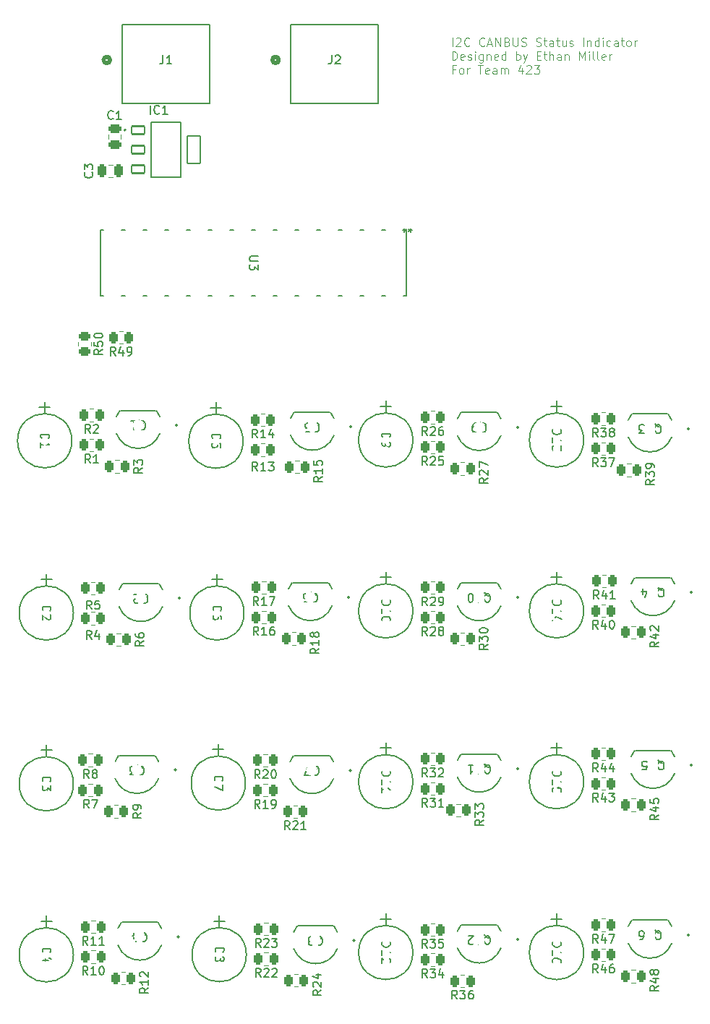
<source format=gto>
G04 #@! TF.GenerationSoftware,KiCad,Pcbnew,8.0.0*
G04 #@! TF.CreationDate,2024-03-05T22:41:52-05:00*
G04 #@! TF.ProjectId,CANLight,43414e4c-6967-4687-942e-6b696361645f,rev?*
G04 #@! TF.SameCoordinates,Original*
G04 #@! TF.FileFunction,Legend,Top*
G04 #@! TF.FilePolarity,Positive*
%FSLAX46Y46*%
G04 Gerber Fmt 4.6, Leading zero omitted, Abs format (unit mm)*
G04 Created by KiCad (PCBNEW 8.0.0) date 2024-03-05 22:41:52*
%MOMM*%
%LPD*%
G01*
G04 APERTURE LIST*
G04 Aperture macros list*
%AMRoundRect*
0 Rectangle with rounded corners*
0 $1 Rounding radius*
0 $2 $3 $4 $5 $6 $7 $8 $9 X,Y pos of 4 corners*
0 Add a 4 corners polygon primitive as box body*
4,1,4,$2,$3,$4,$5,$6,$7,$8,$9,$2,$3,0*
0 Add four circle primitives for the rounded corners*
1,1,$1+$1,$2,$3*
1,1,$1+$1,$4,$5*
1,1,$1+$1,$6,$7*
1,1,$1+$1,$8,$9*
0 Add four rect primitives between the rounded corners*
20,1,$1+$1,$2,$3,$4,$5,0*
20,1,$1+$1,$4,$5,$6,$7,0*
20,1,$1+$1,$6,$7,$8,$9,0*
20,1,$1+$1,$8,$9,$2,$3,0*%
G04 Aperture macros list end*
%ADD10C,0.100000*%
%ADD11C,0.150000*%
%ADD12C,0.120000*%
%ADD13C,0.152400*%
%ADD14C,0.127000*%
%ADD15C,0.200000*%
%ADD16C,0.508000*%
%ADD17RoundRect,0.250000X0.262500X0.450000X-0.262500X0.450000X-0.262500X-0.450000X0.262500X-0.450000X0*%
%ADD18C,1.320800*%
%ADD19R,1.320800X1.320800*%
%ADD20R,0.965200X0.965200*%
%ADD21C,0.965200*%
%ADD22RoundRect,0.250000X0.250000X0.475000X-0.250000X0.475000X-0.250000X-0.475000X0.250000X-0.475000X0*%
%ADD23RoundRect,0.102000X-0.750000X-0.450000X0.750000X-0.450000X0.750000X0.450000X-0.750000X0.450000X0*%
%ADD24RoundRect,0.102000X-0.750000X-1.600000X0.750000X-1.600000X0.750000X1.600000X-0.750000X1.600000X0*%
%ADD25R,1.498600X1.498600*%
%ADD26C,1.498600*%
%ADD27RoundRect,0.250000X-0.450000X0.262500X-0.450000X-0.262500X0.450000X-0.262500X0.450000X0.262500X0*%
%ADD28RoundRect,0.250000X-0.475000X0.250000X-0.475000X-0.250000X0.475000X-0.250000X0.475000X0.250000X0*%
%ADD29C,1.803400*%
G04 APERTURE END LIST*
D10*
X105803884Y-51152531D02*
X105803884Y-50152531D01*
X106232455Y-50247769D02*
X106280074Y-50200150D01*
X106280074Y-50200150D02*
X106375312Y-50152531D01*
X106375312Y-50152531D02*
X106613407Y-50152531D01*
X106613407Y-50152531D02*
X106708645Y-50200150D01*
X106708645Y-50200150D02*
X106756264Y-50247769D01*
X106756264Y-50247769D02*
X106803883Y-50343007D01*
X106803883Y-50343007D02*
X106803883Y-50438245D01*
X106803883Y-50438245D02*
X106756264Y-50581102D01*
X106756264Y-50581102D02*
X106184836Y-51152531D01*
X106184836Y-51152531D02*
X106803883Y-51152531D01*
X107803883Y-51057292D02*
X107756264Y-51104912D01*
X107756264Y-51104912D02*
X107613407Y-51152531D01*
X107613407Y-51152531D02*
X107518169Y-51152531D01*
X107518169Y-51152531D02*
X107375312Y-51104912D01*
X107375312Y-51104912D02*
X107280074Y-51009673D01*
X107280074Y-51009673D02*
X107232455Y-50914435D01*
X107232455Y-50914435D02*
X107184836Y-50723959D01*
X107184836Y-50723959D02*
X107184836Y-50581102D01*
X107184836Y-50581102D02*
X107232455Y-50390626D01*
X107232455Y-50390626D02*
X107280074Y-50295388D01*
X107280074Y-50295388D02*
X107375312Y-50200150D01*
X107375312Y-50200150D02*
X107518169Y-50152531D01*
X107518169Y-50152531D02*
X107613407Y-50152531D01*
X107613407Y-50152531D02*
X107756264Y-50200150D01*
X107756264Y-50200150D02*
X107803883Y-50247769D01*
X109565788Y-51057292D02*
X109518169Y-51104912D01*
X109518169Y-51104912D02*
X109375312Y-51152531D01*
X109375312Y-51152531D02*
X109280074Y-51152531D01*
X109280074Y-51152531D02*
X109137217Y-51104912D01*
X109137217Y-51104912D02*
X109041979Y-51009673D01*
X109041979Y-51009673D02*
X108994360Y-50914435D01*
X108994360Y-50914435D02*
X108946741Y-50723959D01*
X108946741Y-50723959D02*
X108946741Y-50581102D01*
X108946741Y-50581102D02*
X108994360Y-50390626D01*
X108994360Y-50390626D02*
X109041979Y-50295388D01*
X109041979Y-50295388D02*
X109137217Y-50200150D01*
X109137217Y-50200150D02*
X109280074Y-50152531D01*
X109280074Y-50152531D02*
X109375312Y-50152531D01*
X109375312Y-50152531D02*
X109518169Y-50200150D01*
X109518169Y-50200150D02*
X109565788Y-50247769D01*
X109946741Y-50866816D02*
X110422931Y-50866816D01*
X109851503Y-51152531D02*
X110184836Y-50152531D01*
X110184836Y-50152531D02*
X110518169Y-51152531D01*
X110851503Y-51152531D02*
X110851503Y-50152531D01*
X110851503Y-50152531D02*
X111422931Y-51152531D01*
X111422931Y-51152531D02*
X111422931Y-50152531D01*
X112232455Y-50628721D02*
X112375312Y-50676340D01*
X112375312Y-50676340D02*
X112422931Y-50723959D01*
X112422931Y-50723959D02*
X112470550Y-50819197D01*
X112470550Y-50819197D02*
X112470550Y-50962054D01*
X112470550Y-50962054D02*
X112422931Y-51057292D01*
X112422931Y-51057292D02*
X112375312Y-51104912D01*
X112375312Y-51104912D02*
X112280074Y-51152531D01*
X112280074Y-51152531D02*
X111899122Y-51152531D01*
X111899122Y-51152531D02*
X111899122Y-50152531D01*
X111899122Y-50152531D02*
X112232455Y-50152531D01*
X112232455Y-50152531D02*
X112327693Y-50200150D01*
X112327693Y-50200150D02*
X112375312Y-50247769D01*
X112375312Y-50247769D02*
X112422931Y-50343007D01*
X112422931Y-50343007D02*
X112422931Y-50438245D01*
X112422931Y-50438245D02*
X112375312Y-50533483D01*
X112375312Y-50533483D02*
X112327693Y-50581102D01*
X112327693Y-50581102D02*
X112232455Y-50628721D01*
X112232455Y-50628721D02*
X111899122Y-50628721D01*
X112899122Y-50152531D02*
X112899122Y-50962054D01*
X112899122Y-50962054D02*
X112946741Y-51057292D01*
X112946741Y-51057292D02*
X112994360Y-51104912D01*
X112994360Y-51104912D02*
X113089598Y-51152531D01*
X113089598Y-51152531D02*
X113280074Y-51152531D01*
X113280074Y-51152531D02*
X113375312Y-51104912D01*
X113375312Y-51104912D02*
X113422931Y-51057292D01*
X113422931Y-51057292D02*
X113470550Y-50962054D01*
X113470550Y-50962054D02*
X113470550Y-50152531D01*
X113899122Y-51104912D02*
X114041979Y-51152531D01*
X114041979Y-51152531D02*
X114280074Y-51152531D01*
X114280074Y-51152531D02*
X114375312Y-51104912D01*
X114375312Y-51104912D02*
X114422931Y-51057292D01*
X114422931Y-51057292D02*
X114470550Y-50962054D01*
X114470550Y-50962054D02*
X114470550Y-50866816D01*
X114470550Y-50866816D02*
X114422931Y-50771578D01*
X114422931Y-50771578D02*
X114375312Y-50723959D01*
X114375312Y-50723959D02*
X114280074Y-50676340D01*
X114280074Y-50676340D02*
X114089598Y-50628721D01*
X114089598Y-50628721D02*
X113994360Y-50581102D01*
X113994360Y-50581102D02*
X113946741Y-50533483D01*
X113946741Y-50533483D02*
X113899122Y-50438245D01*
X113899122Y-50438245D02*
X113899122Y-50343007D01*
X113899122Y-50343007D02*
X113946741Y-50247769D01*
X113946741Y-50247769D02*
X113994360Y-50200150D01*
X113994360Y-50200150D02*
X114089598Y-50152531D01*
X114089598Y-50152531D02*
X114327693Y-50152531D01*
X114327693Y-50152531D02*
X114470550Y-50200150D01*
X115613408Y-51104912D02*
X115756265Y-51152531D01*
X115756265Y-51152531D02*
X115994360Y-51152531D01*
X115994360Y-51152531D02*
X116089598Y-51104912D01*
X116089598Y-51104912D02*
X116137217Y-51057292D01*
X116137217Y-51057292D02*
X116184836Y-50962054D01*
X116184836Y-50962054D02*
X116184836Y-50866816D01*
X116184836Y-50866816D02*
X116137217Y-50771578D01*
X116137217Y-50771578D02*
X116089598Y-50723959D01*
X116089598Y-50723959D02*
X115994360Y-50676340D01*
X115994360Y-50676340D02*
X115803884Y-50628721D01*
X115803884Y-50628721D02*
X115708646Y-50581102D01*
X115708646Y-50581102D02*
X115661027Y-50533483D01*
X115661027Y-50533483D02*
X115613408Y-50438245D01*
X115613408Y-50438245D02*
X115613408Y-50343007D01*
X115613408Y-50343007D02*
X115661027Y-50247769D01*
X115661027Y-50247769D02*
X115708646Y-50200150D01*
X115708646Y-50200150D02*
X115803884Y-50152531D01*
X115803884Y-50152531D02*
X116041979Y-50152531D01*
X116041979Y-50152531D02*
X116184836Y-50200150D01*
X116470551Y-50485864D02*
X116851503Y-50485864D01*
X116613408Y-50152531D02*
X116613408Y-51009673D01*
X116613408Y-51009673D02*
X116661027Y-51104912D01*
X116661027Y-51104912D02*
X116756265Y-51152531D01*
X116756265Y-51152531D02*
X116851503Y-51152531D01*
X117613408Y-51152531D02*
X117613408Y-50628721D01*
X117613408Y-50628721D02*
X117565789Y-50533483D01*
X117565789Y-50533483D02*
X117470551Y-50485864D01*
X117470551Y-50485864D02*
X117280075Y-50485864D01*
X117280075Y-50485864D02*
X117184837Y-50533483D01*
X117613408Y-51104912D02*
X117518170Y-51152531D01*
X117518170Y-51152531D02*
X117280075Y-51152531D01*
X117280075Y-51152531D02*
X117184837Y-51104912D01*
X117184837Y-51104912D02*
X117137218Y-51009673D01*
X117137218Y-51009673D02*
X117137218Y-50914435D01*
X117137218Y-50914435D02*
X117184837Y-50819197D01*
X117184837Y-50819197D02*
X117280075Y-50771578D01*
X117280075Y-50771578D02*
X117518170Y-50771578D01*
X117518170Y-50771578D02*
X117613408Y-50723959D01*
X117946742Y-50485864D02*
X118327694Y-50485864D01*
X118089599Y-50152531D02*
X118089599Y-51009673D01*
X118089599Y-51009673D02*
X118137218Y-51104912D01*
X118137218Y-51104912D02*
X118232456Y-51152531D01*
X118232456Y-51152531D02*
X118327694Y-51152531D01*
X119089599Y-50485864D02*
X119089599Y-51152531D01*
X118661028Y-50485864D02*
X118661028Y-51009673D01*
X118661028Y-51009673D02*
X118708647Y-51104912D01*
X118708647Y-51104912D02*
X118803885Y-51152531D01*
X118803885Y-51152531D02*
X118946742Y-51152531D01*
X118946742Y-51152531D02*
X119041980Y-51104912D01*
X119041980Y-51104912D02*
X119089599Y-51057292D01*
X119518171Y-51104912D02*
X119613409Y-51152531D01*
X119613409Y-51152531D02*
X119803885Y-51152531D01*
X119803885Y-51152531D02*
X119899123Y-51104912D01*
X119899123Y-51104912D02*
X119946742Y-51009673D01*
X119946742Y-51009673D02*
X119946742Y-50962054D01*
X119946742Y-50962054D02*
X119899123Y-50866816D01*
X119899123Y-50866816D02*
X119803885Y-50819197D01*
X119803885Y-50819197D02*
X119661028Y-50819197D01*
X119661028Y-50819197D02*
X119565790Y-50771578D01*
X119565790Y-50771578D02*
X119518171Y-50676340D01*
X119518171Y-50676340D02*
X119518171Y-50628721D01*
X119518171Y-50628721D02*
X119565790Y-50533483D01*
X119565790Y-50533483D02*
X119661028Y-50485864D01*
X119661028Y-50485864D02*
X119803885Y-50485864D01*
X119803885Y-50485864D02*
X119899123Y-50533483D01*
X121137219Y-51152531D02*
X121137219Y-50152531D01*
X121613409Y-50485864D02*
X121613409Y-51152531D01*
X121613409Y-50581102D02*
X121661028Y-50533483D01*
X121661028Y-50533483D02*
X121756266Y-50485864D01*
X121756266Y-50485864D02*
X121899123Y-50485864D01*
X121899123Y-50485864D02*
X121994361Y-50533483D01*
X121994361Y-50533483D02*
X122041980Y-50628721D01*
X122041980Y-50628721D02*
X122041980Y-51152531D01*
X122946742Y-51152531D02*
X122946742Y-50152531D01*
X122946742Y-51104912D02*
X122851504Y-51152531D01*
X122851504Y-51152531D02*
X122661028Y-51152531D01*
X122661028Y-51152531D02*
X122565790Y-51104912D01*
X122565790Y-51104912D02*
X122518171Y-51057292D01*
X122518171Y-51057292D02*
X122470552Y-50962054D01*
X122470552Y-50962054D02*
X122470552Y-50676340D01*
X122470552Y-50676340D02*
X122518171Y-50581102D01*
X122518171Y-50581102D02*
X122565790Y-50533483D01*
X122565790Y-50533483D02*
X122661028Y-50485864D01*
X122661028Y-50485864D02*
X122851504Y-50485864D01*
X122851504Y-50485864D02*
X122946742Y-50533483D01*
X123422933Y-51152531D02*
X123422933Y-50485864D01*
X123422933Y-50152531D02*
X123375314Y-50200150D01*
X123375314Y-50200150D02*
X123422933Y-50247769D01*
X123422933Y-50247769D02*
X123470552Y-50200150D01*
X123470552Y-50200150D02*
X123422933Y-50152531D01*
X123422933Y-50152531D02*
X123422933Y-50247769D01*
X124327694Y-51104912D02*
X124232456Y-51152531D01*
X124232456Y-51152531D02*
X124041980Y-51152531D01*
X124041980Y-51152531D02*
X123946742Y-51104912D01*
X123946742Y-51104912D02*
X123899123Y-51057292D01*
X123899123Y-51057292D02*
X123851504Y-50962054D01*
X123851504Y-50962054D02*
X123851504Y-50676340D01*
X123851504Y-50676340D02*
X123899123Y-50581102D01*
X123899123Y-50581102D02*
X123946742Y-50533483D01*
X123946742Y-50533483D02*
X124041980Y-50485864D01*
X124041980Y-50485864D02*
X124232456Y-50485864D01*
X124232456Y-50485864D02*
X124327694Y-50533483D01*
X125184837Y-51152531D02*
X125184837Y-50628721D01*
X125184837Y-50628721D02*
X125137218Y-50533483D01*
X125137218Y-50533483D02*
X125041980Y-50485864D01*
X125041980Y-50485864D02*
X124851504Y-50485864D01*
X124851504Y-50485864D02*
X124756266Y-50533483D01*
X125184837Y-51104912D02*
X125089599Y-51152531D01*
X125089599Y-51152531D02*
X124851504Y-51152531D01*
X124851504Y-51152531D02*
X124756266Y-51104912D01*
X124756266Y-51104912D02*
X124708647Y-51009673D01*
X124708647Y-51009673D02*
X124708647Y-50914435D01*
X124708647Y-50914435D02*
X124756266Y-50819197D01*
X124756266Y-50819197D02*
X124851504Y-50771578D01*
X124851504Y-50771578D02*
X125089599Y-50771578D01*
X125089599Y-50771578D02*
X125184837Y-50723959D01*
X125518171Y-50485864D02*
X125899123Y-50485864D01*
X125661028Y-50152531D02*
X125661028Y-51009673D01*
X125661028Y-51009673D02*
X125708647Y-51104912D01*
X125708647Y-51104912D02*
X125803885Y-51152531D01*
X125803885Y-51152531D02*
X125899123Y-51152531D01*
X126375314Y-51152531D02*
X126280076Y-51104912D01*
X126280076Y-51104912D02*
X126232457Y-51057292D01*
X126232457Y-51057292D02*
X126184838Y-50962054D01*
X126184838Y-50962054D02*
X126184838Y-50676340D01*
X126184838Y-50676340D02*
X126232457Y-50581102D01*
X126232457Y-50581102D02*
X126280076Y-50533483D01*
X126280076Y-50533483D02*
X126375314Y-50485864D01*
X126375314Y-50485864D02*
X126518171Y-50485864D01*
X126518171Y-50485864D02*
X126613409Y-50533483D01*
X126613409Y-50533483D02*
X126661028Y-50581102D01*
X126661028Y-50581102D02*
X126708647Y-50676340D01*
X126708647Y-50676340D02*
X126708647Y-50962054D01*
X126708647Y-50962054D02*
X126661028Y-51057292D01*
X126661028Y-51057292D02*
X126613409Y-51104912D01*
X126613409Y-51104912D02*
X126518171Y-51152531D01*
X126518171Y-51152531D02*
X126375314Y-51152531D01*
X127137219Y-51152531D02*
X127137219Y-50485864D01*
X127137219Y-50676340D02*
X127184838Y-50581102D01*
X127184838Y-50581102D02*
X127232457Y-50533483D01*
X127232457Y-50533483D02*
X127327695Y-50485864D01*
X127327695Y-50485864D02*
X127422933Y-50485864D01*
X105803884Y-52762475D02*
X105803884Y-51762475D01*
X105803884Y-51762475D02*
X106041979Y-51762475D01*
X106041979Y-51762475D02*
X106184836Y-51810094D01*
X106184836Y-51810094D02*
X106280074Y-51905332D01*
X106280074Y-51905332D02*
X106327693Y-52000570D01*
X106327693Y-52000570D02*
X106375312Y-52191046D01*
X106375312Y-52191046D02*
X106375312Y-52333903D01*
X106375312Y-52333903D02*
X106327693Y-52524379D01*
X106327693Y-52524379D02*
X106280074Y-52619617D01*
X106280074Y-52619617D02*
X106184836Y-52714856D01*
X106184836Y-52714856D02*
X106041979Y-52762475D01*
X106041979Y-52762475D02*
X105803884Y-52762475D01*
X107184836Y-52714856D02*
X107089598Y-52762475D01*
X107089598Y-52762475D02*
X106899122Y-52762475D01*
X106899122Y-52762475D02*
X106803884Y-52714856D01*
X106803884Y-52714856D02*
X106756265Y-52619617D01*
X106756265Y-52619617D02*
X106756265Y-52238665D01*
X106756265Y-52238665D02*
X106803884Y-52143427D01*
X106803884Y-52143427D02*
X106899122Y-52095808D01*
X106899122Y-52095808D02*
X107089598Y-52095808D01*
X107089598Y-52095808D02*
X107184836Y-52143427D01*
X107184836Y-52143427D02*
X107232455Y-52238665D01*
X107232455Y-52238665D02*
X107232455Y-52333903D01*
X107232455Y-52333903D02*
X106756265Y-52429141D01*
X107613408Y-52714856D02*
X107708646Y-52762475D01*
X107708646Y-52762475D02*
X107899122Y-52762475D01*
X107899122Y-52762475D02*
X107994360Y-52714856D01*
X107994360Y-52714856D02*
X108041979Y-52619617D01*
X108041979Y-52619617D02*
X108041979Y-52571998D01*
X108041979Y-52571998D02*
X107994360Y-52476760D01*
X107994360Y-52476760D02*
X107899122Y-52429141D01*
X107899122Y-52429141D02*
X107756265Y-52429141D01*
X107756265Y-52429141D02*
X107661027Y-52381522D01*
X107661027Y-52381522D02*
X107613408Y-52286284D01*
X107613408Y-52286284D02*
X107613408Y-52238665D01*
X107613408Y-52238665D02*
X107661027Y-52143427D01*
X107661027Y-52143427D02*
X107756265Y-52095808D01*
X107756265Y-52095808D02*
X107899122Y-52095808D01*
X107899122Y-52095808D02*
X107994360Y-52143427D01*
X108470551Y-52762475D02*
X108470551Y-52095808D01*
X108470551Y-51762475D02*
X108422932Y-51810094D01*
X108422932Y-51810094D02*
X108470551Y-51857713D01*
X108470551Y-51857713D02*
X108518170Y-51810094D01*
X108518170Y-51810094D02*
X108470551Y-51762475D01*
X108470551Y-51762475D02*
X108470551Y-51857713D01*
X109375312Y-52095808D02*
X109375312Y-52905332D01*
X109375312Y-52905332D02*
X109327693Y-53000570D01*
X109327693Y-53000570D02*
X109280074Y-53048189D01*
X109280074Y-53048189D02*
X109184836Y-53095808D01*
X109184836Y-53095808D02*
X109041979Y-53095808D01*
X109041979Y-53095808D02*
X108946741Y-53048189D01*
X109375312Y-52714856D02*
X109280074Y-52762475D01*
X109280074Y-52762475D02*
X109089598Y-52762475D01*
X109089598Y-52762475D02*
X108994360Y-52714856D01*
X108994360Y-52714856D02*
X108946741Y-52667236D01*
X108946741Y-52667236D02*
X108899122Y-52571998D01*
X108899122Y-52571998D02*
X108899122Y-52286284D01*
X108899122Y-52286284D02*
X108946741Y-52191046D01*
X108946741Y-52191046D02*
X108994360Y-52143427D01*
X108994360Y-52143427D02*
X109089598Y-52095808D01*
X109089598Y-52095808D02*
X109280074Y-52095808D01*
X109280074Y-52095808D02*
X109375312Y-52143427D01*
X109851503Y-52095808D02*
X109851503Y-52762475D01*
X109851503Y-52191046D02*
X109899122Y-52143427D01*
X109899122Y-52143427D02*
X109994360Y-52095808D01*
X109994360Y-52095808D02*
X110137217Y-52095808D01*
X110137217Y-52095808D02*
X110232455Y-52143427D01*
X110232455Y-52143427D02*
X110280074Y-52238665D01*
X110280074Y-52238665D02*
X110280074Y-52762475D01*
X111137217Y-52714856D02*
X111041979Y-52762475D01*
X111041979Y-52762475D02*
X110851503Y-52762475D01*
X110851503Y-52762475D02*
X110756265Y-52714856D01*
X110756265Y-52714856D02*
X110708646Y-52619617D01*
X110708646Y-52619617D02*
X110708646Y-52238665D01*
X110708646Y-52238665D02*
X110756265Y-52143427D01*
X110756265Y-52143427D02*
X110851503Y-52095808D01*
X110851503Y-52095808D02*
X111041979Y-52095808D01*
X111041979Y-52095808D02*
X111137217Y-52143427D01*
X111137217Y-52143427D02*
X111184836Y-52238665D01*
X111184836Y-52238665D02*
X111184836Y-52333903D01*
X111184836Y-52333903D02*
X110708646Y-52429141D01*
X112041979Y-52762475D02*
X112041979Y-51762475D01*
X112041979Y-52714856D02*
X111946741Y-52762475D01*
X111946741Y-52762475D02*
X111756265Y-52762475D01*
X111756265Y-52762475D02*
X111661027Y-52714856D01*
X111661027Y-52714856D02*
X111613408Y-52667236D01*
X111613408Y-52667236D02*
X111565789Y-52571998D01*
X111565789Y-52571998D02*
X111565789Y-52286284D01*
X111565789Y-52286284D02*
X111613408Y-52191046D01*
X111613408Y-52191046D02*
X111661027Y-52143427D01*
X111661027Y-52143427D02*
X111756265Y-52095808D01*
X111756265Y-52095808D02*
X111946741Y-52095808D01*
X111946741Y-52095808D02*
X112041979Y-52143427D01*
X113280075Y-52762475D02*
X113280075Y-51762475D01*
X113280075Y-52143427D02*
X113375313Y-52095808D01*
X113375313Y-52095808D02*
X113565789Y-52095808D01*
X113565789Y-52095808D02*
X113661027Y-52143427D01*
X113661027Y-52143427D02*
X113708646Y-52191046D01*
X113708646Y-52191046D02*
X113756265Y-52286284D01*
X113756265Y-52286284D02*
X113756265Y-52571998D01*
X113756265Y-52571998D02*
X113708646Y-52667236D01*
X113708646Y-52667236D02*
X113661027Y-52714856D01*
X113661027Y-52714856D02*
X113565789Y-52762475D01*
X113565789Y-52762475D02*
X113375313Y-52762475D01*
X113375313Y-52762475D02*
X113280075Y-52714856D01*
X114089599Y-52095808D02*
X114327694Y-52762475D01*
X114565789Y-52095808D02*
X114327694Y-52762475D01*
X114327694Y-52762475D02*
X114232456Y-53000570D01*
X114232456Y-53000570D02*
X114184837Y-53048189D01*
X114184837Y-53048189D02*
X114089599Y-53095808D01*
X115708647Y-52238665D02*
X116041980Y-52238665D01*
X116184837Y-52762475D02*
X115708647Y-52762475D01*
X115708647Y-52762475D02*
X115708647Y-51762475D01*
X115708647Y-51762475D02*
X116184837Y-51762475D01*
X116470552Y-52095808D02*
X116851504Y-52095808D01*
X116613409Y-51762475D02*
X116613409Y-52619617D01*
X116613409Y-52619617D02*
X116661028Y-52714856D01*
X116661028Y-52714856D02*
X116756266Y-52762475D01*
X116756266Y-52762475D02*
X116851504Y-52762475D01*
X117184838Y-52762475D02*
X117184838Y-51762475D01*
X117613409Y-52762475D02*
X117613409Y-52238665D01*
X117613409Y-52238665D02*
X117565790Y-52143427D01*
X117565790Y-52143427D02*
X117470552Y-52095808D01*
X117470552Y-52095808D02*
X117327695Y-52095808D01*
X117327695Y-52095808D02*
X117232457Y-52143427D01*
X117232457Y-52143427D02*
X117184838Y-52191046D01*
X118518171Y-52762475D02*
X118518171Y-52238665D01*
X118518171Y-52238665D02*
X118470552Y-52143427D01*
X118470552Y-52143427D02*
X118375314Y-52095808D01*
X118375314Y-52095808D02*
X118184838Y-52095808D01*
X118184838Y-52095808D02*
X118089600Y-52143427D01*
X118518171Y-52714856D02*
X118422933Y-52762475D01*
X118422933Y-52762475D02*
X118184838Y-52762475D01*
X118184838Y-52762475D02*
X118089600Y-52714856D01*
X118089600Y-52714856D02*
X118041981Y-52619617D01*
X118041981Y-52619617D02*
X118041981Y-52524379D01*
X118041981Y-52524379D02*
X118089600Y-52429141D01*
X118089600Y-52429141D02*
X118184838Y-52381522D01*
X118184838Y-52381522D02*
X118422933Y-52381522D01*
X118422933Y-52381522D02*
X118518171Y-52333903D01*
X118994362Y-52095808D02*
X118994362Y-52762475D01*
X118994362Y-52191046D02*
X119041981Y-52143427D01*
X119041981Y-52143427D02*
X119137219Y-52095808D01*
X119137219Y-52095808D02*
X119280076Y-52095808D01*
X119280076Y-52095808D02*
X119375314Y-52143427D01*
X119375314Y-52143427D02*
X119422933Y-52238665D01*
X119422933Y-52238665D02*
X119422933Y-52762475D01*
X120661029Y-52762475D02*
X120661029Y-51762475D01*
X120661029Y-51762475D02*
X120994362Y-52476760D01*
X120994362Y-52476760D02*
X121327695Y-51762475D01*
X121327695Y-51762475D02*
X121327695Y-52762475D01*
X121803886Y-52762475D02*
X121803886Y-52095808D01*
X121803886Y-51762475D02*
X121756267Y-51810094D01*
X121756267Y-51810094D02*
X121803886Y-51857713D01*
X121803886Y-51857713D02*
X121851505Y-51810094D01*
X121851505Y-51810094D02*
X121803886Y-51762475D01*
X121803886Y-51762475D02*
X121803886Y-51857713D01*
X122422933Y-52762475D02*
X122327695Y-52714856D01*
X122327695Y-52714856D02*
X122280076Y-52619617D01*
X122280076Y-52619617D02*
X122280076Y-51762475D01*
X122946743Y-52762475D02*
X122851505Y-52714856D01*
X122851505Y-52714856D02*
X122803886Y-52619617D01*
X122803886Y-52619617D02*
X122803886Y-51762475D01*
X123708648Y-52714856D02*
X123613410Y-52762475D01*
X123613410Y-52762475D02*
X123422934Y-52762475D01*
X123422934Y-52762475D02*
X123327696Y-52714856D01*
X123327696Y-52714856D02*
X123280077Y-52619617D01*
X123280077Y-52619617D02*
X123280077Y-52238665D01*
X123280077Y-52238665D02*
X123327696Y-52143427D01*
X123327696Y-52143427D02*
X123422934Y-52095808D01*
X123422934Y-52095808D02*
X123613410Y-52095808D01*
X123613410Y-52095808D02*
X123708648Y-52143427D01*
X123708648Y-52143427D02*
X123756267Y-52238665D01*
X123756267Y-52238665D02*
X123756267Y-52333903D01*
X123756267Y-52333903D02*
X123280077Y-52429141D01*
X124184839Y-52762475D02*
X124184839Y-52095808D01*
X124184839Y-52286284D02*
X124232458Y-52191046D01*
X124232458Y-52191046D02*
X124280077Y-52143427D01*
X124280077Y-52143427D02*
X124375315Y-52095808D01*
X124375315Y-52095808D02*
X124470553Y-52095808D01*
X106137217Y-53848609D02*
X105803884Y-53848609D01*
X105803884Y-54372419D02*
X105803884Y-53372419D01*
X105803884Y-53372419D02*
X106280074Y-53372419D01*
X106803884Y-54372419D02*
X106708646Y-54324800D01*
X106708646Y-54324800D02*
X106661027Y-54277180D01*
X106661027Y-54277180D02*
X106613408Y-54181942D01*
X106613408Y-54181942D02*
X106613408Y-53896228D01*
X106613408Y-53896228D02*
X106661027Y-53800990D01*
X106661027Y-53800990D02*
X106708646Y-53753371D01*
X106708646Y-53753371D02*
X106803884Y-53705752D01*
X106803884Y-53705752D02*
X106946741Y-53705752D01*
X106946741Y-53705752D02*
X107041979Y-53753371D01*
X107041979Y-53753371D02*
X107089598Y-53800990D01*
X107089598Y-53800990D02*
X107137217Y-53896228D01*
X107137217Y-53896228D02*
X107137217Y-54181942D01*
X107137217Y-54181942D02*
X107089598Y-54277180D01*
X107089598Y-54277180D02*
X107041979Y-54324800D01*
X107041979Y-54324800D02*
X106946741Y-54372419D01*
X106946741Y-54372419D02*
X106803884Y-54372419D01*
X107565789Y-54372419D02*
X107565789Y-53705752D01*
X107565789Y-53896228D02*
X107613408Y-53800990D01*
X107613408Y-53800990D02*
X107661027Y-53753371D01*
X107661027Y-53753371D02*
X107756265Y-53705752D01*
X107756265Y-53705752D02*
X107851503Y-53705752D01*
X108803885Y-53372419D02*
X109375313Y-53372419D01*
X109089599Y-54372419D02*
X109089599Y-53372419D01*
X110089599Y-54324800D02*
X109994361Y-54372419D01*
X109994361Y-54372419D02*
X109803885Y-54372419D01*
X109803885Y-54372419D02*
X109708647Y-54324800D01*
X109708647Y-54324800D02*
X109661028Y-54229561D01*
X109661028Y-54229561D02*
X109661028Y-53848609D01*
X109661028Y-53848609D02*
X109708647Y-53753371D01*
X109708647Y-53753371D02*
X109803885Y-53705752D01*
X109803885Y-53705752D02*
X109994361Y-53705752D01*
X109994361Y-53705752D02*
X110089599Y-53753371D01*
X110089599Y-53753371D02*
X110137218Y-53848609D01*
X110137218Y-53848609D02*
X110137218Y-53943847D01*
X110137218Y-53943847D02*
X109661028Y-54039085D01*
X110994361Y-54372419D02*
X110994361Y-53848609D01*
X110994361Y-53848609D02*
X110946742Y-53753371D01*
X110946742Y-53753371D02*
X110851504Y-53705752D01*
X110851504Y-53705752D02*
X110661028Y-53705752D01*
X110661028Y-53705752D02*
X110565790Y-53753371D01*
X110994361Y-54324800D02*
X110899123Y-54372419D01*
X110899123Y-54372419D02*
X110661028Y-54372419D01*
X110661028Y-54372419D02*
X110565790Y-54324800D01*
X110565790Y-54324800D02*
X110518171Y-54229561D01*
X110518171Y-54229561D02*
X110518171Y-54134323D01*
X110518171Y-54134323D02*
X110565790Y-54039085D01*
X110565790Y-54039085D02*
X110661028Y-53991466D01*
X110661028Y-53991466D02*
X110899123Y-53991466D01*
X110899123Y-53991466D02*
X110994361Y-53943847D01*
X111470552Y-54372419D02*
X111470552Y-53705752D01*
X111470552Y-53800990D02*
X111518171Y-53753371D01*
X111518171Y-53753371D02*
X111613409Y-53705752D01*
X111613409Y-53705752D02*
X111756266Y-53705752D01*
X111756266Y-53705752D02*
X111851504Y-53753371D01*
X111851504Y-53753371D02*
X111899123Y-53848609D01*
X111899123Y-53848609D02*
X111899123Y-54372419D01*
X111899123Y-53848609D02*
X111946742Y-53753371D01*
X111946742Y-53753371D02*
X112041980Y-53705752D01*
X112041980Y-53705752D02*
X112184837Y-53705752D01*
X112184837Y-53705752D02*
X112280076Y-53753371D01*
X112280076Y-53753371D02*
X112327695Y-53848609D01*
X112327695Y-53848609D02*
X112327695Y-54372419D01*
X113994361Y-53705752D02*
X113994361Y-54372419D01*
X113756266Y-53324800D02*
X113518171Y-54039085D01*
X113518171Y-54039085D02*
X114137218Y-54039085D01*
X114470552Y-53467657D02*
X114518171Y-53420038D01*
X114518171Y-53420038D02*
X114613409Y-53372419D01*
X114613409Y-53372419D02*
X114851504Y-53372419D01*
X114851504Y-53372419D02*
X114946742Y-53420038D01*
X114946742Y-53420038D02*
X114994361Y-53467657D01*
X114994361Y-53467657D02*
X115041980Y-53562895D01*
X115041980Y-53562895D02*
X115041980Y-53658133D01*
X115041980Y-53658133D02*
X114994361Y-53800990D01*
X114994361Y-53800990D02*
X114422933Y-54372419D01*
X114422933Y-54372419D02*
X115041980Y-54372419D01*
X115375314Y-53372419D02*
X115994361Y-53372419D01*
X115994361Y-53372419D02*
X115661028Y-53753371D01*
X115661028Y-53753371D02*
X115803885Y-53753371D01*
X115803885Y-53753371D02*
X115899123Y-53800990D01*
X115899123Y-53800990D02*
X115946742Y-53848609D01*
X115946742Y-53848609D02*
X115994361Y-53943847D01*
X115994361Y-53943847D02*
X115994361Y-54181942D01*
X115994361Y-54181942D02*
X115946742Y-54277180D01*
X115946742Y-54277180D02*
X115899123Y-54324800D01*
X115899123Y-54324800D02*
X115803885Y-54372419D01*
X115803885Y-54372419D02*
X115518171Y-54372419D01*
X115518171Y-54372419D02*
X115422933Y-54324800D01*
X115422933Y-54324800D02*
X115375314Y-54277180D01*
D11*
X83087142Y-120104819D02*
X82753809Y-119628628D01*
X82515714Y-120104819D02*
X82515714Y-119104819D01*
X82515714Y-119104819D02*
X82896666Y-119104819D01*
X82896666Y-119104819D02*
X82991904Y-119152438D01*
X82991904Y-119152438D02*
X83039523Y-119200057D01*
X83039523Y-119200057D02*
X83087142Y-119295295D01*
X83087142Y-119295295D02*
X83087142Y-119438152D01*
X83087142Y-119438152D02*
X83039523Y-119533390D01*
X83039523Y-119533390D02*
X82991904Y-119581009D01*
X82991904Y-119581009D02*
X82896666Y-119628628D01*
X82896666Y-119628628D02*
X82515714Y-119628628D01*
X84039523Y-120104819D02*
X83468095Y-120104819D01*
X83753809Y-120104819D02*
X83753809Y-119104819D01*
X83753809Y-119104819D02*
X83658571Y-119247676D01*
X83658571Y-119247676D02*
X83563333Y-119342914D01*
X83563333Y-119342914D02*
X83468095Y-119390533D01*
X84896666Y-119104819D02*
X84706190Y-119104819D01*
X84706190Y-119104819D02*
X84610952Y-119152438D01*
X84610952Y-119152438D02*
X84563333Y-119200057D01*
X84563333Y-119200057D02*
X84468095Y-119342914D01*
X84468095Y-119342914D02*
X84420476Y-119533390D01*
X84420476Y-119533390D02*
X84420476Y-119914342D01*
X84420476Y-119914342D02*
X84468095Y-120009580D01*
X84468095Y-120009580D02*
X84515714Y-120057200D01*
X84515714Y-120057200D02*
X84610952Y-120104819D01*
X84610952Y-120104819D02*
X84801428Y-120104819D01*
X84801428Y-120104819D02*
X84896666Y-120057200D01*
X84896666Y-120057200D02*
X84944285Y-120009580D01*
X84944285Y-120009580D02*
X84991904Y-119914342D01*
X84991904Y-119914342D02*
X84991904Y-119676247D01*
X84991904Y-119676247D02*
X84944285Y-119581009D01*
X84944285Y-119581009D02*
X84896666Y-119533390D01*
X84896666Y-119533390D02*
X84801428Y-119485771D01*
X84801428Y-119485771D02*
X84610952Y-119485771D01*
X84610952Y-119485771D02*
X84515714Y-119533390D01*
X84515714Y-119533390D02*
X84468095Y-119581009D01*
X84468095Y-119581009D02*
X84420476Y-119676247D01*
X69411988Y-115219942D02*
X69507226Y-115267561D01*
X69507226Y-115267561D02*
X69602464Y-115362800D01*
X69602464Y-115362800D02*
X69745321Y-115505657D01*
X69745321Y-115505657D02*
X69840559Y-115553276D01*
X69840559Y-115553276D02*
X69935797Y-115553276D01*
X69888178Y-115315180D02*
X69983416Y-115362800D01*
X69983416Y-115362800D02*
X70078654Y-115458038D01*
X70078654Y-115458038D02*
X70126273Y-115648514D01*
X70126273Y-115648514D02*
X70126273Y-115981847D01*
X70126273Y-115981847D02*
X70078654Y-116172323D01*
X70078654Y-116172323D02*
X69983416Y-116267561D01*
X69983416Y-116267561D02*
X69888178Y-116315180D01*
X69888178Y-116315180D02*
X69697702Y-116315180D01*
X69697702Y-116315180D02*
X69602464Y-116267561D01*
X69602464Y-116267561D02*
X69507226Y-116172323D01*
X69507226Y-116172323D02*
X69459607Y-115981847D01*
X69459607Y-115981847D02*
X69459607Y-115648514D01*
X69459607Y-115648514D02*
X69507226Y-115458038D01*
X69507226Y-115458038D02*
X69602464Y-115362800D01*
X69602464Y-115362800D02*
X69697702Y-115315180D01*
X69697702Y-115315180D02*
X69888178Y-115315180D01*
X69078654Y-116219942D02*
X69031035Y-116267561D01*
X69031035Y-116267561D02*
X68935797Y-116315180D01*
X68935797Y-116315180D02*
X68697702Y-116315180D01*
X68697702Y-116315180D02*
X68602464Y-116267561D01*
X68602464Y-116267561D02*
X68554845Y-116219942D01*
X68554845Y-116219942D02*
X68507226Y-116124704D01*
X68507226Y-116124704D02*
X68507226Y-116029466D01*
X68507226Y-116029466D02*
X68554845Y-115886609D01*
X68554845Y-115886609D02*
X69126273Y-115315180D01*
X69126273Y-115315180D02*
X68507226Y-115315180D01*
X63107142Y-159854819D02*
X62773809Y-159378628D01*
X62535714Y-159854819D02*
X62535714Y-158854819D01*
X62535714Y-158854819D02*
X62916666Y-158854819D01*
X62916666Y-158854819D02*
X63011904Y-158902438D01*
X63011904Y-158902438D02*
X63059523Y-158950057D01*
X63059523Y-158950057D02*
X63107142Y-159045295D01*
X63107142Y-159045295D02*
X63107142Y-159188152D01*
X63107142Y-159188152D02*
X63059523Y-159283390D01*
X63059523Y-159283390D02*
X63011904Y-159331009D01*
X63011904Y-159331009D02*
X62916666Y-159378628D01*
X62916666Y-159378628D02*
X62535714Y-159378628D01*
X64059523Y-159854819D02*
X63488095Y-159854819D01*
X63773809Y-159854819D02*
X63773809Y-158854819D01*
X63773809Y-158854819D02*
X63678571Y-158997676D01*
X63678571Y-158997676D02*
X63583333Y-159092914D01*
X63583333Y-159092914D02*
X63488095Y-159140533D01*
X64678571Y-158854819D02*
X64773809Y-158854819D01*
X64773809Y-158854819D02*
X64869047Y-158902438D01*
X64869047Y-158902438D02*
X64916666Y-158950057D01*
X64916666Y-158950057D02*
X64964285Y-159045295D01*
X64964285Y-159045295D02*
X65011904Y-159235771D01*
X65011904Y-159235771D02*
X65011904Y-159473866D01*
X65011904Y-159473866D02*
X64964285Y-159664342D01*
X64964285Y-159664342D02*
X64916666Y-159759580D01*
X64916666Y-159759580D02*
X64869047Y-159807200D01*
X64869047Y-159807200D02*
X64773809Y-159854819D01*
X64773809Y-159854819D02*
X64678571Y-159854819D01*
X64678571Y-159854819D02*
X64583333Y-159807200D01*
X64583333Y-159807200D02*
X64535714Y-159759580D01*
X64535714Y-159759580D02*
X64488095Y-159664342D01*
X64488095Y-159664342D02*
X64440476Y-159473866D01*
X64440476Y-159473866D02*
X64440476Y-159235771D01*
X64440476Y-159235771D02*
X64488095Y-159045295D01*
X64488095Y-159045295D02*
X64535714Y-158950057D01*
X64535714Y-158950057D02*
X64583333Y-158902438D01*
X64583333Y-158902438D02*
X64678571Y-158854819D01*
X129954819Y-141122857D02*
X129478628Y-141456190D01*
X129954819Y-141694285D02*
X128954819Y-141694285D01*
X128954819Y-141694285D02*
X128954819Y-141313333D01*
X128954819Y-141313333D02*
X129002438Y-141218095D01*
X129002438Y-141218095D02*
X129050057Y-141170476D01*
X129050057Y-141170476D02*
X129145295Y-141122857D01*
X129145295Y-141122857D02*
X129288152Y-141122857D01*
X129288152Y-141122857D02*
X129383390Y-141170476D01*
X129383390Y-141170476D02*
X129431009Y-141218095D01*
X129431009Y-141218095D02*
X129478628Y-141313333D01*
X129478628Y-141313333D02*
X129478628Y-141694285D01*
X129288152Y-140265714D02*
X129954819Y-140265714D01*
X128907200Y-140503809D02*
X129621485Y-140741904D01*
X129621485Y-140741904D02*
X129621485Y-140122857D01*
X128954819Y-139265714D02*
X128954819Y-139741904D01*
X128954819Y-139741904D02*
X129431009Y-139789523D01*
X129431009Y-139789523D02*
X129383390Y-139741904D01*
X129383390Y-139741904D02*
X129335771Y-139646666D01*
X129335771Y-139646666D02*
X129335771Y-139408571D01*
X129335771Y-139408571D02*
X129383390Y-139313333D01*
X129383390Y-139313333D02*
X129431009Y-139265714D01*
X129431009Y-139265714D02*
X129526247Y-139218095D01*
X129526247Y-139218095D02*
X129764342Y-139218095D01*
X129764342Y-139218095D02*
X129859580Y-139265714D01*
X129859580Y-139265714D02*
X129907200Y-139313333D01*
X129907200Y-139313333D02*
X129954819Y-139408571D01*
X129954819Y-139408571D02*
X129954819Y-139646666D01*
X129954819Y-139646666D02*
X129907200Y-139741904D01*
X129907200Y-139741904D02*
X129859580Y-139789523D01*
X129954819Y-161162857D02*
X129478628Y-161496190D01*
X129954819Y-161734285D02*
X128954819Y-161734285D01*
X128954819Y-161734285D02*
X128954819Y-161353333D01*
X128954819Y-161353333D02*
X129002438Y-161258095D01*
X129002438Y-161258095D02*
X129050057Y-161210476D01*
X129050057Y-161210476D02*
X129145295Y-161162857D01*
X129145295Y-161162857D02*
X129288152Y-161162857D01*
X129288152Y-161162857D02*
X129383390Y-161210476D01*
X129383390Y-161210476D02*
X129431009Y-161258095D01*
X129431009Y-161258095D02*
X129478628Y-161353333D01*
X129478628Y-161353333D02*
X129478628Y-161734285D01*
X129288152Y-160305714D02*
X129954819Y-160305714D01*
X128907200Y-160543809D02*
X129621485Y-160781904D01*
X129621485Y-160781904D02*
X129621485Y-160162857D01*
X129383390Y-159639047D02*
X129335771Y-159734285D01*
X129335771Y-159734285D02*
X129288152Y-159781904D01*
X129288152Y-159781904D02*
X129192914Y-159829523D01*
X129192914Y-159829523D02*
X129145295Y-159829523D01*
X129145295Y-159829523D02*
X129050057Y-159781904D01*
X129050057Y-159781904D02*
X129002438Y-159734285D01*
X129002438Y-159734285D02*
X128954819Y-159639047D01*
X128954819Y-159639047D02*
X128954819Y-159448571D01*
X128954819Y-159448571D02*
X129002438Y-159353333D01*
X129002438Y-159353333D02*
X129050057Y-159305714D01*
X129050057Y-159305714D02*
X129145295Y-159258095D01*
X129145295Y-159258095D02*
X129192914Y-159258095D01*
X129192914Y-159258095D02*
X129288152Y-159305714D01*
X129288152Y-159305714D02*
X129335771Y-159353333D01*
X129335771Y-159353333D02*
X129383390Y-159448571D01*
X129383390Y-159448571D02*
X129383390Y-159639047D01*
X129383390Y-159639047D02*
X129431009Y-159734285D01*
X129431009Y-159734285D02*
X129478628Y-159781904D01*
X129478628Y-159781904D02*
X129573866Y-159829523D01*
X129573866Y-159829523D02*
X129764342Y-159829523D01*
X129764342Y-159829523D02*
X129859580Y-159781904D01*
X129859580Y-159781904D02*
X129907200Y-159734285D01*
X129907200Y-159734285D02*
X129954819Y-159639047D01*
X129954819Y-159639047D02*
X129954819Y-159448571D01*
X129954819Y-159448571D02*
X129907200Y-159353333D01*
X129907200Y-159353333D02*
X129859580Y-159305714D01*
X129859580Y-159305714D02*
X129764342Y-159258095D01*
X129764342Y-159258095D02*
X129573866Y-159258095D01*
X129573866Y-159258095D02*
X129478628Y-159305714D01*
X129478628Y-159305714D02*
X129431009Y-159353333D01*
X129431009Y-159353333D02*
X129383390Y-159448571D01*
X117545180Y-156035714D02*
X118545180Y-156035714D01*
X118545180Y-156035714D02*
X118545180Y-156273809D01*
X118545180Y-156273809D02*
X118497561Y-156416666D01*
X118497561Y-156416666D02*
X118402323Y-156511904D01*
X118402323Y-156511904D02*
X118307085Y-156559523D01*
X118307085Y-156559523D02*
X118116609Y-156607142D01*
X118116609Y-156607142D02*
X117973752Y-156607142D01*
X117973752Y-156607142D02*
X117783276Y-156559523D01*
X117783276Y-156559523D02*
X117688038Y-156511904D01*
X117688038Y-156511904D02*
X117592800Y-156416666D01*
X117592800Y-156416666D02*
X117545180Y-156273809D01*
X117545180Y-156273809D02*
X117545180Y-156035714D01*
X117545180Y-157559523D02*
X117545180Y-156988095D01*
X117545180Y-157273809D02*
X118545180Y-157273809D01*
X118545180Y-157273809D02*
X118402323Y-157178571D01*
X118402323Y-157178571D02*
X118307085Y-157083333D01*
X118307085Y-157083333D02*
X118259466Y-156988095D01*
X118545180Y-158416666D02*
X118545180Y-158226190D01*
X118545180Y-158226190D02*
X118497561Y-158130952D01*
X118497561Y-158130952D02*
X118449942Y-158083333D01*
X118449942Y-158083333D02*
X118307085Y-157988095D01*
X118307085Y-157988095D02*
X118116609Y-157940476D01*
X118116609Y-157940476D02*
X117735657Y-157940476D01*
X117735657Y-157940476D02*
X117640419Y-157988095D01*
X117640419Y-157988095D02*
X117592800Y-158035714D01*
X117592800Y-158035714D02*
X117545180Y-158130952D01*
X117545180Y-158130952D02*
X117545180Y-158321428D01*
X117545180Y-158321428D02*
X117592800Y-158416666D01*
X117592800Y-158416666D02*
X117640419Y-158464285D01*
X117640419Y-158464285D02*
X117735657Y-158511904D01*
X117735657Y-158511904D02*
X117973752Y-158511904D01*
X117973752Y-158511904D02*
X118068990Y-158464285D01*
X118068990Y-158464285D02*
X118116609Y-158416666D01*
X118116609Y-158416666D02*
X118164228Y-158321428D01*
X118164228Y-158321428D02*
X118164228Y-158130952D01*
X118164228Y-158130952D02*
X118116609Y-158035714D01*
X118116609Y-158035714D02*
X118068990Y-157988095D01*
X118068990Y-157988095D02*
X117973752Y-157940476D01*
X77941930Y-136678655D02*
X78941930Y-136678655D01*
X78941930Y-136678655D02*
X78941930Y-136916750D01*
X78941930Y-136916750D02*
X78894311Y-137059607D01*
X78894311Y-137059607D02*
X78799073Y-137154845D01*
X78799073Y-137154845D02*
X78703835Y-137202464D01*
X78703835Y-137202464D02*
X78513359Y-137250083D01*
X78513359Y-137250083D02*
X78370502Y-137250083D01*
X78370502Y-137250083D02*
X78180026Y-137202464D01*
X78180026Y-137202464D02*
X78084788Y-137154845D01*
X78084788Y-137154845D02*
X77989550Y-137059607D01*
X77989550Y-137059607D02*
X77941930Y-136916750D01*
X77941930Y-136916750D02*
X77941930Y-136678655D01*
X78941930Y-137583417D02*
X78941930Y-138250083D01*
X78941930Y-138250083D02*
X77941930Y-137821512D01*
X63609580Y-65916666D02*
X63657200Y-65964285D01*
X63657200Y-65964285D02*
X63704819Y-66107142D01*
X63704819Y-66107142D02*
X63704819Y-66202380D01*
X63704819Y-66202380D02*
X63657200Y-66345237D01*
X63657200Y-66345237D02*
X63561961Y-66440475D01*
X63561961Y-66440475D02*
X63466723Y-66488094D01*
X63466723Y-66488094D02*
X63276247Y-66535713D01*
X63276247Y-66535713D02*
X63133390Y-66535713D01*
X63133390Y-66535713D02*
X62942914Y-66488094D01*
X62942914Y-66488094D02*
X62847676Y-66440475D01*
X62847676Y-66440475D02*
X62752438Y-66345237D01*
X62752438Y-66345237D02*
X62704819Y-66202380D01*
X62704819Y-66202380D02*
X62704819Y-66107142D01*
X62704819Y-66107142D02*
X62752438Y-65964285D01*
X62752438Y-65964285D02*
X62800057Y-65916666D01*
X62704819Y-65583332D02*
X62704819Y-64964285D01*
X62704819Y-64964285D02*
X63085771Y-65297618D01*
X63085771Y-65297618D02*
X63085771Y-65154761D01*
X63085771Y-65154761D02*
X63133390Y-65059523D01*
X63133390Y-65059523D02*
X63181009Y-65011904D01*
X63181009Y-65011904D02*
X63276247Y-64964285D01*
X63276247Y-64964285D02*
X63514342Y-64964285D01*
X63514342Y-64964285D02*
X63609580Y-65011904D01*
X63609580Y-65011904D02*
X63657200Y-65059523D01*
X63657200Y-65059523D02*
X63704819Y-65154761D01*
X63704819Y-65154761D02*
X63704819Y-65440475D01*
X63704819Y-65440475D02*
X63657200Y-65535713D01*
X63657200Y-65535713D02*
X63609580Y-65583332D01*
X63250083Y-136834819D02*
X62916750Y-136358628D01*
X62678655Y-136834819D02*
X62678655Y-135834819D01*
X62678655Y-135834819D02*
X63059607Y-135834819D01*
X63059607Y-135834819D02*
X63154845Y-135882438D01*
X63154845Y-135882438D02*
X63202464Y-135930057D01*
X63202464Y-135930057D02*
X63250083Y-136025295D01*
X63250083Y-136025295D02*
X63250083Y-136168152D01*
X63250083Y-136168152D02*
X63202464Y-136263390D01*
X63202464Y-136263390D02*
X63154845Y-136311009D01*
X63154845Y-136311009D02*
X63059607Y-136358628D01*
X63059607Y-136358628D02*
X62678655Y-136358628D01*
X63821512Y-136263390D02*
X63726274Y-136215771D01*
X63726274Y-136215771D02*
X63678655Y-136168152D01*
X63678655Y-136168152D02*
X63631036Y-136072914D01*
X63631036Y-136072914D02*
X63631036Y-136025295D01*
X63631036Y-136025295D02*
X63678655Y-135930057D01*
X63678655Y-135930057D02*
X63726274Y-135882438D01*
X63726274Y-135882438D02*
X63821512Y-135834819D01*
X63821512Y-135834819D02*
X64011988Y-135834819D01*
X64011988Y-135834819D02*
X64107226Y-135882438D01*
X64107226Y-135882438D02*
X64154845Y-135930057D01*
X64154845Y-135930057D02*
X64202464Y-136025295D01*
X64202464Y-136025295D02*
X64202464Y-136072914D01*
X64202464Y-136072914D02*
X64154845Y-136168152D01*
X64154845Y-136168152D02*
X64107226Y-136215771D01*
X64107226Y-136215771D02*
X64011988Y-136263390D01*
X64011988Y-136263390D02*
X63821512Y-136263390D01*
X63821512Y-136263390D02*
X63726274Y-136311009D01*
X63726274Y-136311009D02*
X63678655Y-136358628D01*
X63678655Y-136358628D02*
X63631036Y-136453866D01*
X63631036Y-136453866D02*
X63631036Y-136644342D01*
X63631036Y-136644342D02*
X63678655Y-136739580D01*
X63678655Y-136739580D02*
X63726274Y-136787200D01*
X63726274Y-136787200D02*
X63821512Y-136834819D01*
X63821512Y-136834819D02*
X64011988Y-136834819D01*
X64011988Y-136834819D02*
X64107226Y-136787200D01*
X64107226Y-136787200D02*
X64154845Y-136739580D01*
X64154845Y-136739580D02*
X64202464Y-136644342D01*
X64202464Y-136644342D02*
X64202464Y-136453866D01*
X64202464Y-136453866D02*
X64154845Y-136358628D01*
X64154845Y-136358628D02*
X64107226Y-136311009D01*
X64107226Y-136311009D02*
X64011988Y-136263390D01*
X102857142Y-160188069D02*
X102523809Y-159711878D01*
X102285714Y-160188069D02*
X102285714Y-159188069D01*
X102285714Y-159188069D02*
X102666666Y-159188069D01*
X102666666Y-159188069D02*
X102761904Y-159235688D01*
X102761904Y-159235688D02*
X102809523Y-159283307D01*
X102809523Y-159283307D02*
X102857142Y-159378545D01*
X102857142Y-159378545D02*
X102857142Y-159521402D01*
X102857142Y-159521402D02*
X102809523Y-159616640D01*
X102809523Y-159616640D02*
X102761904Y-159664259D01*
X102761904Y-159664259D02*
X102666666Y-159711878D01*
X102666666Y-159711878D02*
X102285714Y-159711878D01*
X103190476Y-159188069D02*
X103809523Y-159188069D01*
X103809523Y-159188069D02*
X103476190Y-159569021D01*
X103476190Y-159569021D02*
X103619047Y-159569021D01*
X103619047Y-159569021D02*
X103714285Y-159616640D01*
X103714285Y-159616640D02*
X103761904Y-159664259D01*
X103761904Y-159664259D02*
X103809523Y-159759497D01*
X103809523Y-159759497D02*
X103809523Y-159997592D01*
X103809523Y-159997592D02*
X103761904Y-160092830D01*
X103761904Y-160092830D02*
X103714285Y-160140450D01*
X103714285Y-160140450D02*
X103619047Y-160188069D01*
X103619047Y-160188069D02*
X103333333Y-160188069D01*
X103333333Y-160188069D02*
X103238095Y-160140450D01*
X103238095Y-160140450D02*
X103190476Y-160092830D01*
X104666666Y-159521402D02*
X104666666Y-160188069D01*
X104428571Y-159140450D02*
X104190476Y-159854735D01*
X104190476Y-159854735D02*
X104809523Y-159854735D01*
X122857142Y-139584819D02*
X122523809Y-139108628D01*
X122285714Y-139584819D02*
X122285714Y-138584819D01*
X122285714Y-138584819D02*
X122666666Y-138584819D01*
X122666666Y-138584819D02*
X122761904Y-138632438D01*
X122761904Y-138632438D02*
X122809523Y-138680057D01*
X122809523Y-138680057D02*
X122857142Y-138775295D01*
X122857142Y-138775295D02*
X122857142Y-138918152D01*
X122857142Y-138918152D02*
X122809523Y-139013390D01*
X122809523Y-139013390D02*
X122761904Y-139061009D01*
X122761904Y-139061009D02*
X122666666Y-139108628D01*
X122666666Y-139108628D02*
X122285714Y-139108628D01*
X123714285Y-138918152D02*
X123714285Y-139584819D01*
X123476190Y-138537200D02*
X123238095Y-139251485D01*
X123238095Y-139251485D02*
X123857142Y-139251485D01*
X124142857Y-138584819D02*
X124761904Y-138584819D01*
X124761904Y-138584819D02*
X124428571Y-138965771D01*
X124428571Y-138965771D02*
X124571428Y-138965771D01*
X124571428Y-138965771D02*
X124666666Y-139013390D01*
X124666666Y-139013390D02*
X124714285Y-139061009D01*
X124714285Y-139061009D02*
X124761904Y-139156247D01*
X124761904Y-139156247D02*
X124761904Y-139394342D01*
X124761904Y-139394342D02*
X124714285Y-139489580D01*
X124714285Y-139489580D02*
X124666666Y-139537200D01*
X124666666Y-139537200D02*
X124571428Y-139584819D01*
X124571428Y-139584819D02*
X124285714Y-139584819D01*
X124285714Y-139584819D02*
X124190476Y-139537200D01*
X124190476Y-139537200D02*
X124142857Y-139489580D01*
X83087142Y-116604819D02*
X82753809Y-116128628D01*
X82515714Y-116604819D02*
X82515714Y-115604819D01*
X82515714Y-115604819D02*
X82896666Y-115604819D01*
X82896666Y-115604819D02*
X82991904Y-115652438D01*
X82991904Y-115652438D02*
X83039523Y-115700057D01*
X83039523Y-115700057D02*
X83087142Y-115795295D01*
X83087142Y-115795295D02*
X83087142Y-115938152D01*
X83087142Y-115938152D02*
X83039523Y-116033390D01*
X83039523Y-116033390D02*
X82991904Y-116081009D01*
X82991904Y-116081009D02*
X82896666Y-116128628D01*
X82896666Y-116128628D02*
X82515714Y-116128628D01*
X84039523Y-116604819D02*
X83468095Y-116604819D01*
X83753809Y-116604819D02*
X83753809Y-115604819D01*
X83753809Y-115604819D02*
X83658571Y-115747676D01*
X83658571Y-115747676D02*
X83563333Y-115842914D01*
X83563333Y-115842914D02*
X83468095Y-115890533D01*
X84372857Y-115604819D02*
X85039523Y-115604819D01*
X85039523Y-115604819D02*
X84610952Y-116604819D01*
X57795180Y-116761905D02*
X58795180Y-116761905D01*
X58795180Y-116761905D02*
X58795180Y-117000000D01*
X58795180Y-117000000D02*
X58747561Y-117142857D01*
X58747561Y-117142857D02*
X58652323Y-117238095D01*
X58652323Y-117238095D02*
X58557085Y-117285714D01*
X58557085Y-117285714D02*
X58366609Y-117333333D01*
X58366609Y-117333333D02*
X58223752Y-117333333D01*
X58223752Y-117333333D02*
X58033276Y-117285714D01*
X58033276Y-117285714D02*
X57938038Y-117238095D01*
X57938038Y-117238095D02*
X57842800Y-117142857D01*
X57842800Y-117142857D02*
X57795180Y-117000000D01*
X57795180Y-117000000D02*
X57795180Y-116761905D01*
X58699942Y-117714286D02*
X58747561Y-117761905D01*
X58747561Y-117761905D02*
X58795180Y-117857143D01*
X58795180Y-117857143D02*
X58795180Y-118095238D01*
X58795180Y-118095238D02*
X58747561Y-118190476D01*
X58747561Y-118190476D02*
X58699942Y-118238095D01*
X58699942Y-118238095D02*
X58604704Y-118285714D01*
X58604704Y-118285714D02*
X58509466Y-118285714D01*
X58509466Y-118285714D02*
X58366609Y-118238095D01*
X58366609Y-118238095D02*
X57795180Y-117666667D01*
X57795180Y-117666667D02*
X57795180Y-118285714D01*
X70448810Y-59069819D02*
X70448810Y-58069819D01*
X71496428Y-58974580D02*
X71448809Y-59022200D01*
X71448809Y-59022200D02*
X71305952Y-59069819D01*
X71305952Y-59069819D02*
X71210714Y-59069819D01*
X71210714Y-59069819D02*
X71067857Y-59022200D01*
X71067857Y-59022200D02*
X70972619Y-58926961D01*
X70972619Y-58926961D02*
X70925000Y-58831723D01*
X70925000Y-58831723D02*
X70877381Y-58641247D01*
X70877381Y-58641247D02*
X70877381Y-58498390D01*
X70877381Y-58498390D02*
X70925000Y-58307914D01*
X70925000Y-58307914D02*
X70972619Y-58212676D01*
X70972619Y-58212676D02*
X71067857Y-58117438D01*
X71067857Y-58117438D02*
X71210714Y-58069819D01*
X71210714Y-58069819D02*
X71305952Y-58069819D01*
X71305952Y-58069819D02*
X71448809Y-58117438D01*
X71448809Y-58117438D02*
X71496428Y-58165057D01*
X72448809Y-59069819D02*
X71877381Y-59069819D01*
X72163095Y-59069819D02*
X72163095Y-58069819D01*
X72163095Y-58069819D02*
X72067857Y-58212676D01*
X72067857Y-58212676D02*
X71972619Y-58307914D01*
X71972619Y-58307914D02*
X71877381Y-58355533D01*
X122944642Y-115854819D02*
X122611309Y-115378628D01*
X122373214Y-115854819D02*
X122373214Y-114854819D01*
X122373214Y-114854819D02*
X122754166Y-114854819D01*
X122754166Y-114854819D02*
X122849404Y-114902438D01*
X122849404Y-114902438D02*
X122897023Y-114950057D01*
X122897023Y-114950057D02*
X122944642Y-115045295D01*
X122944642Y-115045295D02*
X122944642Y-115188152D01*
X122944642Y-115188152D02*
X122897023Y-115283390D01*
X122897023Y-115283390D02*
X122849404Y-115331009D01*
X122849404Y-115331009D02*
X122754166Y-115378628D01*
X122754166Y-115378628D02*
X122373214Y-115378628D01*
X123801785Y-115188152D02*
X123801785Y-115854819D01*
X123563690Y-114807200D02*
X123325595Y-115521485D01*
X123325595Y-115521485D02*
X123944642Y-115521485D01*
X124849404Y-115854819D02*
X124277976Y-115854819D01*
X124563690Y-115854819D02*
X124563690Y-114854819D01*
X124563690Y-114854819D02*
X124468452Y-114997676D01*
X124468452Y-114997676D02*
X124373214Y-115092914D01*
X124373214Y-115092914D02*
X124277976Y-115140533D01*
X90184819Y-121642857D02*
X89708628Y-121976190D01*
X90184819Y-122214285D02*
X89184819Y-122214285D01*
X89184819Y-122214285D02*
X89184819Y-121833333D01*
X89184819Y-121833333D02*
X89232438Y-121738095D01*
X89232438Y-121738095D02*
X89280057Y-121690476D01*
X89280057Y-121690476D02*
X89375295Y-121642857D01*
X89375295Y-121642857D02*
X89518152Y-121642857D01*
X89518152Y-121642857D02*
X89613390Y-121690476D01*
X89613390Y-121690476D02*
X89661009Y-121738095D01*
X89661009Y-121738095D02*
X89708628Y-121833333D01*
X89708628Y-121833333D02*
X89708628Y-122214285D01*
X90184819Y-120690476D02*
X90184819Y-121261904D01*
X90184819Y-120976190D02*
X89184819Y-120976190D01*
X89184819Y-120976190D02*
X89327676Y-121071428D01*
X89327676Y-121071428D02*
X89422914Y-121166666D01*
X89422914Y-121166666D02*
X89470533Y-121261904D01*
X89613390Y-120119047D02*
X89565771Y-120214285D01*
X89565771Y-120214285D02*
X89518152Y-120261904D01*
X89518152Y-120261904D02*
X89422914Y-120309523D01*
X89422914Y-120309523D02*
X89375295Y-120309523D01*
X89375295Y-120309523D02*
X89280057Y-120261904D01*
X89280057Y-120261904D02*
X89232438Y-120214285D01*
X89232438Y-120214285D02*
X89184819Y-120119047D01*
X89184819Y-120119047D02*
X89184819Y-119928571D01*
X89184819Y-119928571D02*
X89232438Y-119833333D01*
X89232438Y-119833333D02*
X89280057Y-119785714D01*
X89280057Y-119785714D02*
X89375295Y-119738095D01*
X89375295Y-119738095D02*
X89422914Y-119738095D01*
X89422914Y-119738095D02*
X89518152Y-119785714D01*
X89518152Y-119785714D02*
X89565771Y-119833333D01*
X89565771Y-119833333D02*
X89613390Y-119928571D01*
X89613390Y-119928571D02*
X89613390Y-120119047D01*
X89613390Y-120119047D02*
X89661009Y-120214285D01*
X89661009Y-120214285D02*
X89708628Y-120261904D01*
X89708628Y-120261904D02*
X89803866Y-120309523D01*
X89803866Y-120309523D02*
X89994342Y-120309523D01*
X89994342Y-120309523D02*
X90089580Y-120261904D01*
X90089580Y-120261904D02*
X90137200Y-120214285D01*
X90137200Y-120214285D02*
X90184819Y-120119047D01*
X90184819Y-120119047D02*
X90184819Y-119928571D01*
X90184819Y-119928571D02*
X90137200Y-119833333D01*
X90137200Y-119833333D02*
X90089580Y-119785714D01*
X90089580Y-119785714D02*
X89994342Y-119738095D01*
X89994342Y-119738095D02*
X89803866Y-119738095D01*
X89803866Y-119738095D02*
X89708628Y-119785714D01*
X89708628Y-119785714D02*
X89661009Y-119833333D01*
X89661009Y-119833333D02*
X89613390Y-119928571D01*
X89489138Y-95162042D02*
X89584376Y-95209661D01*
X89584376Y-95209661D02*
X89679614Y-95304900D01*
X89679614Y-95304900D02*
X89822471Y-95447757D01*
X89822471Y-95447757D02*
X89917709Y-95495376D01*
X89917709Y-95495376D02*
X90012947Y-95495376D01*
X89965328Y-95257280D02*
X90060566Y-95304900D01*
X90060566Y-95304900D02*
X90155804Y-95400138D01*
X90155804Y-95400138D02*
X90203423Y-95590614D01*
X90203423Y-95590614D02*
X90203423Y-95923947D01*
X90203423Y-95923947D02*
X90155804Y-96114423D01*
X90155804Y-96114423D02*
X90060566Y-96209661D01*
X90060566Y-96209661D02*
X89965328Y-96257280D01*
X89965328Y-96257280D02*
X89774852Y-96257280D01*
X89774852Y-96257280D02*
X89679614Y-96209661D01*
X89679614Y-96209661D02*
X89584376Y-96114423D01*
X89584376Y-96114423D02*
X89536757Y-95923947D01*
X89536757Y-95923947D02*
X89536757Y-95590614D01*
X89536757Y-95590614D02*
X89584376Y-95400138D01*
X89584376Y-95400138D02*
X89679614Y-95304900D01*
X89679614Y-95304900D02*
X89774852Y-95257280D01*
X89774852Y-95257280D02*
X89965328Y-95257280D01*
X88631995Y-96257280D02*
X89108185Y-96257280D01*
X89108185Y-96257280D02*
X89155804Y-95781090D01*
X89155804Y-95781090D02*
X89108185Y-95828709D01*
X89108185Y-95828709D02*
X89012947Y-95876328D01*
X89012947Y-95876328D02*
X88774852Y-95876328D01*
X88774852Y-95876328D02*
X88679614Y-95828709D01*
X88679614Y-95828709D02*
X88631995Y-95781090D01*
X88631995Y-95781090D02*
X88584376Y-95685852D01*
X88584376Y-95685852D02*
X88584376Y-95447757D01*
X88584376Y-95447757D02*
X88631995Y-95352519D01*
X88631995Y-95352519D02*
X88679614Y-95304900D01*
X88679614Y-95304900D02*
X88774852Y-95257280D01*
X88774852Y-95257280D02*
X89012947Y-95257280D01*
X89012947Y-95257280D02*
X89108185Y-95304900D01*
X89108185Y-95304900D02*
X89155804Y-95352519D01*
X86753892Y-142854819D02*
X86420559Y-142378628D01*
X86182464Y-142854819D02*
X86182464Y-141854819D01*
X86182464Y-141854819D02*
X86563416Y-141854819D01*
X86563416Y-141854819D02*
X86658654Y-141902438D01*
X86658654Y-141902438D02*
X86706273Y-141950057D01*
X86706273Y-141950057D02*
X86753892Y-142045295D01*
X86753892Y-142045295D02*
X86753892Y-142188152D01*
X86753892Y-142188152D02*
X86706273Y-142283390D01*
X86706273Y-142283390D02*
X86658654Y-142331009D01*
X86658654Y-142331009D02*
X86563416Y-142378628D01*
X86563416Y-142378628D02*
X86182464Y-142378628D01*
X87134845Y-141950057D02*
X87182464Y-141902438D01*
X87182464Y-141902438D02*
X87277702Y-141854819D01*
X87277702Y-141854819D02*
X87515797Y-141854819D01*
X87515797Y-141854819D02*
X87611035Y-141902438D01*
X87611035Y-141902438D02*
X87658654Y-141950057D01*
X87658654Y-141950057D02*
X87706273Y-142045295D01*
X87706273Y-142045295D02*
X87706273Y-142140533D01*
X87706273Y-142140533D02*
X87658654Y-142283390D01*
X87658654Y-142283390D02*
X87087226Y-142854819D01*
X87087226Y-142854819D02*
X87706273Y-142854819D01*
X88658654Y-142854819D02*
X88087226Y-142854819D01*
X88372940Y-142854819D02*
X88372940Y-141854819D01*
X88372940Y-141854819D02*
X88277702Y-141997676D01*
X88277702Y-141997676D02*
X88182464Y-142092914D01*
X88182464Y-142092914D02*
X88087226Y-142140533D01*
X68951438Y-135343492D02*
X69046676Y-135391111D01*
X69046676Y-135391111D02*
X69141914Y-135486350D01*
X69141914Y-135486350D02*
X69284771Y-135629207D01*
X69284771Y-135629207D02*
X69380009Y-135676826D01*
X69380009Y-135676826D02*
X69475247Y-135676826D01*
X69427628Y-135438730D02*
X69522866Y-135486350D01*
X69522866Y-135486350D02*
X69618104Y-135581588D01*
X69618104Y-135581588D02*
X69665723Y-135772064D01*
X69665723Y-135772064D02*
X69665723Y-136105397D01*
X69665723Y-136105397D02*
X69618104Y-136295873D01*
X69618104Y-136295873D02*
X69522866Y-136391111D01*
X69522866Y-136391111D02*
X69427628Y-136438730D01*
X69427628Y-136438730D02*
X69237152Y-136438730D01*
X69237152Y-136438730D02*
X69141914Y-136391111D01*
X69141914Y-136391111D02*
X69046676Y-136295873D01*
X69046676Y-136295873D02*
X68999057Y-136105397D01*
X68999057Y-136105397D02*
X68999057Y-135772064D01*
X68999057Y-135772064D02*
X69046676Y-135581588D01*
X69046676Y-135581588D02*
X69141914Y-135486350D01*
X69141914Y-135486350D02*
X69237152Y-135438730D01*
X69237152Y-135438730D02*
X69427628Y-135438730D01*
X68665723Y-136438730D02*
X68046676Y-136438730D01*
X68046676Y-136438730D02*
X68380009Y-136057778D01*
X68380009Y-136057778D02*
X68237152Y-136057778D01*
X68237152Y-136057778D02*
X68141914Y-136010159D01*
X68141914Y-136010159D02*
X68094295Y-135962540D01*
X68094295Y-135962540D02*
X68046676Y-135867302D01*
X68046676Y-135867302D02*
X68046676Y-135629207D01*
X68046676Y-135629207D02*
X68094295Y-135533969D01*
X68094295Y-135533969D02*
X68141914Y-135486350D01*
X68141914Y-135486350D02*
X68237152Y-135438730D01*
X68237152Y-135438730D02*
X68522866Y-135438730D01*
X68522866Y-135438730D02*
X68618104Y-135486350D01*
X68618104Y-135486350D02*
X68665723Y-135533969D01*
X83357142Y-156604819D02*
X83023809Y-156128628D01*
X82785714Y-156604819D02*
X82785714Y-155604819D01*
X82785714Y-155604819D02*
X83166666Y-155604819D01*
X83166666Y-155604819D02*
X83261904Y-155652438D01*
X83261904Y-155652438D02*
X83309523Y-155700057D01*
X83309523Y-155700057D02*
X83357142Y-155795295D01*
X83357142Y-155795295D02*
X83357142Y-155938152D01*
X83357142Y-155938152D02*
X83309523Y-156033390D01*
X83309523Y-156033390D02*
X83261904Y-156081009D01*
X83261904Y-156081009D02*
X83166666Y-156128628D01*
X83166666Y-156128628D02*
X82785714Y-156128628D01*
X83738095Y-155700057D02*
X83785714Y-155652438D01*
X83785714Y-155652438D02*
X83880952Y-155604819D01*
X83880952Y-155604819D02*
X84119047Y-155604819D01*
X84119047Y-155604819D02*
X84214285Y-155652438D01*
X84214285Y-155652438D02*
X84261904Y-155700057D01*
X84261904Y-155700057D02*
X84309523Y-155795295D01*
X84309523Y-155795295D02*
X84309523Y-155890533D01*
X84309523Y-155890533D02*
X84261904Y-156033390D01*
X84261904Y-156033390D02*
X83690476Y-156604819D01*
X83690476Y-156604819D02*
X84309523Y-156604819D01*
X84642857Y-155604819D02*
X85261904Y-155604819D01*
X85261904Y-155604819D02*
X84928571Y-155985771D01*
X84928571Y-155985771D02*
X85071428Y-155985771D01*
X85071428Y-155985771D02*
X85166666Y-156033390D01*
X85166666Y-156033390D02*
X85214285Y-156081009D01*
X85214285Y-156081009D02*
X85261904Y-156176247D01*
X85261904Y-156176247D02*
X85261904Y-156414342D01*
X85261904Y-156414342D02*
X85214285Y-156509580D01*
X85214285Y-156509580D02*
X85166666Y-156557200D01*
X85166666Y-156557200D02*
X85071428Y-156604819D01*
X85071428Y-156604819D02*
X84785714Y-156604819D01*
X84785714Y-156604819D02*
X84690476Y-156557200D01*
X84690476Y-156557200D02*
X84642857Y-156509580D01*
X69095238Y-94949942D02*
X69190476Y-94997561D01*
X69190476Y-94997561D02*
X69285714Y-95092800D01*
X69285714Y-95092800D02*
X69428571Y-95235657D01*
X69428571Y-95235657D02*
X69523809Y-95283276D01*
X69523809Y-95283276D02*
X69619047Y-95283276D01*
X69571428Y-95045180D02*
X69666666Y-95092800D01*
X69666666Y-95092800D02*
X69761904Y-95188038D01*
X69761904Y-95188038D02*
X69809523Y-95378514D01*
X69809523Y-95378514D02*
X69809523Y-95711847D01*
X69809523Y-95711847D02*
X69761904Y-95902323D01*
X69761904Y-95902323D02*
X69666666Y-95997561D01*
X69666666Y-95997561D02*
X69571428Y-96045180D01*
X69571428Y-96045180D02*
X69380952Y-96045180D01*
X69380952Y-96045180D02*
X69285714Y-95997561D01*
X69285714Y-95997561D02*
X69190476Y-95902323D01*
X69190476Y-95902323D02*
X69142857Y-95711847D01*
X69142857Y-95711847D02*
X69142857Y-95378514D01*
X69142857Y-95378514D02*
X69190476Y-95188038D01*
X69190476Y-95188038D02*
X69285714Y-95092800D01*
X69285714Y-95092800D02*
X69380952Y-95045180D01*
X69380952Y-95045180D02*
X69571428Y-95045180D01*
X68190476Y-95045180D02*
X68761904Y-95045180D01*
X68476190Y-95045180D02*
X68476190Y-96045180D01*
X68476190Y-96045180D02*
X68571428Y-95902323D01*
X68571428Y-95902323D02*
X68666666Y-95807085D01*
X68666666Y-95807085D02*
X68761904Y-95759466D01*
X83045180Y-75738095D02*
X82235657Y-75738095D01*
X82235657Y-75738095D02*
X82140419Y-75785714D01*
X82140419Y-75785714D02*
X82092800Y-75833333D01*
X82092800Y-75833333D02*
X82045180Y-75928571D01*
X82045180Y-75928571D02*
X82045180Y-76119047D01*
X82045180Y-76119047D02*
X82092800Y-76214285D01*
X82092800Y-76214285D02*
X82140419Y-76261904D01*
X82140419Y-76261904D02*
X82235657Y-76309523D01*
X82235657Y-76309523D02*
X83045180Y-76309523D01*
X83045180Y-76690476D02*
X83045180Y-77309523D01*
X83045180Y-77309523D02*
X82664228Y-76976190D01*
X82664228Y-76976190D02*
X82664228Y-77119047D01*
X82664228Y-77119047D02*
X82616609Y-77214285D01*
X82616609Y-77214285D02*
X82568990Y-77261904D01*
X82568990Y-77261904D02*
X82473752Y-77309523D01*
X82473752Y-77309523D02*
X82235657Y-77309523D01*
X82235657Y-77309523D02*
X82140419Y-77261904D01*
X82140419Y-77261904D02*
X82092800Y-77214285D01*
X82092800Y-77214285D02*
X82045180Y-77119047D01*
X82045180Y-77119047D02*
X82045180Y-76833333D01*
X82045180Y-76833333D02*
X82092800Y-76738095D01*
X82092800Y-76738095D02*
X82140419Y-76690476D01*
X101066480Y-72690000D02*
X100828385Y-72690000D01*
X100923623Y-72451905D02*
X100828385Y-72690000D01*
X100828385Y-72690000D02*
X100923623Y-72928095D01*
X100637909Y-72547143D02*
X100828385Y-72690000D01*
X100828385Y-72690000D02*
X100637909Y-72832857D01*
X99976119Y-72689999D02*
X100214214Y-72689999D01*
X100118976Y-72928094D02*
X100214214Y-72689999D01*
X100214214Y-72689999D02*
X100118976Y-72451904D01*
X100404690Y-72832856D02*
X100214214Y-72689999D01*
X100214214Y-72689999D02*
X100404690Y-72547142D01*
X77660180Y-96646905D02*
X78660180Y-96646905D01*
X78660180Y-96646905D02*
X78660180Y-96885000D01*
X78660180Y-96885000D02*
X78612561Y-97027857D01*
X78612561Y-97027857D02*
X78517323Y-97123095D01*
X78517323Y-97123095D02*
X78422085Y-97170714D01*
X78422085Y-97170714D02*
X78231609Y-97218333D01*
X78231609Y-97218333D02*
X78088752Y-97218333D01*
X78088752Y-97218333D02*
X77898276Y-97170714D01*
X77898276Y-97170714D02*
X77803038Y-97123095D01*
X77803038Y-97123095D02*
X77707800Y-97027857D01*
X77707800Y-97027857D02*
X77660180Y-96885000D01*
X77660180Y-96885000D02*
X77660180Y-96646905D01*
X78660180Y-98123095D02*
X78660180Y-97646905D01*
X78660180Y-97646905D02*
X78183990Y-97599286D01*
X78183990Y-97599286D02*
X78231609Y-97646905D01*
X78231609Y-97646905D02*
X78279228Y-97742143D01*
X78279228Y-97742143D02*
X78279228Y-97980238D01*
X78279228Y-97980238D02*
X78231609Y-98075476D01*
X78231609Y-98075476D02*
X78183990Y-98123095D01*
X78183990Y-98123095D02*
X78088752Y-98170714D01*
X78088752Y-98170714D02*
X77850657Y-98170714D01*
X77850657Y-98170714D02*
X77755419Y-98123095D01*
X77755419Y-98123095D02*
X77707800Y-98075476D01*
X77707800Y-98075476D02*
X77660180Y-97980238D01*
X77660180Y-97980238D02*
X77660180Y-97742143D01*
X77660180Y-97742143D02*
X77707800Y-97646905D01*
X77707800Y-97646905D02*
X77755419Y-97599286D01*
X97545180Y-156035714D02*
X98545180Y-156035714D01*
X98545180Y-156035714D02*
X98545180Y-156273809D01*
X98545180Y-156273809D02*
X98497561Y-156416666D01*
X98497561Y-156416666D02*
X98402323Y-156511904D01*
X98402323Y-156511904D02*
X98307085Y-156559523D01*
X98307085Y-156559523D02*
X98116609Y-156607142D01*
X98116609Y-156607142D02*
X97973752Y-156607142D01*
X97973752Y-156607142D02*
X97783276Y-156559523D01*
X97783276Y-156559523D02*
X97688038Y-156511904D01*
X97688038Y-156511904D02*
X97592800Y-156416666D01*
X97592800Y-156416666D02*
X97545180Y-156273809D01*
X97545180Y-156273809D02*
X97545180Y-156035714D01*
X97545180Y-157559523D02*
X97545180Y-156988095D01*
X97545180Y-157273809D02*
X98545180Y-157273809D01*
X98545180Y-157273809D02*
X98402323Y-157178571D01*
X98402323Y-157178571D02*
X98307085Y-157083333D01*
X98307085Y-157083333D02*
X98259466Y-156988095D01*
X98449942Y-157940476D02*
X98497561Y-157988095D01*
X98497561Y-157988095D02*
X98545180Y-158083333D01*
X98545180Y-158083333D02*
X98545180Y-158321428D01*
X98545180Y-158321428D02*
X98497561Y-158416666D01*
X98497561Y-158416666D02*
X98449942Y-158464285D01*
X98449942Y-158464285D02*
X98354704Y-158511904D01*
X98354704Y-158511904D02*
X98259466Y-158511904D01*
X98259466Y-158511904D02*
X98116609Y-158464285D01*
X98116609Y-158464285D02*
X97545180Y-157892857D01*
X97545180Y-157892857D02*
X97545180Y-158511904D01*
X83253892Y-136854819D02*
X82920559Y-136378628D01*
X82682464Y-136854819D02*
X82682464Y-135854819D01*
X82682464Y-135854819D02*
X83063416Y-135854819D01*
X83063416Y-135854819D02*
X83158654Y-135902438D01*
X83158654Y-135902438D02*
X83206273Y-135950057D01*
X83206273Y-135950057D02*
X83253892Y-136045295D01*
X83253892Y-136045295D02*
X83253892Y-136188152D01*
X83253892Y-136188152D02*
X83206273Y-136283390D01*
X83206273Y-136283390D02*
X83158654Y-136331009D01*
X83158654Y-136331009D02*
X83063416Y-136378628D01*
X83063416Y-136378628D02*
X82682464Y-136378628D01*
X83634845Y-135950057D02*
X83682464Y-135902438D01*
X83682464Y-135902438D02*
X83777702Y-135854819D01*
X83777702Y-135854819D02*
X84015797Y-135854819D01*
X84015797Y-135854819D02*
X84111035Y-135902438D01*
X84111035Y-135902438D02*
X84158654Y-135950057D01*
X84158654Y-135950057D02*
X84206273Y-136045295D01*
X84206273Y-136045295D02*
X84206273Y-136140533D01*
X84206273Y-136140533D02*
X84158654Y-136283390D01*
X84158654Y-136283390D02*
X83587226Y-136854819D01*
X83587226Y-136854819D02*
X84206273Y-136854819D01*
X84825321Y-135854819D02*
X84920559Y-135854819D01*
X84920559Y-135854819D02*
X85015797Y-135902438D01*
X85015797Y-135902438D02*
X85063416Y-135950057D01*
X85063416Y-135950057D02*
X85111035Y-136045295D01*
X85111035Y-136045295D02*
X85158654Y-136235771D01*
X85158654Y-136235771D02*
X85158654Y-136473866D01*
X85158654Y-136473866D02*
X85111035Y-136664342D01*
X85111035Y-136664342D02*
X85063416Y-136759580D01*
X85063416Y-136759580D02*
X85015797Y-136807200D01*
X85015797Y-136807200D02*
X84920559Y-136854819D01*
X84920559Y-136854819D02*
X84825321Y-136854819D01*
X84825321Y-136854819D02*
X84730083Y-136807200D01*
X84730083Y-136807200D02*
X84682464Y-136759580D01*
X84682464Y-136759580D02*
X84634845Y-136664342D01*
X84634845Y-136664342D02*
X84587226Y-136473866D01*
X84587226Y-136473866D02*
X84587226Y-136235771D01*
X84587226Y-136235771D02*
X84634845Y-136045295D01*
X84634845Y-136045295D02*
X84682464Y-135950057D01*
X84682464Y-135950057D02*
X84730083Y-135902438D01*
X84730083Y-135902438D02*
X84825321Y-135854819D01*
X117545180Y-116035714D02*
X118545180Y-116035714D01*
X118545180Y-116035714D02*
X118545180Y-116273809D01*
X118545180Y-116273809D02*
X118497561Y-116416666D01*
X118497561Y-116416666D02*
X118402323Y-116511904D01*
X118402323Y-116511904D02*
X118307085Y-116559523D01*
X118307085Y-116559523D02*
X118116609Y-116607142D01*
X118116609Y-116607142D02*
X117973752Y-116607142D01*
X117973752Y-116607142D02*
X117783276Y-116559523D01*
X117783276Y-116559523D02*
X117688038Y-116511904D01*
X117688038Y-116511904D02*
X117592800Y-116416666D01*
X117592800Y-116416666D02*
X117545180Y-116273809D01*
X117545180Y-116273809D02*
X117545180Y-116035714D01*
X117545180Y-117559523D02*
X117545180Y-116988095D01*
X117545180Y-117273809D02*
X118545180Y-117273809D01*
X118545180Y-117273809D02*
X118402323Y-117178571D01*
X118402323Y-117178571D02*
X118307085Y-117083333D01*
X118307085Y-117083333D02*
X118259466Y-116988095D01*
X118211847Y-118416666D02*
X117545180Y-118416666D01*
X118592800Y-118178571D02*
X117878514Y-117940476D01*
X117878514Y-117940476D02*
X117878514Y-118559523D01*
X109034688Y-95196742D02*
X109129926Y-95244361D01*
X109129926Y-95244361D02*
X109225164Y-95339600D01*
X109225164Y-95339600D02*
X109368021Y-95482457D01*
X109368021Y-95482457D02*
X109463259Y-95530076D01*
X109463259Y-95530076D02*
X109558497Y-95530076D01*
X109510878Y-95291980D02*
X109606116Y-95339600D01*
X109606116Y-95339600D02*
X109701354Y-95434838D01*
X109701354Y-95434838D02*
X109748973Y-95625314D01*
X109748973Y-95625314D02*
X109748973Y-95958647D01*
X109748973Y-95958647D02*
X109701354Y-96149123D01*
X109701354Y-96149123D02*
X109606116Y-96244361D01*
X109606116Y-96244361D02*
X109510878Y-96291980D01*
X109510878Y-96291980D02*
X109320402Y-96291980D01*
X109320402Y-96291980D02*
X109225164Y-96244361D01*
X109225164Y-96244361D02*
X109129926Y-96149123D01*
X109129926Y-96149123D02*
X109082307Y-95958647D01*
X109082307Y-95958647D02*
X109082307Y-95625314D01*
X109082307Y-95625314D02*
X109129926Y-95434838D01*
X109129926Y-95434838D02*
X109225164Y-95339600D01*
X109225164Y-95339600D02*
X109320402Y-95291980D01*
X109320402Y-95291980D02*
X109510878Y-95291980D01*
X108606116Y-95291980D02*
X108415640Y-95291980D01*
X108415640Y-95291980D02*
X108320402Y-95339600D01*
X108320402Y-95339600D02*
X108272783Y-95387219D01*
X108272783Y-95387219D02*
X108177545Y-95530076D01*
X108177545Y-95530076D02*
X108129926Y-95720552D01*
X108129926Y-95720552D02*
X108129926Y-96101504D01*
X108129926Y-96101504D02*
X108177545Y-96196742D01*
X108177545Y-96196742D02*
X108225164Y-96244361D01*
X108225164Y-96244361D02*
X108320402Y-96291980D01*
X108320402Y-96291980D02*
X108510878Y-96291980D01*
X108510878Y-96291980D02*
X108606116Y-96244361D01*
X108606116Y-96244361D02*
X108653735Y-96196742D01*
X108653735Y-96196742D02*
X108701354Y-96101504D01*
X108701354Y-96101504D02*
X108701354Y-95863409D01*
X108701354Y-95863409D02*
X108653735Y-95768171D01*
X108653735Y-95768171D02*
X108606116Y-95720552D01*
X108606116Y-95720552D02*
X108510878Y-95672933D01*
X108510878Y-95672933D02*
X108320402Y-95672933D01*
X108320402Y-95672933D02*
X108225164Y-95720552D01*
X108225164Y-95720552D02*
X108177545Y-95768171D01*
X108177545Y-95768171D02*
X108129926Y-95863409D01*
X77775180Y-116761905D02*
X78775180Y-116761905D01*
X78775180Y-116761905D02*
X78775180Y-117000000D01*
X78775180Y-117000000D02*
X78727561Y-117142857D01*
X78727561Y-117142857D02*
X78632323Y-117238095D01*
X78632323Y-117238095D02*
X78537085Y-117285714D01*
X78537085Y-117285714D02*
X78346609Y-117333333D01*
X78346609Y-117333333D02*
X78203752Y-117333333D01*
X78203752Y-117333333D02*
X78013276Y-117285714D01*
X78013276Y-117285714D02*
X77918038Y-117238095D01*
X77918038Y-117238095D02*
X77822800Y-117142857D01*
X77822800Y-117142857D02*
X77775180Y-117000000D01*
X77775180Y-117000000D02*
X77775180Y-116761905D01*
X78775180Y-118190476D02*
X78775180Y-118000000D01*
X78775180Y-118000000D02*
X78727561Y-117904762D01*
X78727561Y-117904762D02*
X78679942Y-117857143D01*
X78679942Y-117857143D02*
X78537085Y-117761905D01*
X78537085Y-117761905D02*
X78346609Y-117714286D01*
X78346609Y-117714286D02*
X77965657Y-117714286D01*
X77965657Y-117714286D02*
X77870419Y-117761905D01*
X77870419Y-117761905D02*
X77822800Y-117809524D01*
X77822800Y-117809524D02*
X77775180Y-117904762D01*
X77775180Y-117904762D02*
X77775180Y-118095238D01*
X77775180Y-118095238D02*
X77822800Y-118190476D01*
X77822800Y-118190476D02*
X77870419Y-118238095D01*
X77870419Y-118238095D02*
X77965657Y-118285714D01*
X77965657Y-118285714D02*
X78203752Y-118285714D01*
X78203752Y-118285714D02*
X78298990Y-118238095D01*
X78298990Y-118238095D02*
X78346609Y-118190476D01*
X78346609Y-118190476D02*
X78394228Y-118095238D01*
X78394228Y-118095238D02*
X78394228Y-117904762D01*
X78394228Y-117904762D02*
X78346609Y-117809524D01*
X78346609Y-117809524D02*
X78298990Y-117761905D01*
X78298990Y-117761905D02*
X78203752Y-117714286D01*
X78045180Y-156761905D02*
X79045180Y-156761905D01*
X79045180Y-156761905D02*
X79045180Y-157000000D01*
X79045180Y-157000000D02*
X78997561Y-157142857D01*
X78997561Y-157142857D02*
X78902323Y-157238095D01*
X78902323Y-157238095D02*
X78807085Y-157285714D01*
X78807085Y-157285714D02*
X78616609Y-157333333D01*
X78616609Y-157333333D02*
X78473752Y-157333333D01*
X78473752Y-157333333D02*
X78283276Y-157285714D01*
X78283276Y-157285714D02*
X78188038Y-157238095D01*
X78188038Y-157238095D02*
X78092800Y-157142857D01*
X78092800Y-157142857D02*
X78045180Y-157000000D01*
X78045180Y-157000000D02*
X78045180Y-156761905D01*
X78616609Y-157904762D02*
X78664228Y-157809524D01*
X78664228Y-157809524D02*
X78711847Y-157761905D01*
X78711847Y-157761905D02*
X78807085Y-157714286D01*
X78807085Y-157714286D02*
X78854704Y-157714286D01*
X78854704Y-157714286D02*
X78949942Y-157761905D01*
X78949942Y-157761905D02*
X78997561Y-157809524D01*
X78997561Y-157809524D02*
X79045180Y-157904762D01*
X79045180Y-157904762D02*
X79045180Y-158095238D01*
X79045180Y-158095238D02*
X78997561Y-158190476D01*
X78997561Y-158190476D02*
X78949942Y-158238095D01*
X78949942Y-158238095D02*
X78854704Y-158285714D01*
X78854704Y-158285714D02*
X78807085Y-158285714D01*
X78807085Y-158285714D02*
X78711847Y-158238095D01*
X78711847Y-158238095D02*
X78664228Y-158190476D01*
X78664228Y-158190476D02*
X78616609Y-158095238D01*
X78616609Y-158095238D02*
X78616609Y-157904762D01*
X78616609Y-157904762D02*
X78568990Y-157809524D01*
X78568990Y-157809524D02*
X78521371Y-157761905D01*
X78521371Y-157761905D02*
X78426133Y-157714286D01*
X78426133Y-157714286D02*
X78235657Y-157714286D01*
X78235657Y-157714286D02*
X78140419Y-157761905D01*
X78140419Y-157761905D02*
X78092800Y-157809524D01*
X78092800Y-157809524D02*
X78045180Y-157904762D01*
X78045180Y-157904762D02*
X78045180Y-158095238D01*
X78045180Y-158095238D02*
X78092800Y-158190476D01*
X78092800Y-158190476D02*
X78140419Y-158238095D01*
X78140419Y-158238095D02*
X78235657Y-158285714D01*
X78235657Y-158285714D02*
X78426133Y-158285714D01*
X78426133Y-158285714D02*
X78521371Y-158238095D01*
X78521371Y-158238095D02*
X78568990Y-158190476D01*
X78568990Y-158190476D02*
X78616609Y-158095238D01*
X122857142Y-136084819D02*
X122523809Y-135608628D01*
X122285714Y-136084819D02*
X122285714Y-135084819D01*
X122285714Y-135084819D02*
X122666666Y-135084819D01*
X122666666Y-135084819D02*
X122761904Y-135132438D01*
X122761904Y-135132438D02*
X122809523Y-135180057D01*
X122809523Y-135180057D02*
X122857142Y-135275295D01*
X122857142Y-135275295D02*
X122857142Y-135418152D01*
X122857142Y-135418152D02*
X122809523Y-135513390D01*
X122809523Y-135513390D02*
X122761904Y-135561009D01*
X122761904Y-135561009D02*
X122666666Y-135608628D01*
X122666666Y-135608628D02*
X122285714Y-135608628D01*
X123714285Y-135418152D02*
X123714285Y-136084819D01*
X123476190Y-135037200D02*
X123238095Y-135751485D01*
X123238095Y-135751485D02*
X123857142Y-135751485D01*
X124666666Y-135418152D02*
X124666666Y-136084819D01*
X124428571Y-135037200D02*
X124190476Y-135751485D01*
X124190476Y-135751485D02*
X124809523Y-135751485D01*
X97545180Y-136035714D02*
X98545180Y-136035714D01*
X98545180Y-136035714D02*
X98545180Y-136273809D01*
X98545180Y-136273809D02*
X98497561Y-136416666D01*
X98497561Y-136416666D02*
X98402323Y-136511904D01*
X98402323Y-136511904D02*
X98307085Y-136559523D01*
X98307085Y-136559523D02*
X98116609Y-136607142D01*
X98116609Y-136607142D02*
X97973752Y-136607142D01*
X97973752Y-136607142D02*
X97783276Y-136559523D01*
X97783276Y-136559523D02*
X97688038Y-136511904D01*
X97688038Y-136511904D02*
X97592800Y-136416666D01*
X97592800Y-136416666D02*
X97545180Y-136273809D01*
X97545180Y-136273809D02*
X97545180Y-136035714D01*
X97545180Y-137559523D02*
X97545180Y-136988095D01*
X97545180Y-137273809D02*
X98545180Y-137273809D01*
X98545180Y-137273809D02*
X98402323Y-137178571D01*
X98402323Y-137178571D02*
X98307085Y-137083333D01*
X98307085Y-137083333D02*
X98259466Y-136988095D01*
X97545180Y-138511904D02*
X97545180Y-137940476D01*
X97545180Y-138226190D02*
X98545180Y-138226190D01*
X98545180Y-138226190D02*
X98402323Y-138130952D01*
X98402323Y-138130952D02*
X98307085Y-138035714D01*
X98307085Y-138035714D02*
X98259466Y-137940476D01*
X69284688Y-154863492D02*
X69379926Y-154911111D01*
X69379926Y-154911111D02*
X69475164Y-155006350D01*
X69475164Y-155006350D02*
X69618021Y-155149207D01*
X69618021Y-155149207D02*
X69713259Y-155196826D01*
X69713259Y-155196826D02*
X69808497Y-155196826D01*
X69760878Y-154958730D02*
X69856116Y-155006350D01*
X69856116Y-155006350D02*
X69951354Y-155101588D01*
X69951354Y-155101588D02*
X69998973Y-155292064D01*
X69998973Y-155292064D02*
X69998973Y-155625397D01*
X69998973Y-155625397D02*
X69951354Y-155815873D01*
X69951354Y-155815873D02*
X69856116Y-155911111D01*
X69856116Y-155911111D02*
X69760878Y-155958730D01*
X69760878Y-155958730D02*
X69570402Y-155958730D01*
X69570402Y-155958730D02*
X69475164Y-155911111D01*
X69475164Y-155911111D02*
X69379926Y-155815873D01*
X69379926Y-155815873D02*
X69332307Y-155625397D01*
X69332307Y-155625397D02*
X69332307Y-155292064D01*
X69332307Y-155292064D02*
X69379926Y-155101588D01*
X69379926Y-155101588D02*
X69475164Y-155006350D01*
X69475164Y-155006350D02*
X69570402Y-154958730D01*
X69570402Y-154958730D02*
X69760878Y-154958730D01*
X68475164Y-155625397D02*
X68475164Y-154958730D01*
X68713259Y-156006350D02*
X68951354Y-155292064D01*
X68951354Y-155292064D02*
X68332307Y-155292064D01*
X89264688Y-115113492D02*
X89359926Y-115161111D01*
X89359926Y-115161111D02*
X89455164Y-115256350D01*
X89455164Y-115256350D02*
X89598021Y-115399207D01*
X89598021Y-115399207D02*
X89693259Y-115446826D01*
X89693259Y-115446826D02*
X89788497Y-115446826D01*
X89740878Y-115208730D02*
X89836116Y-115256350D01*
X89836116Y-115256350D02*
X89931354Y-115351588D01*
X89931354Y-115351588D02*
X89978973Y-115542064D01*
X89978973Y-115542064D02*
X89978973Y-115875397D01*
X89978973Y-115875397D02*
X89931354Y-116065873D01*
X89931354Y-116065873D02*
X89836116Y-116161111D01*
X89836116Y-116161111D02*
X89740878Y-116208730D01*
X89740878Y-116208730D02*
X89550402Y-116208730D01*
X89550402Y-116208730D02*
X89455164Y-116161111D01*
X89455164Y-116161111D02*
X89359926Y-116065873D01*
X89359926Y-116065873D02*
X89312307Y-115875397D01*
X89312307Y-115875397D02*
X89312307Y-115542064D01*
X89312307Y-115542064D02*
X89359926Y-115351588D01*
X89359926Y-115351588D02*
X89455164Y-115256350D01*
X89455164Y-115256350D02*
X89550402Y-115208730D01*
X89550402Y-115208730D02*
X89740878Y-115208730D01*
X88455164Y-116208730D02*
X88645640Y-116208730D01*
X88645640Y-116208730D02*
X88740878Y-116161111D01*
X88740878Y-116161111D02*
X88788497Y-116113492D01*
X88788497Y-116113492D02*
X88883735Y-115970635D01*
X88883735Y-115970635D02*
X88931354Y-115780159D01*
X88931354Y-115780159D02*
X88931354Y-115399207D01*
X88931354Y-115399207D02*
X88883735Y-115303969D01*
X88883735Y-115303969D02*
X88836116Y-115256350D01*
X88836116Y-115256350D02*
X88740878Y-115208730D01*
X88740878Y-115208730D02*
X88550402Y-115208730D01*
X88550402Y-115208730D02*
X88455164Y-115256350D01*
X88455164Y-115256350D02*
X88407545Y-115303969D01*
X88407545Y-115303969D02*
X88359926Y-115399207D01*
X88359926Y-115399207D02*
X88359926Y-115637302D01*
X88359926Y-115637302D02*
X88407545Y-115732540D01*
X88407545Y-115732540D02*
X88455164Y-115780159D01*
X88455164Y-115780159D02*
X88550402Y-115827778D01*
X88550402Y-115827778D02*
X88740878Y-115827778D01*
X88740878Y-115827778D02*
X88836116Y-115780159D01*
X88836116Y-115780159D02*
X88883735Y-115732540D01*
X88883735Y-115732540D02*
X88931354Y-115637302D01*
X63107142Y-156354819D02*
X62773809Y-155878628D01*
X62535714Y-156354819D02*
X62535714Y-155354819D01*
X62535714Y-155354819D02*
X62916666Y-155354819D01*
X62916666Y-155354819D02*
X63011904Y-155402438D01*
X63011904Y-155402438D02*
X63059523Y-155450057D01*
X63059523Y-155450057D02*
X63107142Y-155545295D01*
X63107142Y-155545295D02*
X63107142Y-155688152D01*
X63107142Y-155688152D02*
X63059523Y-155783390D01*
X63059523Y-155783390D02*
X63011904Y-155831009D01*
X63011904Y-155831009D02*
X62916666Y-155878628D01*
X62916666Y-155878628D02*
X62535714Y-155878628D01*
X64059523Y-156354819D02*
X63488095Y-156354819D01*
X63773809Y-156354819D02*
X63773809Y-155354819D01*
X63773809Y-155354819D02*
X63678571Y-155497676D01*
X63678571Y-155497676D02*
X63583333Y-155592914D01*
X63583333Y-155592914D02*
X63488095Y-155640533D01*
X65011904Y-156354819D02*
X64440476Y-156354819D01*
X64726190Y-156354819D02*
X64726190Y-155354819D01*
X64726190Y-155354819D02*
X64630952Y-155497676D01*
X64630952Y-155497676D02*
X64535714Y-155592914D01*
X64535714Y-155592914D02*
X64440476Y-155640533D01*
X83357142Y-160104819D02*
X83023809Y-159628628D01*
X82785714Y-160104819D02*
X82785714Y-159104819D01*
X82785714Y-159104819D02*
X83166666Y-159104819D01*
X83166666Y-159104819D02*
X83261904Y-159152438D01*
X83261904Y-159152438D02*
X83309523Y-159200057D01*
X83309523Y-159200057D02*
X83357142Y-159295295D01*
X83357142Y-159295295D02*
X83357142Y-159438152D01*
X83357142Y-159438152D02*
X83309523Y-159533390D01*
X83309523Y-159533390D02*
X83261904Y-159581009D01*
X83261904Y-159581009D02*
X83166666Y-159628628D01*
X83166666Y-159628628D02*
X82785714Y-159628628D01*
X83738095Y-159200057D02*
X83785714Y-159152438D01*
X83785714Y-159152438D02*
X83880952Y-159104819D01*
X83880952Y-159104819D02*
X84119047Y-159104819D01*
X84119047Y-159104819D02*
X84214285Y-159152438D01*
X84214285Y-159152438D02*
X84261904Y-159200057D01*
X84261904Y-159200057D02*
X84309523Y-159295295D01*
X84309523Y-159295295D02*
X84309523Y-159390533D01*
X84309523Y-159390533D02*
X84261904Y-159533390D01*
X84261904Y-159533390D02*
X83690476Y-160104819D01*
X83690476Y-160104819D02*
X84309523Y-160104819D01*
X84690476Y-159200057D02*
X84738095Y-159152438D01*
X84738095Y-159152438D02*
X84833333Y-159104819D01*
X84833333Y-159104819D02*
X85071428Y-159104819D01*
X85071428Y-159104819D02*
X85166666Y-159152438D01*
X85166666Y-159152438D02*
X85214285Y-159200057D01*
X85214285Y-159200057D02*
X85261904Y-159295295D01*
X85261904Y-159295295D02*
X85261904Y-159390533D01*
X85261904Y-159390533D02*
X85214285Y-159533390D01*
X85214285Y-159533390D02*
X84642857Y-160104819D01*
X84642857Y-160104819D02*
X85261904Y-160104819D01*
X117545180Y-96035714D02*
X118545180Y-96035714D01*
X118545180Y-96035714D02*
X118545180Y-96273809D01*
X118545180Y-96273809D02*
X118497561Y-96416666D01*
X118497561Y-96416666D02*
X118402323Y-96511904D01*
X118402323Y-96511904D02*
X118307085Y-96559523D01*
X118307085Y-96559523D02*
X118116609Y-96607142D01*
X118116609Y-96607142D02*
X117973752Y-96607142D01*
X117973752Y-96607142D02*
X117783276Y-96559523D01*
X117783276Y-96559523D02*
X117688038Y-96511904D01*
X117688038Y-96511904D02*
X117592800Y-96416666D01*
X117592800Y-96416666D02*
X117545180Y-96273809D01*
X117545180Y-96273809D02*
X117545180Y-96035714D01*
X117545180Y-97559523D02*
X117545180Y-96988095D01*
X117545180Y-97273809D02*
X118545180Y-97273809D01*
X118545180Y-97273809D02*
X118402323Y-97178571D01*
X118402323Y-97178571D02*
X118307085Y-97083333D01*
X118307085Y-97083333D02*
X118259466Y-96988095D01*
X118545180Y-97892857D02*
X118545180Y-98511904D01*
X118545180Y-98511904D02*
X118164228Y-98178571D01*
X118164228Y-98178571D02*
X118164228Y-98321428D01*
X118164228Y-98321428D02*
X118116609Y-98416666D01*
X118116609Y-98416666D02*
X118068990Y-98464285D01*
X118068990Y-98464285D02*
X117973752Y-98511904D01*
X117973752Y-98511904D02*
X117735657Y-98511904D01*
X117735657Y-98511904D02*
X117640419Y-98464285D01*
X117640419Y-98464285D02*
X117592800Y-98416666D01*
X117592800Y-98416666D02*
X117545180Y-98321428D01*
X117545180Y-98321428D02*
X117545180Y-98035714D01*
X117545180Y-98035714D02*
X117592800Y-97940476D01*
X117592800Y-97940476D02*
X117640419Y-97892857D01*
X129454819Y-101892857D02*
X128978628Y-102226190D01*
X129454819Y-102464285D02*
X128454819Y-102464285D01*
X128454819Y-102464285D02*
X128454819Y-102083333D01*
X128454819Y-102083333D02*
X128502438Y-101988095D01*
X128502438Y-101988095D02*
X128550057Y-101940476D01*
X128550057Y-101940476D02*
X128645295Y-101892857D01*
X128645295Y-101892857D02*
X128788152Y-101892857D01*
X128788152Y-101892857D02*
X128883390Y-101940476D01*
X128883390Y-101940476D02*
X128931009Y-101988095D01*
X128931009Y-101988095D02*
X128978628Y-102083333D01*
X128978628Y-102083333D02*
X128978628Y-102464285D01*
X128454819Y-101559523D02*
X128454819Y-100940476D01*
X128454819Y-100940476D02*
X128835771Y-101273809D01*
X128835771Y-101273809D02*
X128835771Y-101130952D01*
X128835771Y-101130952D02*
X128883390Y-101035714D01*
X128883390Y-101035714D02*
X128931009Y-100988095D01*
X128931009Y-100988095D02*
X129026247Y-100940476D01*
X129026247Y-100940476D02*
X129264342Y-100940476D01*
X129264342Y-100940476D02*
X129359580Y-100988095D01*
X129359580Y-100988095D02*
X129407200Y-101035714D01*
X129407200Y-101035714D02*
X129454819Y-101130952D01*
X129454819Y-101130952D02*
X129454819Y-101416666D01*
X129454819Y-101416666D02*
X129407200Y-101511904D01*
X129407200Y-101511904D02*
X129359580Y-101559523D01*
X129454819Y-100464285D02*
X129454819Y-100273809D01*
X129454819Y-100273809D02*
X129407200Y-100178571D01*
X129407200Y-100178571D02*
X129359580Y-100130952D01*
X129359580Y-100130952D02*
X129216723Y-100035714D01*
X129216723Y-100035714D02*
X129026247Y-99988095D01*
X129026247Y-99988095D02*
X128645295Y-99988095D01*
X128645295Y-99988095D02*
X128550057Y-100035714D01*
X128550057Y-100035714D02*
X128502438Y-100083333D01*
X128502438Y-100083333D02*
X128454819Y-100178571D01*
X128454819Y-100178571D02*
X128454819Y-100369047D01*
X128454819Y-100369047D02*
X128502438Y-100464285D01*
X128502438Y-100464285D02*
X128550057Y-100511904D01*
X128550057Y-100511904D02*
X128645295Y-100559523D01*
X128645295Y-100559523D02*
X128883390Y-100559523D01*
X128883390Y-100559523D02*
X128978628Y-100511904D01*
X128978628Y-100511904D02*
X129026247Y-100464285D01*
X129026247Y-100464285D02*
X129073866Y-100369047D01*
X129073866Y-100369047D02*
X129073866Y-100178571D01*
X129073866Y-100178571D02*
X129026247Y-100083333D01*
X129026247Y-100083333D02*
X128978628Y-100035714D01*
X128978628Y-100035714D02*
X128883390Y-99988095D01*
X129850328Y-134757042D02*
X129945566Y-134804661D01*
X129945566Y-134804661D02*
X130040804Y-134899900D01*
X130040804Y-134899900D02*
X130183661Y-135042757D01*
X130183661Y-135042757D02*
X130278899Y-135090376D01*
X130278899Y-135090376D02*
X130374137Y-135090376D01*
X130326518Y-134852280D02*
X130421756Y-134899900D01*
X130421756Y-134899900D02*
X130516994Y-134995138D01*
X130516994Y-134995138D02*
X130564613Y-135185614D01*
X130564613Y-135185614D02*
X130564613Y-135518947D01*
X130564613Y-135518947D02*
X130516994Y-135709423D01*
X130516994Y-135709423D02*
X130421756Y-135804661D01*
X130421756Y-135804661D02*
X130326518Y-135852280D01*
X130326518Y-135852280D02*
X130136042Y-135852280D01*
X130136042Y-135852280D02*
X130040804Y-135804661D01*
X130040804Y-135804661D02*
X129945566Y-135709423D01*
X129945566Y-135709423D02*
X129897947Y-135518947D01*
X129897947Y-135518947D02*
X129897947Y-135185614D01*
X129897947Y-135185614D02*
X129945566Y-134995138D01*
X129945566Y-134995138D02*
X130040804Y-134899900D01*
X130040804Y-134899900D02*
X130136042Y-134852280D01*
X130136042Y-134852280D02*
X130326518Y-134852280D01*
X128945566Y-134852280D02*
X129516994Y-134852280D01*
X129231280Y-134852280D02*
X129231280Y-135852280D01*
X129231280Y-135852280D02*
X129326518Y-135709423D01*
X129326518Y-135709423D02*
X129421756Y-135614185D01*
X129421756Y-135614185D02*
X129516994Y-135566566D01*
X128040804Y-135852280D02*
X128516994Y-135852280D01*
X128516994Y-135852280D02*
X128564613Y-135376090D01*
X128564613Y-135376090D02*
X128516994Y-135423709D01*
X128516994Y-135423709D02*
X128421756Y-135471328D01*
X128421756Y-135471328D02*
X128183661Y-135471328D01*
X128183661Y-135471328D02*
X128088423Y-135423709D01*
X128088423Y-135423709D02*
X128040804Y-135376090D01*
X128040804Y-135376090D02*
X127993185Y-135280852D01*
X127993185Y-135280852D02*
X127993185Y-135042757D01*
X127993185Y-135042757D02*
X128040804Y-134947519D01*
X128040804Y-134947519D02*
X128088423Y-134899900D01*
X128088423Y-134899900D02*
X128183661Y-134852280D01*
X128183661Y-134852280D02*
X128421756Y-134852280D01*
X128421756Y-134852280D02*
X128516994Y-134899900D01*
X128516994Y-134899900D02*
X128564613Y-134947519D01*
X122857142Y-159624819D02*
X122523809Y-159148628D01*
X122285714Y-159624819D02*
X122285714Y-158624819D01*
X122285714Y-158624819D02*
X122666666Y-158624819D01*
X122666666Y-158624819D02*
X122761904Y-158672438D01*
X122761904Y-158672438D02*
X122809523Y-158720057D01*
X122809523Y-158720057D02*
X122857142Y-158815295D01*
X122857142Y-158815295D02*
X122857142Y-158958152D01*
X122857142Y-158958152D02*
X122809523Y-159053390D01*
X122809523Y-159053390D02*
X122761904Y-159101009D01*
X122761904Y-159101009D02*
X122666666Y-159148628D01*
X122666666Y-159148628D02*
X122285714Y-159148628D01*
X123714285Y-158958152D02*
X123714285Y-159624819D01*
X123476190Y-158577200D02*
X123238095Y-159291485D01*
X123238095Y-159291485D02*
X123857142Y-159291485D01*
X124666666Y-158624819D02*
X124476190Y-158624819D01*
X124476190Y-158624819D02*
X124380952Y-158672438D01*
X124380952Y-158672438D02*
X124333333Y-158720057D01*
X124333333Y-158720057D02*
X124238095Y-158862914D01*
X124238095Y-158862914D02*
X124190476Y-159053390D01*
X124190476Y-159053390D02*
X124190476Y-159434342D01*
X124190476Y-159434342D02*
X124238095Y-159529580D01*
X124238095Y-159529580D02*
X124285714Y-159577200D01*
X124285714Y-159577200D02*
X124380952Y-159624819D01*
X124380952Y-159624819D02*
X124571428Y-159624819D01*
X124571428Y-159624819D02*
X124666666Y-159577200D01*
X124666666Y-159577200D02*
X124714285Y-159529580D01*
X124714285Y-159529580D02*
X124761904Y-159434342D01*
X124761904Y-159434342D02*
X124761904Y-159196247D01*
X124761904Y-159196247D02*
X124714285Y-159101009D01*
X124714285Y-159101009D02*
X124666666Y-159053390D01*
X124666666Y-159053390D02*
X124571428Y-159005771D01*
X124571428Y-159005771D02*
X124380952Y-159005771D01*
X124380952Y-159005771D02*
X124285714Y-159053390D01*
X124285714Y-159053390D02*
X124238095Y-159101009D01*
X124238095Y-159101009D02*
X124190476Y-159196247D01*
X117545180Y-136035714D02*
X118545180Y-136035714D01*
X118545180Y-136035714D02*
X118545180Y-136273809D01*
X118545180Y-136273809D02*
X118497561Y-136416666D01*
X118497561Y-136416666D02*
X118402323Y-136511904D01*
X118402323Y-136511904D02*
X118307085Y-136559523D01*
X118307085Y-136559523D02*
X118116609Y-136607142D01*
X118116609Y-136607142D02*
X117973752Y-136607142D01*
X117973752Y-136607142D02*
X117783276Y-136559523D01*
X117783276Y-136559523D02*
X117688038Y-136511904D01*
X117688038Y-136511904D02*
X117592800Y-136416666D01*
X117592800Y-136416666D02*
X117545180Y-136273809D01*
X117545180Y-136273809D02*
X117545180Y-136035714D01*
X117545180Y-137559523D02*
X117545180Y-136988095D01*
X117545180Y-137273809D02*
X118545180Y-137273809D01*
X118545180Y-137273809D02*
X118402323Y-137178571D01*
X118402323Y-137178571D02*
X118307085Y-137083333D01*
X118307085Y-137083333D02*
X118259466Y-136988095D01*
X118545180Y-138464285D02*
X118545180Y-137988095D01*
X118545180Y-137988095D02*
X118068990Y-137940476D01*
X118068990Y-137940476D02*
X118116609Y-137988095D01*
X118116609Y-137988095D02*
X118164228Y-138083333D01*
X118164228Y-138083333D02*
X118164228Y-138321428D01*
X118164228Y-138321428D02*
X118116609Y-138416666D01*
X118116609Y-138416666D02*
X118068990Y-138464285D01*
X118068990Y-138464285D02*
X117973752Y-138511904D01*
X117973752Y-138511904D02*
X117735657Y-138511904D01*
X117735657Y-138511904D02*
X117640419Y-138464285D01*
X117640419Y-138464285D02*
X117592800Y-138416666D01*
X117592800Y-138416666D02*
X117545180Y-138321428D01*
X117545180Y-138321428D02*
X117545180Y-138083333D01*
X117545180Y-138083333D02*
X117592800Y-137988095D01*
X117592800Y-137988095D02*
X117640419Y-137940476D01*
X69515369Y-100503116D02*
X69039178Y-100836449D01*
X69515369Y-101074544D02*
X68515369Y-101074544D01*
X68515369Y-101074544D02*
X68515369Y-100693592D01*
X68515369Y-100693592D02*
X68562988Y-100598354D01*
X68562988Y-100598354D02*
X68610607Y-100550735D01*
X68610607Y-100550735D02*
X68705845Y-100503116D01*
X68705845Y-100503116D02*
X68848702Y-100503116D01*
X68848702Y-100503116D02*
X68943940Y-100550735D01*
X68943940Y-100550735D02*
X68991559Y-100598354D01*
X68991559Y-100598354D02*
X69039178Y-100693592D01*
X69039178Y-100693592D02*
X69039178Y-101074544D01*
X68515369Y-100169782D02*
X68515369Y-99550735D01*
X68515369Y-99550735D02*
X68896321Y-99884068D01*
X68896321Y-99884068D02*
X68896321Y-99741211D01*
X68896321Y-99741211D02*
X68943940Y-99645973D01*
X68943940Y-99645973D02*
X68991559Y-99598354D01*
X68991559Y-99598354D02*
X69086797Y-99550735D01*
X69086797Y-99550735D02*
X69324892Y-99550735D01*
X69324892Y-99550735D02*
X69420130Y-99598354D01*
X69420130Y-99598354D02*
X69467750Y-99645973D01*
X69467750Y-99645973D02*
X69515369Y-99741211D01*
X69515369Y-99741211D02*
X69515369Y-100026925D01*
X69515369Y-100026925D02*
X69467750Y-100122163D01*
X69467750Y-100122163D02*
X69420130Y-100169782D01*
X64854819Y-86642857D02*
X64378628Y-86976190D01*
X64854819Y-87214285D02*
X63854819Y-87214285D01*
X63854819Y-87214285D02*
X63854819Y-86833333D01*
X63854819Y-86833333D02*
X63902438Y-86738095D01*
X63902438Y-86738095D02*
X63950057Y-86690476D01*
X63950057Y-86690476D02*
X64045295Y-86642857D01*
X64045295Y-86642857D02*
X64188152Y-86642857D01*
X64188152Y-86642857D02*
X64283390Y-86690476D01*
X64283390Y-86690476D02*
X64331009Y-86738095D01*
X64331009Y-86738095D02*
X64378628Y-86833333D01*
X64378628Y-86833333D02*
X64378628Y-87214285D01*
X63854819Y-85738095D02*
X63854819Y-86214285D01*
X63854819Y-86214285D02*
X64331009Y-86261904D01*
X64331009Y-86261904D02*
X64283390Y-86214285D01*
X64283390Y-86214285D02*
X64235771Y-86119047D01*
X64235771Y-86119047D02*
X64235771Y-85880952D01*
X64235771Y-85880952D02*
X64283390Y-85785714D01*
X64283390Y-85785714D02*
X64331009Y-85738095D01*
X64331009Y-85738095D02*
X64426247Y-85690476D01*
X64426247Y-85690476D02*
X64664342Y-85690476D01*
X64664342Y-85690476D02*
X64759580Y-85738095D01*
X64759580Y-85738095D02*
X64807200Y-85785714D01*
X64807200Y-85785714D02*
X64854819Y-85880952D01*
X64854819Y-85880952D02*
X64854819Y-86119047D01*
X64854819Y-86119047D02*
X64807200Y-86214285D01*
X64807200Y-86214285D02*
X64759580Y-86261904D01*
X63854819Y-85071428D02*
X63854819Y-84976190D01*
X63854819Y-84976190D02*
X63902438Y-84880952D01*
X63902438Y-84880952D02*
X63950057Y-84833333D01*
X63950057Y-84833333D02*
X64045295Y-84785714D01*
X64045295Y-84785714D02*
X64235771Y-84738095D01*
X64235771Y-84738095D02*
X64473866Y-84738095D01*
X64473866Y-84738095D02*
X64664342Y-84785714D01*
X64664342Y-84785714D02*
X64759580Y-84833333D01*
X64759580Y-84833333D02*
X64807200Y-84880952D01*
X64807200Y-84880952D02*
X64854819Y-84976190D01*
X64854819Y-84976190D02*
X64854819Y-85071428D01*
X64854819Y-85071428D02*
X64807200Y-85166666D01*
X64807200Y-85166666D02*
X64759580Y-85214285D01*
X64759580Y-85214285D02*
X64664342Y-85261904D01*
X64664342Y-85261904D02*
X64473866Y-85309523D01*
X64473866Y-85309523D02*
X64235771Y-85309523D01*
X64235771Y-85309523D02*
X64045295Y-85261904D01*
X64045295Y-85261904D02*
X63950057Y-85214285D01*
X63950057Y-85214285D02*
X63902438Y-85166666D01*
X63902438Y-85166666D02*
X63854819Y-85071428D01*
X102857142Y-100188069D02*
X102523809Y-99711878D01*
X102285714Y-100188069D02*
X102285714Y-99188069D01*
X102285714Y-99188069D02*
X102666666Y-99188069D01*
X102666666Y-99188069D02*
X102761904Y-99235688D01*
X102761904Y-99235688D02*
X102809523Y-99283307D01*
X102809523Y-99283307D02*
X102857142Y-99378545D01*
X102857142Y-99378545D02*
X102857142Y-99521402D01*
X102857142Y-99521402D02*
X102809523Y-99616640D01*
X102809523Y-99616640D02*
X102761904Y-99664259D01*
X102761904Y-99664259D02*
X102666666Y-99711878D01*
X102666666Y-99711878D02*
X102285714Y-99711878D01*
X103238095Y-99283307D02*
X103285714Y-99235688D01*
X103285714Y-99235688D02*
X103380952Y-99188069D01*
X103380952Y-99188069D02*
X103619047Y-99188069D01*
X103619047Y-99188069D02*
X103714285Y-99235688D01*
X103714285Y-99235688D02*
X103761904Y-99283307D01*
X103761904Y-99283307D02*
X103809523Y-99378545D01*
X103809523Y-99378545D02*
X103809523Y-99473783D01*
X103809523Y-99473783D02*
X103761904Y-99616640D01*
X103761904Y-99616640D02*
X103190476Y-100188069D01*
X103190476Y-100188069D02*
X103809523Y-100188069D01*
X104714285Y-99188069D02*
X104238095Y-99188069D01*
X104238095Y-99188069D02*
X104190476Y-99664259D01*
X104190476Y-99664259D02*
X104238095Y-99616640D01*
X104238095Y-99616640D02*
X104333333Y-99569021D01*
X104333333Y-99569021D02*
X104571428Y-99569021D01*
X104571428Y-99569021D02*
X104666666Y-99616640D01*
X104666666Y-99616640D02*
X104714285Y-99664259D01*
X104714285Y-99664259D02*
X104761904Y-99759497D01*
X104761904Y-99759497D02*
X104761904Y-99997592D01*
X104761904Y-99997592D02*
X104714285Y-100092830D01*
X104714285Y-100092830D02*
X104666666Y-100140450D01*
X104666666Y-100140450D02*
X104571428Y-100188069D01*
X104571428Y-100188069D02*
X104333333Y-100188069D01*
X104333333Y-100188069D02*
X104238095Y-100140450D01*
X104238095Y-100140450D02*
X104190476Y-100092830D01*
X69671569Y-120773116D02*
X69195378Y-121106449D01*
X69671569Y-121344544D02*
X68671569Y-121344544D01*
X68671569Y-121344544D02*
X68671569Y-120963592D01*
X68671569Y-120963592D02*
X68719188Y-120868354D01*
X68719188Y-120868354D02*
X68766807Y-120820735D01*
X68766807Y-120820735D02*
X68862045Y-120773116D01*
X68862045Y-120773116D02*
X69004902Y-120773116D01*
X69004902Y-120773116D02*
X69100140Y-120820735D01*
X69100140Y-120820735D02*
X69147759Y-120868354D01*
X69147759Y-120868354D02*
X69195378Y-120963592D01*
X69195378Y-120963592D02*
X69195378Y-121344544D01*
X68671569Y-119915973D02*
X68671569Y-120106449D01*
X68671569Y-120106449D02*
X68719188Y-120201687D01*
X68719188Y-120201687D02*
X68766807Y-120249306D01*
X68766807Y-120249306D02*
X68909664Y-120344544D01*
X68909664Y-120344544D02*
X69100140Y-120392163D01*
X69100140Y-120392163D02*
X69481092Y-120392163D01*
X69481092Y-120392163D02*
X69576330Y-120344544D01*
X69576330Y-120344544D02*
X69623950Y-120296925D01*
X69623950Y-120296925D02*
X69671569Y-120201687D01*
X69671569Y-120201687D02*
X69671569Y-120011211D01*
X69671569Y-120011211D02*
X69623950Y-119915973D01*
X69623950Y-119915973D02*
X69576330Y-119868354D01*
X69576330Y-119868354D02*
X69481092Y-119820735D01*
X69481092Y-119820735D02*
X69242997Y-119820735D01*
X69242997Y-119820735D02*
X69147759Y-119868354D01*
X69147759Y-119868354D02*
X69100140Y-119915973D01*
X69100140Y-119915973D02*
X69052521Y-120011211D01*
X69052521Y-120011211D02*
X69052521Y-120201687D01*
X69052521Y-120201687D02*
X69100140Y-120296925D01*
X69100140Y-120296925D02*
X69147759Y-120344544D01*
X69147759Y-120344544D02*
X69242997Y-120392163D01*
X66357142Y-87354819D02*
X66023809Y-86878628D01*
X65785714Y-87354819D02*
X65785714Y-86354819D01*
X65785714Y-86354819D02*
X66166666Y-86354819D01*
X66166666Y-86354819D02*
X66261904Y-86402438D01*
X66261904Y-86402438D02*
X66309523Y-86450057D01*
X66309523Y-86450057D02*
X66357142Y-86545295D01*
X66357142Y-86545295D02*
X66357142Y-86688152D01*
X66357142Y-86688152D02*
X66309523Y-86783390D01*
X66309523Y-86783390D02*
X66261904Y-86831009D01*
X66261904Y-86831009D02*
X66166666Y-86878628D01*
X66166666Y-86878628D02*
X65785714Y-86878628D01*
X67214285Y-86688152D02*
X67214285Y-87354819D01*
X66976190Y-86307200D02*
X66738095Y-87021485D01*
X66738095Y-87021485D02*
X67357142Y-87021485D01*
X67785714Y-87354819D02*
X67976190Y-87354819D01*
X67976190Y-87354819D02*
X68071428Y-87307200D01*
X68071428Y-87307200D02*
X68119047Y-87259580D01*
X68119047Y-87259580D02*
X68214285Y-87116723D01*
X68214285Y-87116723D02*
X68261904Y-86926247D01*
X68261904Y-86926247D02*
X68261904Y-86545295D01*
X68261904Y-86545295D02*
X68214285Y-86450057D01*
X68214285Y-86450057D02*
X68166666Y-86402438D01*
X68166666Y-86402438D02*
X68071428Y-86354819D01*
X68071428Y-86354819D02*
X67880952Y-86354819D01*
X67880952Y-86354819D02*
X67785714Y-86402438D01*
X67785714Y-86402438D02*
X67738095Y-86450057D01*
X67738095Y-86450057D02*
X67690476Y-86545295D01*
X67690476Y-86545295D02*
X67690476Y-86783390D01*
X67690476Y-86783390D02*
X67738095Y-86878628D01*
X67738095Y-86878628D02*
X67785714Y-86926247D01*
X67785714Y-86926247D02*
X67880952Y-86973866D01*
X67880952Y-86973866D02*
X68071428Y-86973866D01*
X68071428Y-86973866D02*
X68166666Y-86926247D01*
X68166666Y-86926247D02*
X68214285Y-86878628D01*
X68214285Y-86878628D02*
X68261904Y-86783390D01*
X63393883Y-99941269D02*
X63060550Y-99465078D01*
X62822455Y-99941269D02*
X62822455Y-98941269D01*
X62822455Y-98941269D02*
X63203407Y-98941269D01*
X63203407Y-98941269D02*
X63298645Y-98988888D01*
X63298645Y-98988888D02*
X63346264Y-99036507D01*
X63346264Y-99036507D02*
X63393883Y-99131745D01*
X63393883Y-99131745D02*
X63393883Y-99274602D01*
X63393883Y-99274602D02*
X63346264Y-99369840D01*
X63346264Y-99369840D02*
X63298645Y-99417459D01*
X63298645Y-99417459D02*
X63203407Y-99465078D01*
X63203407Y-99465078D02*
X62822455Y-99465078D01*
X64346264Y-99941269D02*
X63774836Y-99941269D01*
X64060550Y-99941269D02*
X64060550Y-98941269D01*
X64060550Y-98941269D02*
X63965312Y-99084126D01*
X63965312Y-99084126D02*
X63870074Y-99179364D01*
X63870074Y-99179364D02*
X63774836Y-99226983D01*
X122857142Y-119354819D02*
X122523809Y-118878628D01*
X122285714Y-119354819D02*
X122285714Y-118354819D01*
X122285714Y-118354819D02*
X122666666Y-118354819D01*
X122666666Y-118354819D02*
X122761904Y-118402438D01*
X122761904Y-118402438D02*
X122809523Y-118450057D01*
X122809523Y-118450057D02*
X122857142Y-118545295D01*
X122857142Y-118545295D02*
X122857142Y-118688152D01*
X122857142Y-118688152D02*
X122809523Y-118783390D01*
X122809523Y-118783390D02*
X122761904Y-118831009D01*
X122761904Y-118831009D02*
X122666666Y-118878628D01*
X122666666Y-118878628D02*
X122285714Y-118878628D01*
X123714285Y-118688152D02*
X123714285Y-119354819D01*
X123476190Y-118307200D02*
X123238095Y-119021485D01*
X123238095Y-119021485D02*
X123857142Y-119021485D01*
X124428571Y-118354819D02*
X124523809Y-118354819D01*
X124523809Y-118354819D02*
X124619047Y-118402438D01*
X124619047Y-118402438D02*
X124666666Y-118450057D01*
X124666666Y-118450057D02*
X124714285Y-118545295D01*
X124714285Y-118545295D02*
X124761904Y-118735771D01*
X124761904Y-118735771D02*
X124761904Y-118973866D01*
X124761904Y-118973866D02*
X124714285Y-119164342D01*
X124714285Y-119164342D02*
X124666666Y-119259580D01*
X124666666Y-119259580D02*
X124619047Y-119307200D01*
X124619047Y-119307200D02*
X124523809Y-119354819D01*
X124523809Y-119354819D02*
X124428571Y-119354819D01*
X124428571Y-119354819D02*
X124333333Y-119307200D01*
X124333333Y-119307200D02*
X124285714Y-119259580D01*
X124285714Y-119259580D02*
X124238095Y-119164342D01*
X124238095Y-119164342D02*
X124190476Y-118973866D01*
X124190476Y-118973866D02*
X124190476Y-118735771D01*
X124190476Y-118735771D02*
X124238095Y-118545295D01*
X124238095Y-118545295D02*
X124285714Y-118450057D01*
X124285714Y-118450057D02*
X124333333Y-118402438D01*
X124333333Y-118402438D02*
X124428571Y-118354819D01*
X102857142Y-116624819D02*
X102523809Y-116148628D01*
X102285714Y-116624819D02*
X102285714Y-115624819D01*
X102285714Y-115624819D02*
X102666666Y-115624819D01*
X102666666Y-115624819D02*
X102761904Y-115672438D01*
X102761904Y-115672438D02*
X102809523Y-115720057D01*
X102809523Y-115720057D02*
X102857142Y-115815295D01*
X102857142Y-115815295D02*
X102857142Y-115958152D01*
X102857142Y-115958152D02*
X102809523Y-116053390D01*
X102809523Y-116053390D02*
X102761904Y-116101009D01*
X102761904Y-116101009D02*
X102666666Y-116148628D01*
X102666666Y-116148628D02*
X102285714Y-116148628D01*
X103238095Y-115720057D02*
X103285714Y-115672438D01*
X103285714Y-115672438D02*
X103380952Y-115624819D01*
X103380952Y-115624819D02*
X103619047Y-115624819D01*
X103619047Y-115624819D02*
X103714285Y-115672438D01*
X103714285Y-115672438D02*
X103761904Y-115720057D01*
X103761904Y-115720057D02*
X103809523Y-115815295D01*
X103809523Y-115815295D02*
X103809523Y-115910533D01*
X103809523Y-115910533D02*
X103761904Y-116053390D01*
X103761904Y-116053390D02*
X103190476Y-116624819D01*
X103190476Y-116624819D02*
X103809523Y-116624819D01*
X104285714Y-116624819D02*
X104476190Y-116624819D01*
X104476190Y-116624819D02*
X104571428Y-116577200D01*
X104571428Y-116577200D02*
X104619047Y-116529580D01*
X104619047Y-116529580D02*
X104714285Y-116386723D01*
X104714285Y-116386723D02*
X104761904Y-116196247D01*
X104761904Y-116196247D02*
X104761904Y-115815295D01*
X104761904Y-115815295D02*
X104714285Y-115720057D01*
X104714285Y-115720057D02*
X104666666Y-115672438D01*
X104666666Y-115672438D02*
X104571428Y-115624819D01*
X104571428Y-115624819D02*
X104380952Y-115624819D01*
X104380952Y-115624819D02*
X104285714Y-115672438D01*
X104285714Y-115672438D02*
X104238095Y-115720057D01*
X104238095Y-115720057D02*
X104190476Y-115815295D01*
X104190476Y-115815295D02*
X104190476Y-116053390D01*
X104190476Y-116053390D02*
X104238095Y-116148628D01*
X104238095Y-116148628D02*
X104285714Y-116196247D01*
X104285714Y-116196247D02*
X104380952Y-116243866D01*
X104380952Y-116243866D02*
X104571428Y-116243866D01*
X104571428Y-116243866D02*
X104666666Y-116196247D01*
X104666666Y-116196247D02*
X104714285Y-116148628D01*
X104714285Y-116148628D02*
X104761904Y-116053390D01*
X122857142Y-100354819D02*
X122523809Y-99878628D01*
X122285714Y-100354819D02*
X122285714Y-99354819D01*
X122285714Y-99354819D02*
X122666666Y-99354819D01*
X122666666Y-99354819D02*
X122761904Y-99402438D01*
X122761904Y-99402438D02*
X122809523Y-99450057D01*
X122809523Y-99450057D02*
X122857142Y-99545295D01*
X122857142Y-99545295D02*
X122857142Y-99688152D01*
X122857142Y-99688152D02*
X122809523Y-99783390D01*
X122809523Y-99783390D02*
X122761904Y-99831009D01*
X122761904Y-99831009D02*
X122666666Y-99878628D01*
X122666666Y-99878628D02*
X122285714Y-99878628D01*
X123190476Y-99354819D02*
X123809523Y-99354819D01*
X123809523Y-99354819D02*
X123476190Y-99735771D01*
X123476190Y-99735771D02*
X123619047Y-99735771D01*
X123619047Y-99735771D02*
X123714285Y-99783390D01*
X123714285Y-99783390D02*
X123761904Y-99831009D01*
X123761904Y-99831009D02*
X123809523Y-99926247D01*
X123809523Y-99926247D02*
X123809523Y-100164342D01*
X123809523Y-100164342D02*
X123761904Y-100259580D01*
X123761904Y-100259580D02*
X123714285Y-100307200D01*
X123714285Y-100307200D02*
X123619047Y-100354819D01*
X123619047Y-100354819D02*
X123333333Y-100354819D01*
X123333333Y-100354819D02*
X123238095Y-100307200D01*
X123238095Y-100307200D02*
X123190476Y-100259580D01*
X124142857Y-99354819D02*
X124809523Y-99354819D01*
X124809523Y-99354819D02*
X124380952Y-100354819D01*
X122857142Y-96854819D02*
X122523809Y-96378628D01*
X122285714Y-96854819D02*
X122285714Y-95854819D01*
X122285714Y-95854819D02*
X122666666Y-95854819D01*
X122666666Y-95854819D02*
X122761904Y-95902438D01*
X122761904Y-95902438D02*
X122809523Y-95950057D01*
X122809523Y-95950057D02*
X122857142Y-96045295D01*
X122857142Y-96045295D02*
X122857142Y-96188152D01*
X122857142Y-96188152D02*
X122809523Y-96283390D01*
X122809523Y-96283390D02*
X122761904Y-96331009D01*
X122761904Y-96331009D02*
X122666666Y-96378628D01*
X122666666Y-96378628D02*
X122285714Y-96378628D01*
X123190476Y-95854819D02*
X123809523Y-95854819D01*
X123809523Y-95854819D02*
X123476190Y-96235771D01*
X123476190Y-96235771D02*
X123619047Y-96235771D01*
X123619047Y-96235771D02*
X123714285Y-96283390D01*
X123714285Y-96283390D02*
X123761904Y-96331009D01*
X123761904Y-96331009D02*
X123809523Y-96426247D01*
X123809523Y-96426247D02*
X123809523Y-96664342D01*
X123809523Y-96664342D02*
X123761904Y-96759580D01*
X123761904Y-96759580D02*
X123714285Y-96807200D01*
X123714285Y-96807200D02*
X123619047Y-96854819D01*
X123619047Y-96854819D02*
X123333333Y-96854819D01*
X123333333Y-96854819D02*
X123238095Y-96807200D01*
X123238095Y-96807200D02*
X123190476Y-96759580D01*
X124380952Y-96283390D02*
X124285714Y-96235771D01*
X124285714Y-96235771D02*
X124238095Y-96188152D01*
X124238095Y-96188152D02*
X124190476Y-96092914D01*
X124190476Y-96092914D02*
X124190476Y-96045295D01*
X124190476Y-96045295D02*
X124238095Y-95950057D01*
X124238095Y-95950057D02*
X124285714Y-95902438D01*
X124285714Y-95902438D02*
X124380952Y-95854819D01*
X124380952Y-95854819D02*
X124571428Y-95854819D01*
X124571428Y-95854819D02*
X124666666Y-95902438D01*
X124666666Y-95902438D02*
X124714285Y-95950057D01*
X124714285Y-95950057D02*
X124761904Y-96045295D01*
X124761904Y-96045295D02*
X124761904Y-96092914D01*
X124761904Y-96092914D02*
X124714285Y-96188152D01*
X124714285Y-96188152D02*
X124666666Y-96235771D01*
X124666666Y-96235771D02*
X124571428Y-96283390D01*
X124571428Y-96283390D02*
X124380952Y-96283390D01*
X124380952Y-96283390D02*
X124285714Y-96331009D01*
X124285714Y-96331009D02*
X124238095Y-96378628D01*
X124238095Y-96378628D02*
X124190476Y-96473866D01*
X124190476Y-96473866D02*
X124190476Y-96664342D01*
X124190476Y-96664342D02*
X124238095Y-96759580D01*
X124238095Y-96759580D02*
X124285714Y-96807200D01*
X124285714Y-96807200D02*
X124380952Y-96854819D01*
X124380952Y-96854819D02*
X124571428Y-96854819D01*
X124571428Y-96854819D02*
X124666666Y-96807200D01*
X124666666Y-96807200D02*
X124714285Y-96759580D01*
X124714285Y-96759580D02*
X124761904Y-96664342D01*
X124761904Y-96664342D02*
X124761904Y-96473866D01*
X124761904Y-96473866D02*
X124714285Y-96378628D01*
X124714285Y-96378628D02*
X124666666Y-96331009D01*
X124666666Y-96331009D02*
X124571428Y-96283390D01*
X102857142Y-96688069D02*
X102523809Y-96211878D01*
X102285714Y-96688069D02*
X102285714Y-95688069D01*
X102285714Y-95688069D02*
X102666666Y-95688069D01*
X102666666Y-95688069D02*
X102761904Y-95735688D01*
X102761904Y-95735688D02*
X102809523Y-95783307D01*
X102809523Y-95783307D02*
X102857142Y-95878545D01*
X102857142Y-95878545D02*
X102857142Y-96021402D01*
X102857142Y-96021402D02*
X102809523Y-96116640D01*
X102809523Y-96116640D02*
X102761904Y-96164259D01*
X102761904Y-96164259D02*
X102666666Y-96211878D01*
X102666666Y-96211878D02*
X102285714Y-96211878D01*
X103238095Y-95783307D02*
X103285714Y-95735688D01*
X103285714Y-95735688D02*
X103380952Y-95688069D01*
X103380952Y-95688069D02*
X103619047Y-95688069D01*
X103619047Y-95688069D02*
X103714285Y-95735688D01*
X103714285Y-95735688D02*
X103761904Y-95783307D01*
X103761904Y-95783307D02*
X103809523Y-95878545D01*
X103809523Y-95878545D02*
X103809523Y-95973783D01*
X103809523Y-95973783D02*
X103761904Y-96116640D01*
X103761904Y-96116640D02*
X103190476Y-96688069D01*
X103190476Y-96688069D02*
X103809523Y-96688069D01*
X104666666Y-95688069D02*
X104476190Y-95688069D01*
X104476190Y-95688069D02*
X104380952Y-95735688D01*
X104380952Y-95735688D02*
X104333333Y-95783307D01*
X104333333Y-95783307D02*
X104238095Y-95926164D01*
X104238095Y-95926164D02*
X104190476Y-96116640D01*
X104190476Y-96116640D02*
X104190476Y-96497592D01*
X104190476Y-96497592D02*
X104238095Y-96592830D01*
X104238095Y-96592830D02*
X104285714Y-96640450D01*
X104285714Y-96640450D02*
X104380952Y-96688069D01*
X104380952Y-96688069D02*
X104571428Y-96688069D01*
X104571428Y-96688069D02*
X104666666Y-96640450D01*
X104666666Y-96640450D02*
X104714285Y-96592830D01*
X104714285Y-96592830D02*
X104761904Y-96497592D01*
X104761904Y-96497592D02*
X104761904Y-96259497D01*
X104761904Y-96259497D02*
X104714285Y-96164259D01*
X104714285Y-96164259D02*
X104666666Y-96116640D01*
X104666666Y-96116640D02*
X104571428Y-96069021D01*
X104571428Y-96069021D02*
X104380952Y-96069021D01*
X104380952Y-96069021D02*
X104285714Y-96116640D01*
X104285714Y-96116640D02*
X104238095Y-96164259D01*
X104238095Y-96164259D02*
X104190476Y-96259497D01*
X97545180Y-116035714D02*
X98545180Y-116035714D01*
X98545180Y-116035714D02*
X98545180Y-116273809D01*
X98545180Y-116273809D02*
X98497561Y-116416666D01*
X98497561Y-116416666D02*
X98402323Y-116511904D01*
X98402323Y-116511904D02*
X98307085Y-116559523D01*
X98307085Y-116559523D02*
X98116609Y-116607142D01*
X98116609Y-116607142D02*
X97973752Y-116607142D01*
X97973752Y-116607142D02*
X97783276Y-116559523D01*
X97783276Y-116559523D02*
X97688038Y-116511904D01*
X97688038Y-116511904D02*
X97592800Y-116416666D01*
X97592800Y-116416666D02*
X97545180Y-116273809D01*
X97545180Y-116273809D02*
X97545180Y-116035714D01*
X97545180Y-117559523D02*
X97545180Y-116988095D01*
X97545180Y-117273809D02*
X98545180Y-117273809D01*
X98545180Y-117273809D02*
X98402323Y-117178571D01*
X98402323Y-117178571D02*
X98307085Y-117083333D01*
X98307085Y-117083333D02*
X98259466Y-116988095D01*
X98545180Y-118178571D02*
X98545180Y-118273809D01*
X98545180Y-118273809D02*
X98497561Y-118369047D01*
X98497561Y-118369047D02*
X98449942Y-118416666D01*
X98449942Y-118416666D02*
X98354704Y-118464285D01*
X98354704Y-118464285D02*
X98164228Y-118511904D01*
X98164228Y-118511904D02*
X97926133Y-118511904D01*
X97926133Y-118511904D02*
X97735657Y-118464285D01*
X97735657Y-118464285D02*
X97640419Y-118416666D01*
X97640419Y-118416666D02*
X97592800Y-118369047D01*
X97592800Y-118369047D02*
X97545180Y-118273809D01*
X97545180Y-118273809D02*
X97545180Y-118178571D01*
X97545180Y-118178571D02*
X97592800Y-118083333D01*
X97592800Y-118083333D02*
X97640419Y-118035714D01*
X97640419Y-118035714D02*
X97735657Y-117988095D01*
X97735657Y-117988095D02*
X97926133Y-117940476D01*
X97926133Y-117940476D02*
X98164228Y-117940476D01*
X98164228Y-117940476D02*
X98354704Y-117988095D01*
X98354704Y-117988095D02*
X98449942Y-118035714D01*
X98449942Y-118035714D02*
X98497561Y-118083333D01*
X98497561Y-118083333D02*
X98545180Y-118178571D01*
X82972142Y-96989819D02*
X82638809Y-96513628D01*
X82400714Y-96989819D02*
X82400714Y-95989819D01*
X82400714Y-95989819D02*
X82781666Y-95989819D01*
X82781666Y-95989819D02*
X82876904Y-96037438D01*
X82876904Y-96037438D02*
X82924523Y-96085057D01*
X82924523Y-96085057D02*
X82972142Y-96180295D01*
X82972142Y-96180295D02*
X82972142Y-96323152D01*
X82972142Y-96323152D02*
X82924523Y-96418390D01*
X82924523Y-96418390D02*
X82876904Y-96466009D01*
X82876904Y-96466009D02*
X82781666Y-96513628D01*
X82781666Y-96513628D02*
X82400714Y-96513628D01*
X83924523Y-96989819D02*
X83353095Y-96989819D01*
X83638809Y-96989819D02*
X83638809Y-95989819D01*
X83638809Y-95989819D02*
X83543571Y-96132676D01*
X83543571Y-96132676D02*
X83448333Y-96227914D01*
X83448333Y-96227914D02*
X83353095Y-96275533D01*
X84781666Y-96323152D02*
X84781666Y-96989819D01*
X84543571Y-95942200D02*
X84305476Y-96656485D01*
X84305476Y-96656485D02*
X84924523Y-96656485D01*
X69371569Y-140896666D02*
X68895378Y-141229999D01*
X69371569Y-141468094D02*
X68371569Y-141468094D01*
X68371569Y-141468094D02*
X68371569Y-141087142D01*
X68371569Y-141087142D02*
X68419188Y-140991904D01*
X68419188Y-140991904D02*
X68466807Y-140944285D01*
X68466807Y-140944285D02*
X68562045Y-140896666D01*
X68562045Y-140896666D02*
X68704902Y-140896666D01*
X68704902Y-140896666D02*
X68800140Y-140944285D01*
X68800140Y-140944285D02*
X68847759Y-140991904D01*
X68847759Y-140991904D02*
X68895378Y-141087142D01*
X68895378Y-141087142D02*
X68895378Y-141468094D01*
X69371569Y-140420475D02*
X69371569Y-140229999D01*
X69371569Y-140229999D02*
X69323950Y-140134761D01*
X69323950Y-140134761D02*
X69276330Y-140087142D01*
X69276330Y-140087142D02*
X69133473Y-139991904D01*
X69133473Y-139991904D02*
X68942997Y-139944285D01*
X68942997Y-139944285D02*
X68562045Y-139944285D01*
X68562045Y-139944285D02*
X68466807Y-139991904D01*
X68466807Y-139991904D02*
X68419188Y-140039523D01*
X68419188Y-140039523D02*
X68371569Y-140134761D01*
X68371569Y-140134761D02*
X68371569Y-140325237D01*
X68371569Y-140325237D02*
X68419188Y-140420475D01*
X68419188Y-140420475D02*
X68466807Y-140468094D01*
X68466807Y-140468094D02*
X68562045Y-140515713D01*
X68562045Y-140515713D02*
X68800140Y-140515713D01*
X68800140Y-140515713D02*
X68895378Y-140468094D01*
X68895378Y-140468094D02*
X68942997Y-140420475D01*
X68942997Y-140420475D02*
X68990616Y-140325237D01*
X68990616Y-140325237D02*
X68990616Y-140134761D01*
X68990616Y-140134761D02*
X68942997Y-140039523D01*
X68942997Y-140039523D02*
X68895378Y-139991904D01*
X68895378Y-139991904D02*
X68800140Y-139944285D01*
X109954819Y-101726107D02*
X109478628Y-102059440D01*
X109954819Y-102297535D02*
X108954819Y-102297535D01*
X108954819Y-102297535D02*
X108954819Y-101916583D01*
X108954819Y-101916583D02*
X109002438Y-101821345D01*
X109002438Y-101821345D02*
X109050057Y-101773726D01*
X109050057Y-101773726D02*
X109145295Y-101726107D01*
X109145295Y-101726107D02*
X109288152Y-101726107D01*
X109288152Y-101726107D02*
X109383390Y-101773726D01*
X109383390Y-101773726D02*
X109431009Y-101821345D01*
X109431009Y-101821345D02*
X109478628Y-101916583D01*
X109478628Y-101916583D02*
X109478628Y-102297535D01*
X109050057Y-101345154D02*
X109002438Y-101297535D01*
X109002438Y-101297535D02*
X108954819Y-101202297D01*
X108954819Y-101202297D02*
X108954819Y-100964202D01*
X108954819Y-100964202D02*
X109002438Y-100868964D01*
X109002438Y-100868964D02*
X109050057Y-100821345D01*
X109050057Y-100821345D02*
X109145295Y-100773726D01*
X109145295Y-100773726D02*
X109240533Y-100773726D01*
X109240533Y-100773726D02*
X109383390Y-100821345D01*
X109383390Y-100821345D02*
X109954819Y-101392773D01*
X109954819Y-101392773D02*
X109954819Y-100773726D01*
X108954819Y-100440392D02*
X108954819Y-99773726D01*
X108954819Y-99773726D02*
X109954819Y-100202297D01*
X57795180Y-156781905D02*
X58795180Y-156781905D01*
X58795180Y-156781905D02*
X58795180Y-157020000D01*
X58795180Y-157020000D02*
X58747561Y-157162857D01*
X58747561Y-157162857D02*
X58652323Y-157258095D01*
X58652323Y-157258095D02*
X58557085Y-157305714D01*
X58557085Y-157305714D02*
X58366609Y-157353333D01*
X58366609Y-157353333D02*
X58223752Y-157353333D01*
X58223752Y-157353333D02*
X58033276Y-157305714D01*
X58033276Y-157305714D02*
X57938038Y-157258095D01*
X57938038Y-157258095D02*
X57842800Y-157162857D01*
X57842800Y-157162857D02*
X57795180Y-157020000D01*
X57795180Y-157020000D02*
X57795180Y-156781905D01*
X58461847Y-158210476D02*
X57795180Y-158210476D01*
X58842800Y-157972381D02*
X58128514Y-157734286D01*
X58128514Y-157734286D02*
X58128514Y-158353333D01*
X63550083Y-117061269D02*
X63216750Y-116585078D01*
X62978655Y-117061269D02*
X62978655Y-116061269D01*
X62978655Y-116061269D02*
X63359607Y-116061269D01*
X63359607Y-116061269D02*
X63454845Y-116108888D01*
X63454845Y-116108888D02*
X63502464Y-116156507D01*
X63502464Y-116156507D02*
X63550083Y-116251745D01*
X63550083Y-116251745D02*
X63550083Y-116394602D01*
X63550083Y-116394602D02*
X63502464Y-116489840D01*
X63502464Y-116489840D02*
X63454845Y-116537459D01*
X63454845Y-116537459D02*
X63359607Y-116585078D01*
X63359607Y-116585078D02*
X62978655Y-116585078D01*
X64454845Y-116061269D02*
X63978655Y-116061269D01*
X63978655Y-116061269D02*
X63931036Y-116537459D01*
X63931036Y-116537459D02*
X63978655Y-116489840D01*
X63978655Y-116489840D02*
X64073893Y-116442221D01*
X64073893Y-116442221D02*
X64311988Y-116442221D01*
X64311988Y-116442221D02*
X64407226Y-116489840D01*
X64407226Y-116489840D02*
X64454845Y-116537459D01*
X64454845Y-116537459D02*
X64502464Y-116632697D01*
X64502464Y-116632697D02*
X64502464Y-116870792D01*
X64502464Y-116870792D02*
X64454845Y-116966030D01*
X64454845Y-116966030D02*
X64407226Y-117013650D01*
X64407226Y-117013650D02*
X64311988Y-117061269D01*
X64311988Y-117061269D02*
X64073893Y-117061269D01*
X64073893Y-117061269D02*
X63978655Y-117013650D01*
X63978655Y-117013650D02*
X63931036Y-116966030D01*
X102857142Y-140188069D02*
X102523809Y-139711878D01*
X102285714Y-140188069D02*
X102285714Y-139188069D01*
X102285714Y-139188069D02*
X102666666Y-139188069D01*
X102666666Y-139188069D02*
X102761904Y-139235688D01*
X102761904Y-139235688D02*
X102809523Y-139283307D01*
X102809523Y-139283307D02*
X102857142Y-139378545D01*
X102857142Y-139378545D02*
X102857142Y-139521402D01*
X102857142Y-139521402D02*
X102809523Y-139616640D01*
X102809523Y-139616640D02*
X102761904Y-139664259D01*
X102761904Y-139664259D02*
X102666666Y-139711878D01*
X102666666Y-139711878D02*
X102285714Y-139711878D01*
X103190476Y-139188069D02*
X103809523Y-139188069D01*
X103809523Y-139188069D02*
X103476190Y-139569021D01*
X103476190Y-139569021D02*
X103619047Y-139569021D01*
X103619047Y-139569021D02*
X103714285Y-139616640D01*
X103714285Y-139616640D02*
X103761904Y-139664259D01*
X103761904Y-139664259D02*
X103809523Y-139759497D01*
X103809523Y-139759497D02*
X103809523Y-139997592D01*
X103809523Y-139997592D02*
X103761904Y-140092830D01*
X103761904Y-140092830D02*
X103714285Y-140140450D01*
X103714285Y-140140450D02*
X103619047Y-140188069D01*
X103619047Y-140188069D02*
X103333333Y-140188069D01*
X103333333Y-140188069D02*
X103238095Y-140140450D01*
X103238095Y-140140450D02*
X103190476Y-140092830D01*
X104761904Y-140188069D02*
X104190476Y-140188069D01*
X104476190Y-140188069D02*
X104476190Y-139188069D01*
X104476190Y-139188069D02*
X104380952Y-139330926D01*
X104380952Y-139330926D02*
X104285714Y-139426164D01*
X104285714Y-139426164D02*
X104190476Y-139473783D01*
X82972142Y-100839819D02*
X82638809Y-100363628D01*
X82400714Y-100839819D02*
X82400714Y-99839819D01*
X82400714Y-99839819D02*
X82781666Y-99839819D01*
X82781666Y-99839819D02*
X82876904Y-99887438D01*
X82876904Y-99887438D02*
X82924523Y-99935057D01*
X82924523Y-99935057D02*
X82972142Y-100030295D01*
X82972142Y-100030295D02*
X82972142Y-100173152D01*
X82972142Y-100173152D02*
X82924523Y-100268390D01*
X82924523Y-100268390D02*
X82876904Y-100316009D01*
X82876904Y-100316009D02*
X82781666Y-100363628D01*
X82781666Y-100363628D02*
X82400714Y-100363628D01*
X83924523Y-100839819D02*
X83353095Y-100839819D01*
X83638809Y-100839819D02*
X83638809Y-99839819D01*
X83638809Y-99839819D02*
X83543571Y-99982676D01*
X83543571Y-99982676D02*
X83448333Y-100077914D01*
X83448333Y-100077914D02*
X83353095Y-100125533D01*
X84257857Y-99839819D02*
X84876904Y-99839819D01*
X84876904Y-99839819D02*
X84543571Y-100220771D01*
X84543571Y-100220771D02*
X84686428Y-100220771D01*
X84686428Y-100220771D02*
X84781666Y-100268390D01*
X84781666Y-100268390D02*
X84829285Y-100316009D01*
X84829285Y-100316009D02*
X84876904Y-100411247D01*
X84876904Y-100411247D02*
X84876904Y-100649342D01*
X84876904Y-100649342D02*
X84829285Y-100744580D01*
X84829285Y-100744580D02*
X84781666Y-100792200D01*
X84781666Y-100792200D02*
X84686428Y-100839819D01*
X84686428Y-100839819D02*
X84400714Y-100839819D01*
X84400714Y-100839819D02*
X84305476Y-100792200D01*
X84305476Y-100792200D02*
X84257857Y-100744580D01*
X109510878Y-155196742D02*
X109606116Y-155244361D01*
X109606116Y-155244361D02*
X109701354Y-155339600D01*
X109701354Y-155339600D02*
X109844211Y-155482457D01*
X109844211Y-155482457D02*
X109939449Y-155530076D01*
X109939449Y-155530076D02*
X110034687Y-155530076D01*
X109987068Y-155291980D02*
X110082306Y-155339600D01*
X110082306Y-155339600D02*
X110177544Y-155434838D01*
X110177544Y-155434838D02*
X110225163Y-155625314D01*
X110225163Y-155625314D02*
X110225163Y-155958647D01*
X110225163Y-155958647D02*
X110177544Y-156149123D01*
X110177544Y-156149123D02*
X110082306Y-156244361D01*
X110082306Y-156244361D02*
X109987068Y-156291980D01*
X109987068Y-156291980D02*
X109796592Y-156291980D01*
X109796592Y-156291980D02*
X109701354Y-156244361D01*
X109701354Y-156244361D02*
X109606116Y-156149123D01*
X109606116Y-156149123D02*
X109558497Y-155958647D01*
X109558497Y-155958647D02*
X109558497Y-155625314D01*
X109558497Y-155625314D02*
X109606116Y-155434838D01*
X109606116Y-155434838D02*
X109701354Y-155339600D01*
X109701354Y-155339600D02*
X109796592Y-155291980D01*
X109796592Y-155291980D02*
X109987068Y-155291980D01*
X108606116Y-155291980D02*
X109177544Y-155291980D01*
X108891830Y-155291980D02*
X108891830Y-156291980D01*
X108891830Y-156291980D02*
X108987068Y-156149123D01*
X108987068Y-156149123D02*
X109082306Y-156053885D01*
X109082306Y-156053885D02*
X109177544Y-156006266D01*
X108225163Y-156196742D02*
X108177544Y-156244361D01*
X108177544Y-156244361D02*
X108082306Y-156291980D01*
X108082306Y-156291980D02*
X107844211Y-156291980D01*
X107844211Y-156291980D02*
X107748973Y-156244361D01*
X107748973Y-156244361D02*
X107701354Y-156196742D01*
X107701354Y-156196742D02*
X107653735Y-156101504D01*
X107653735Y-156101504D02*
X107653735Y-156006266D01*
X107653735Y-156006266D02*
X107701354Y-155863409D01*
X107701354Y-155863409D02*
X108272782Y-155291980D01*
X108272782Y-155291980D02*
X107653735Y-155291980D01*
X109510878Y-135196742D02*
X109606116Y-135244361D01*
X109606116Y-135244361D02*
X109701354Y-135339600D01*
X109701354Y-135339600D02*
X109844211Y-135482457D01*
X109844211Y-135482457D02*
X109939449Y-135530076D01*
X109939449Y-135530076D02*
X110034687Y-135530076D01*
X109987068Y-135291980D02*
X110082306Y-135339600D01*
X110082306Y-135339600D02*
X110177544Y-135434838D01*
X110177544Y-135434838D02*
X110225163Y-135625314D01*
X110225163Y-135625314D02*
X110225163Y-135958647D01*
X110225163Y-135958647D02*
X110177544Y-136149123D01*
X110177544Y-136149123D02*
X110082306Y-136244361D01*
X110082306Y-136244361D02*
X109987068Y-136291980D01*
X109987068Y-136291980D02*
X109796592Y-136291980D01*
X109796592Y-136291980D02*
X109701354Y-136244361D01*
X109701354Y-136244361D02*
X109606116Y-136149123D01*
X109606116Y-136149123D02*
X109558497Y-135958647D01*
X109558497Y-135958647D02*
X109558497Y-135625314D01*
X109558497Y-135625314D02*
X109606116Y-135434838D01*
X109606116Y-135434838D02*
X109701354Y-135339600D01*
X109701354Y-135339600D02*
X109796592Y-135291980D01*
X109796592Y-135291980D02*
X109987068Y-135291980D01*
X108606116Y-135291980D02*
X109177544Y-135291980D01*
X108891830Y-135291980D02*
X108891830Y-136291980D01*
X108891830Y-136291980D02*
X108987068Y-136149123D01*
X108987068Y-136149123D02*
X109082306Y-136053885D01*
X109082306Y-136053885D02*
X109177544Y-136006266D01*
X107653735Y-135291980D02*
X108225163Y-135291980D01*
X107939449Y-135291980D02*
X107939449Y-136291980D01*
X107939449Y-136291980D02*
X108034687Y-136149123D01*
X108034687Y-136149123D02*
X108129925Y-136053885D01*
X108129925Y-136053885D02*
X108225163Y-136006266D01*
X63250083Y-140334819D02*
X62916750Y-139858628D01*
X62678655Y-140334819D02*
X62678655Y-139334819D01*
X62678655Y-139334819D02*
X63059607Y-139334819D01*
X63059607Y-139334819D02*
X63154845Y-139382438D01*
X63154845Y-139382438D02*
X63202464Y-139430057D01*
X63202464Y-139430057D02*
X63250083Y-139525295D01*
X63250083Y-139525295D02*
X63250083Y-139668152D01*
X63250083Y-139668152D02*
X63202464Y-139763390D01*
X63202464Y-139763390D02*
X63154845Y-139811009D01*
X63154845Y-139811009D02*
X63059607Y-139858628D01*
X63059607Y-139858628D02*
X62678655Y-139858628D01*
X63583417Y-139334819D02*
X64250083Y-139334819D01*
X64250083Y-139334819D02*
X63821512Y-140334819D01*
X90454819Y-161642857D02*
X89978628Y-161976190D01*
X90454819Y-162214285D02*
X89454819Y-162214285D01*
X89454819Y-162214285D02*
X89454819Y-161833333D01*
X89454819Y-161833333D02*
X89502438Y-161738095D01*
X89502438Y-161738095D02*
X89550057Y-161690476D01*
X89550057Y-161690476D02*
X89645295Y-161642857D01*
X89645295Y-161642857D02*
X89788152Y-161642857D01*
X89788152Y-161642857D02*
X89883390Y-161690476D01*
X89883390Y-161690476D02*
X89931009Y-161738095D01*
X89931009Y-161738095D02*
X89978628Y-161833333D01*
X89978628Y-161833333D02*
X89978628Y-162214285D01*
X89550057Y-161261904D02*
X89502438Y-161214285D01*
X89502438Y-161214285D02*
X89454819Y-161119047D01*
X89454819Y-161119047D02*
X89454819Y-160880952D01*
X89454819Y-160880952D02*
X89502438Y-160785714D01*
X89502438Y-160785714D02*
X89550057Y-160738095D01*
X89550057Y-160738095D02*
X89645295Y-160690476D01*
X89645295Y-160690476D02*
X89740533Y-160690476D01*
X89740533Y-160690476D02*
X89883390Y-160738095D01*
X89883390Y-160738095D02*
X90454819Y-161309523D01*
X90454819Y-161309523D02*
X90454819Y-160690476D01*
X89788152Y-159833333D02*
X90454819Y-159833333D01*
X89407200Y-160071428D02*
X90121485Y-160309523D01*
X90121485Y-160309523D02*
X90121485Y-159690476D01*
X66083334Y-59609580D02*
X66035715Y-59657200D01*
X66035715Y-59657200D02*
X65892858Y-59704819D01*
X65892858Y-59704819D02*
X65797620Y-59704819D01*
X65797620Y-59704819D02*
X65654763Y-59657200D01*
X65654763Y-59657200D02*
X65559525Y-59561961D01*
X65559525Y-59561961D02*
X65511906Y-59466723D01*
X65511906Y-59466723D02*
X65464287Y-59276247D01*
X65464287Y-59276247D02*
X65464287Y-59133390D01*
X65464287Y-59133390D02*
X65511906Y-58942914D01*
X65511906Y-58942914D02*
X65559525Y-58847676D01*
X65559525Y-58847676D02*
X65654763Y-58752438D01*
X65654763Y-58752438D02*
X65797620Y-58704819D01*
X65797620Y-58704819D02*
X65892858Y-58704819D01*
X65892858Y-58704819D02*
X66035715Y-58752438D01*
X66035715Y-58752438D02*
X66083334Y-58800057D01*
X67035715Y-59704819D02*
X66464287Y-59704819D01*
X66750001Y-59704819D02*
X66750001Y-58704819D01*
X66750001Y-58704819D02*
X66654763Y-58847676D01*
X66654763Y-58847676D02*
X66559525Y-58942914D01*
X66559525Y-58942914D02*
X66464287Y-58990533D01*
X129850328Y-114527042D02*
X129945566Y-114574661D01*
X129945566Y-114574661D02*
X130040804Y-114669900D01*
X130040804Y-114669900D02*
X130183661Y-114812757D01*
X130183661Y-114812757D02*
X130278899Y-114860376D01*
X130278899Y-114860376D02*
X130374137Y-114860376D01*
X130326518Y-114622280D02*
X130421756Y-114669900D01*
X130421756Y-114669900D02*
X130516994Y-114765138D01*
X130516994Y-114765138D02*
X130564613Y-114955614D01*
X130564613Y-114955614D02*
X130564613Y-115288947D01*
X130564613Y-115288947D02*
X130516994Y-115479423D01*
X130516994Y-115479423D02*
X130421756Y-115574661D01*
X130421756Y-115574661D02*
X130326518Y-115622280D01*
X130326518Y-115622280D02*
X130136042Y-115622280D01*
X130136042Y-115622280D02*
X130040804Y-115574661D01*
X130040804Y-115574661D02*
X129945566Y-115479423D01*
X129945566Y-115479423D02*
X129897947Y-115288947D01*
X129897947Y-115288947D02*
X129897947Y-114955614D01*
X129897947Y-114955614D02*
X129945566Y-114765138D01*
X129945566Y-114765138D02*
X130040804Y-114669900D01*
X130040804Y-114669900D02*
X130136042Y-114622280D01*
X130136042Y-114622280D02*
X130326518Y-114622280D01*
X128945566Y-114622280D02*
X129516994Y-114622280D01*
X129231280Y-114622280D02*
X129231280Y-115622280D01*
X129231280Y-115622280D02*
X129326518Y-115479423D01*
X129326518Y-115479423D02*
X129421756Y-115384185D01*
X129421756Y-115384185D02*
X129516994Y-115336566D01*
X128088423Y-115288947D02*
X128088423Y-114622280D01*
X128326518Y-115669900D02*
X128564613Y-114955614D01*
X128564613Y-114955614D02*
X127945566Y-114955614D01*
X70204819Y-161392857D02*
X69728628Y-161726190D01*
X70204819Y-161964285D02*
X69204819Y-161964285D01*
X69204819Y-161964285D02*
X69204819Y-161583333D01*
X69204819Y-161583333D02*
X69252438Y-161488095D01*
X69252438Y-161488095D02*
X69300057Y-161440476D01*
X69300057Y-161440476D02*
X69395295Y-161392857D01*
X69395295Y-161392857D02*
X69538152Y-161392857D01*
X69538152Y-161392857D02*
X69633390Y-161440476D01*
X69633390Y-161440476D02*
X69681009Y-161488095D01*
X69681009Y-161488095D02*
X69728628Y-161583333D01*
X69728628Y-161583333D02*
X69728628Y-161964285D01*
X70204819Y-160440476D02*
X70204819Y-161011904D01*
X70204819Y-160726190D02*
X69204819Y-160726190D01*
X69204819Y-160726190D02*
X69347676Y-160821428D01*
X69347676Y-160821428D02*
X69442914Y-160916666D01*
X69442914Y-160916666D02*
X69490533Y-161011904D01*
X69300057Y-160059523D02*
X69252438Y-160011904D01*
X69252438Y-160011904D02*
X69204819Y-159916666D01*
X69204819Y-159916666D02*
X69204819Y-159678571D01*
X69204819Y-159678571D02*
X69252438Y-159583333D01*
X69252438Y-159583333D02*
X69300057Y-159535714D01*
X69300057Y-159535714D02*
X69395295Y-159488095D01*
X69395295Y-159488095D02*
X69490533Y-159488095D01*
X69490533Y-159488095D02*
X69633390Y-159535714D01*
X69633390Y-159535714D02*
X70204819Y-160107142D01*
X70204819Y-160107142D02*
X70204819Y-159488095D01*
X57795180Y-136761905D02*
X58795180Y-136761905D01*
X58795180Y-136761905D02*
X58795180Y-137000000D01*
X58795180Y-137000000D02*
X58747561Y-137142857D01*
X58747561Y-137142857D02*
X58652323Y-137238095D01*
X58652323Y-137238095D02*
X58557085Y-137285714D01*
X58557085Y-137285714D02*
X58366609Y-137333333D01*
X58366609Y-137333333D02*
X58223752Y-137333333D01*
X58223752Y-137333333D02*
X58033276Y-137285714D01*
X58033276Y-137285714D02*
X57938038Y-137238095D01*
X57938038Y-137238095D02*
X57842800Y-137142857D01*
X57842800Y-137142857D02*
X57795180Y-137000000D01*
X57795180Y-137000000D02*
X57795180Y-136761905D01*
X58795180Y-137666667D02*
X58795180Y-138285714D01*
X58795180Y-138285714D02*
X58414228Y-137952381D01*
X58414228Y-137952381D02*
X58414228Y-138095238D01*
X58414228Y-138095238D02*
X58366609Y-138190476D01*
X58366609Y-138190476D02*
X58318990Y-138238095D01*
X58318990Y-138238095D02*
X58223752Y-138285714D01*
X58223752Y-138285714D02*
X57985657Y-138285714D01*
X57985657Y-138285714D02*
X57890419Y-138238095D01*
X57890419Y-138238095D02*
X57842800Y-138190476D01*
X57842800Y-138190476D02*
X57795180Y-138095238D01*
X57795180Y-138095238D02*
X57795180Y-137809524D01*
X57795180Y-137809524D02*
X57842800Y-137714286D01*
X57842800Y-137714286D02*
X57890419Y-137666667D01*
X109954819Y-121162857D02*
X109478628Y-121496190D01*
X109954819Y-121734285D02*
X108954819Y-121734285D01*
X108954819Y-121734285D02*
X108954819Y-121353333D01*
X108954819Y-121353333D02*
X109002438Y-121258095D01*
X109002438Y-121258095D02*
X109050057Y-121210476D01*
X109050057Y-121210476D02*
X109145295Y-121162857D01*
X109145295Y-121162857D02*
X109288152Y-121162857D01*
X109288152Y-121162857D02*
X109383390Y-121210476D01*
X109383390Y-121210476D02*
X109431009Y-121258095D01*
X109431009Y-121258095D02*
X109478628Y-121353333D01*
X109478628Y-121353333D02*
X109478628Y-121734285D01*
X108954819Y-120829523D02*
X108954819Y-120210476D01*
X108954819Y-120210476D02*
X109335771Y-120543809D01*
X109335771Y-120543809D02*
X109335771Y-120400952D01*
X109335771Y-120400952D02*
X109383390Y-120305714D01*
X109383390Y-120305714D02*
X109431009Y-120258095D01*
X109431009Y-120258095D02*
X109526247Y-120210476D01*
X109526247Y-120210476D02*
X109764342Y-120210476D01*
X109764342Y-120210476D02*
X109859580Y-120258095D01*
X109859580Y-120258095D02*
X109907200Y-120305714D01*
X109907200Y-120305714D02*
X109954819Y-120400952D01*
X109954819Y-120400952D02*
X109954819Y-120686666D01*
X109954819Y-120686666D02*
X109907200Y-120781904D01*
X109907200Y-120781904D02*
X109859580Y-120829523D01*
X108954819Y-119591428D02*
X108954819Y-119496190D01*
X108954819Y-119496190D02*
X109002438Y-119400952D01*
X109002438Y-119400952D02*
X109050057Y-119353333D01*
X109050057Y-119353333D02*
X109145295Y-119305714D01*
X109145295Y-119305714D02*
X109335771Y-119258095D01*
X109335771Y-119258095D02*
X109573866Y-119258095D01*
X109573866Y-119258095D02*
X109764342Y-119305714D01*
X109764342Y-119305714D02*
X109859580Y-119353333D01*
X109859580Y-119353333D02*
X109907200Y-119400952D01*
X109907200Y-119400952D02*
X109954819Y-119496190D01*
X109954819Y-119496190D02*
X109954819Y-119591428D01*
X109954819Y-119591428D02*
X109907200Y-119686666D01*
X109907200Y-119686666D02*
X109859580Y-119734285D01*
X109859580Y-119734285D02*
X109764342Y-119781904D01*
X109764342Y-119781904D02*
X109573866Y-119829523D01*
X109573866Y-119829523D02*
X109335771Y-119829523D01*
X109335771Y-119829523D02*
X109145295Y-119781904D01*
X109145295Y-119781904D02*
X109050057Y-119734285D01*
X109050057Y-119734285D02*
X109002438Y-119686666D01*
X109002438Y-119686666D02*
X108954819Y-119591428D01*
X63393883Y-96441269D02*
X63060550Y-95965078D01*
X62822455Y-96441269D02*
X62822455Y-95441269D01*
X62822455Y-95441269D02*
X63203407Y-95441269D01*
X63203407Y-95441269D02*
X63298645Y-95488888D01*
X63298645Y-95488888D02*
X63346264Y-95536507D01*
X63346264Y-95536507D02*
X63393883Y-95631745D01*
X63393883Y-95631745D02*
X63393883Y-95774602D01*
X63393883Y-95774602D02*
X63346264Y-95869840D01*
X63346264Y-95869840D02*
X63298645Y-95917459D01*
X63298645Y-95917459D02*
X63203407Y-95965078D01*
X63203407Y-95965078D02*
X62822455Y-95965078D01*
X63774836Y-95536507D02*
X63822455Y-95488888D01*
X63822455Y-95488888D02*
X63917693Y-95441269D01*
X63917693Y-95441269D02*
X64155788Y-95441269D01*
X64155788Y-95441269D02*
X64251026Y-95488888D01*
X64251026Y-95488888D02*
X64298645Y-95536507D01*
X64298645Y-95536507D02*
X64346264Y-95631745D01*
X64346264Y-95631745D02*
X64346264Y-95726983D01*
X64346264Y-95726983D02*
X64298645Y-95869840D01*
X64298645Y-95869840D02*
X63727217Y-96441269D01*
X63727217Y-96441269D02*
X64346264Y-96441269D01*
X106357142Y-162688069D02*
X106023809Y-162211878D01*
X105785714Y-162688069D02*
X105785714Y-161688069D01*
X105785714Y-161688069D02*
X106166666Y-161688069D01*
X106166666Y-161688069D02*
X106261904Y-161735688D01*
X106261904Y-161735688D02*
X106309523Y-161783307D01*
X106309523Y-161783307D02*
X106357142Y-161878545D01*
X106357142Y-161878545D02*
X106357142Y-162021402D01*
X106357142Y-162021402D02*
X106309523Y-162116640D01*
X106309523Y-162116640D02*
X106261904Y-162164259D01*
X106261904Y-162164259D02*
X106166666Y-162211878D01*
X106166666Y-162211878D02*
X105785714Y-162211878D01*
X106690476Y-161688069D02*
X107309523Y-161688069D01*
X107309523Y-161688069D02*
X106976190Y-162069021D01*
X106976190Y-162069021D02*
X107119047Y-162069021D01*
X107119047Y-162069021D02*
X107214285Y-162116640D01*
X107214285Y-162116640D02*
X107261904Y-162164259D01*
X107261904Y-162164259D02*
X107309523Y-162259497D01*
X107309523Y-162259497D02*
X107309523Y-162497592D01*
X107309523Y-162497592D02*
X107261904Y-162592830D01*
X107261904Y-162592830D02*
X107214285Y-162640450D01*
X107214285Y-162640450D02*
X107119047Y-162688069D01*
X107119047Y-162688069D02*
X106833333Y-162688069D01*
X106833333Y-162688069D02*
X106738095Y-162640450D01*
X106738095Y-162640450D02*
X106690476Y-162592830D01*
X108166666Y-161688069D02*
X107976190Y-161688069D01*
X107976190Y-161688069D02*
X107880952Y-161735688D01*
X107880952Y-161735688D02*
X107833333Y-161783307D01*
X107833333Y-161783307D02*
X107738095Y-161926164D01*
X107738095Y-161926164D02*
X107690476Y-162116640D01*
X107690476Y-162116640D02*
X107690476Y-162497592D01*
X107690476Y-162497592D02*
X107738095Y-162592830D01*
X107738095Y-162592830D02*
X107785714Y-162640450D01*
X107785714Y-162640450D02*
X107880952Y-162688069D01*
X107880952Y-162688069D02*
X108071428Y-162688069D01*
X108071428Y-162688069D02*
X108166666Y-162640450D01*
X108166666Y-162640450D02*
X108214285Y-162592830D01*
X108214285Y-162592830D02*
X108261904Y-162497592D01*
X108261904Y-162497592D02*
X108261904Y-162259497D01*
X108261904Y-162259497D02*
X108214285Y-162164259D01*
X108214285Y-162164259D02*
X108166666Y-162116640D01*
X108166666Y-162116640D02*
X108071428Y-162069021D01*
X108071428Y-162069021D02*
X107880952Y-162069021D01*
X107880952Y-162069021D02*
X107785714Y-162116640D01*
X107785714Y-162116640D02*
X107738095Y-162164259D01*
X107738095Y-162164259D02*
X107690476Y-162259497D01*
X129954819Y-120892857D02*
X129478628Y-121226190D01*
X129954819Y-121464285D02*
X128954819Y-121464285D01*
X128954819Y-121464285D02*
X128954819Y-121083333D01*
X128954819Y-121083333D02*
X129002438Y-120988095D01*
X129002438Y-120988095D02*
X129050057Y-120940476D01*
X129050057Y-120940476D02*
X129145295Y-120892857D01*
X129145295Y-120892857D02*
X129288152Y-120892857D01*
X129288152Y-120892857D02*
X129383390Y-120940476D01*
X129383390Y-120940476D02*
X129431009Y-120988095D01*
X129431009Y-120988095D02*
X129478628Y-121083333D01*
X129478628Y-121083333D02*
X129478628Y-121464285D01*
X129288152Y-120035714D02*
X129954819Y-120035714D01*
X128907200Y-120273809D02*
X129621485Y-120511904D01*
X129621485Y-120511904D02*
X129621485Y-119892857D01*
X129050057Y-119559523D02*
X129002438Y-119511904D01*
X129002438Y-119511904D02*
X128954819Y-119416666D01*
X128954819Y-119416666D02*
X128954819Y-119178571D01*
X128954819Y-119178571D02*
X129002438Y-119083333D01*
X129002438Y-119083333D02*
X129050057Y-119035714D01*
X129050057Y-119035714D02*
X129145295Y-118988095D01*
X129145295Y-118988095D02*
X129240533Y-118988095D01*
X129240533Y-118988095D02*
X129383390Y-119035714D01*
X129383390Y-119035714D02*
X129954819Y-119607142D01*
X129954819Y-119607142D02*
X129954819Y-118988095D01*
X57605730Y-96598355D02*
X58605730Y-96598355D01*
X58605730Y-96598355D02*
X58605730Y-96836450D01*
X58605730Y-96836450D02*
X58558111Y-96979307D01*
X58558111Y-96979307D02*
X58462873Y-97074545D01*
X58462873Y-97074545D02*
X58367635Y-97122164D01*
X58367635Y-97122164D02*
X58177159Y-97169783D01*
X58177159Y-97169783D02*
X58034302Y-97169783D01*
X58034302Y-97169783D02*
X57843826Y-97122164D01*
X57843826Y-97122164D02*
X57748588Y-97074545D01*
X57748588Y-97074545D02*
X57653350Y-96979307D01*
X57653350Y-96979307D02*
X57605730Y-96836450D01*
X57605730Y-96836450D02*
X57605730Y-96598355D01*
X57605730Y-98122164D02*
X57605730Y-97550736D01*
X57605730Y-97836450D02*
X58605730Y-97836450D01*
X58605730Y-97836450D02*
X58462873Y-97741212D01*
X58462873Y-97741212D02*
X58367635Y-97645974D01*
X58367635Y-97645974D02*
X58320016Y-97550736D01*
X63550083Y-120561269D02*
X63216750Y-120085078D01*
X62978655Y-120561269D02*
X62978655Y-119561269D01*
X62978655Y-119561269D02*
X63359607Y-119561269D01*
X63359607Y-119561269D02*
X63454845Y-119608888D01*
X63454845Y-119608888D02*
X63502464Y-119656507D01*
X63502464Y-119656507D02*
X63550083Y-119751745D01*
X63550083Y-119751745D02*
X63550083Y-119894602D01*
X63550083Y-119894602D02*
X63502464Y-119989840D01*
X63502464Y-119989840D02*
X63454845Y-120037459D01*
X63454845Y-120037459D02*
X63359607Y-120085078D01*
X63359607Y-120085078D02*
X62978655Y-120085078D01*
X64407226Y-119894602D02*
X64407226Y-120561269D01*
X64169131Y-119513650D02*
X63931036Y-120227935D01*
X63931036Y-120227935D02*
X64550083Y-120227935D01*
X102857142Y-136688069D02*
X102523809Y-136211878D01*
X102285714Y-136688069D02*
X102285714Y-135688069D01*
X102285714Y-135688069D02*
X102666666Y-135688069D01*
X102666666Y-135688069D02*
X102761904Y-135735688D01*
X102761904Y-135735688D02*
X102809523Y-135783307D01*
X102809523Y-135783307D02*
X102857142Y-135878545D01*
X102857142Y-135878545D02*
X102857142Y-136021402D01*
X102857142Y-136021402D02*
X102809523Y-136116640D01*
X102809523Y-136116640D02*
X102761904Y-136164259D01*
X102761904Y-136164259D02*
X102666666Y-136211878D01*
X102666666Y-136211878D02*
X102285714Y-136211878D01*
X103190476Y-135688069D02*
X103809523Y-135688069D01*
X103809523Y-135688069D02*
X103476190Y-136069021D01*
X103476190Y-136069021D02*
X103619047Y-136069021D01*
X103619047Y-136069021D02*
X103714285Y-136116640D01*
X103714285Y-136116640D02*
X103761904Y-136164259D01*
X103761904Y-136164259D02*
X103809523Y-136259497D01*
X103809523Y-136259497D02*
X103809523Y-136497592D01*
X103809523Y-136497592D02*
X103761904Y-136592830D01*
X103761904Y-136592830D02*
X103714285Y-136640450D01*
X103714285Y-136640450D02*
X103619047Y-136688069D01*
X103619047Y-136688069D02*
X103333333Y-136688069D01*
X103333333Y-136688069D02*
X103238095Y-136640450D01*
X103238095Y-136640450D02*
X103190476Y-136592830D01*
X104190476Y-135783307D02*
X104238095Y-135735688D01*
X104238095Y-135735688D02*
X104333333Y-135688069D01*
X104333333Y-135688069D02*
X104571428Y-135688069D01*
X104571428Y-135688069D02*
X104666666Y-135735688D01*
X104666666Y-135735688D02*
X104714285Y-135783307D01*
X104714285Y-135783307D02*
X104761904Y-135878545D01*
X104761904Y-135878545D02*
X104761904Y-135973783D01*
X104761904Y-135973783D02*
X104714285Y-136116640D01*
X104714285Y-136116640D02*
X104142857Y-136688069D01*
X104142857Y-136688069D02*
X104761904Y-136688069D01*
X129510878Y-95363492D02*
X129606116Y-95411111D01*
X129606116Y-95411111D02*
X129701354Y-95506350D01*
X129701354Y-95506350D02*
X129844211Y-95649207D01*
X129844211Y-95649207D02*
X129939449Y-95696826D01*
X129939449Y-95696826D02*
X130034687Y-95696826D01*
X129987068Y-95458730D02*
X130082306Y-95506350D01*
X130082306Y-95506350D02*
X130177544Y-95601588D01*
X130177544Y-95601588D02*
X130225163Y-95792064D01*
X130225163Y-95792064D02*
X130225163Y-96125397D01*
X130225163Y-96125397D02*
X130177544Y-96315873D01*
X130177544Y-96315873D02*
X130082306Y-96411111D01*
X130082306Y-96411111D02*
X129987068Y-96458730D01*
X129987068Y-96458730D02*
X129796592Y-96458730D01*
X129796592Y-96458730D02*
X129701354Y-96411111D01*
X129701354Y-96411111D02*
X129606116Y-96315873D01*
X129606116Y-96315873D02*
X129558497Y-96125397D01*
X129558497Y-96125397D02*
X129558497Y-95792064D01*
X129558497Y-95792064D02*
X129606116Y-95601588D01*
X129606116Y-95601588D02*
X129701354Y-95506350D01*
X129701354Y-95506350D02*
X129796592Y-95458730D01*
X129796592Y-95458730D02*
X129987068Y-95458730D01*
X128606116Y-95458730D02*
X129177544Y-95458730D01*
X128891830Y-95458730D02*
X128891830Y-96458730D01*
X128891830Y-96458730D02*
X128987068Y-96315873D01*
X128987068Y-96315873D02*
X129082306Y-96220635D01*
X129082306Y-96220635D02*
X129177544Y-96173016D01*
X128272782Y-96458730D02*
X127653735Y-96458730D01*
X127653735Y-96458730D02*
X127987068Y-96077778D01*
X127987068Y-96077778D02*
X127844211Y-96077778D01*
X127844211Y-96077778D02*
X127748973Y-96030159D01*
X127748973Y-96030159D02*
X127701354Y-95982540D01*
X127701354Y-95982540D02*
X127653735Y-95887302D01*
X127653735Y-95887302D02*
X127653735Y-95649207D01*
X127653735Y-95649207D02*
X127701354Y-95553969D01*
X127701354Y-95553969D02*
X127748973Y-95506350D01*
X127748973Y-95506350D02*
X127844211Y-95458730D01*
X127844211Y-95458730D02*
X128129925Y-95458730D01*
X128129925Y-95458730D02*
X128225163Y-95506350D01*
X128225163Y-95506350D02*
X128272782Y-95553969D01*
X89431438Y-135363492D02*
X89526676Y-135411111D01*
X89526676Y-135411111D02*
X89621914Y-135506350D01*
X89621914Y-135506350D02*
X89764771Y-135649207D01*
X89764771Y-135649207D02*
X89860009Y-135696826D01*
X89860009Y-135696826D02*
X89955247Y-135696826D01*
X89907628Y-135458730D02*
X90002866Y-135506350D01*
X90002866Y-135506350D02*
X90098104Y-135601588D01*
X90098104Y-135601588D02*
X90145723Y-135792064D01*
X90145723Y-135792064D02*
X90145723Y-136125397D01*
X90145723Y-136125397D02*
X90098104Y-136315873D01*
X90098104Y-136315873D02*
X90002866Y-136411111D01*
X90002866Y-136411111D02*
X89907628Y-136458730D01*
X89907628Y-136458730D02*
X89717152Y-136458730D01*
X89717152Y-136458730D02*
X89621914Y-136411111D01*
X89621914Y-136411111D02*
X89526676Y-136315873D01*
X89526676Y-136315873D02*
X89479057Y-136125397D01*
X89479057Y-136125397D02*
X89479057Y-135792064D01*
X89479057Y-135792064D02*
X89526676Y-135601588D01*
X89526676Y-135601588D02*
X89621914Y-135506350D01*
X89621914Y-135506350D02*
X89717152Y-135458730D01*
X89717152Y-135458730D02*
X89907628Y-135458730D01*
X89145723Y-136458730D02*
X88479057Y-136458730D01*
X88479057Y-136458730D02*
X88907628Y-135458730D01*
X102857142Y-156688069D02*
X102523809Y-156211878D01*
X102285714Y-156688069D02*
X102285714Y-155688069D01*
X102285714Y-155688069D02*
X102666666Y-155688069D01*
X102666666Y-155688069D02*
X102761904Y-155735688D01*
X102761904Y-155735688D02*
X102809523Y-155783307D01*
X102809523Y-155783307D02*
X102857142Y-155878545D01*
X102857142Y-155878545D02*
X102857142Y-156021402D01*
X102857142Y-156021402D02*
X102809523Y-156116640D01*
X102809523Y-156116640D02*
X102761904Y-156164259D01*
X102761904Y-156164259D02*
X102666666Y-156211878D01*
X102666666Y-156211878D02*
X102285714Y-156211878D01*
X103190476Y-155688069D02*
X103809523Y-155688069D01*
X103809523Y-155688069D02*
X103476190Y-156069021D01*
X103476190Y-156069021D02*
X103619047Y-156069021D01*
X103619047Y-156069021D02*
X103714285Y-156116640D01*
X103714285Y-156116640D02*
X103761904Y-156164259D01*
X103761904Y-156164259D02*
X103809523Y-156259497D01*
X103809523Y-156259497D02*
X103809523Y-156497592D01*
X103809523Y-156497592D02*
X103761904Y-156592830D01*
X103761904Y-156592830D02*
X103714285Y-156640450D01*
X103714285Y-156640450D02*
X103619047Y-156688069D01*
X103619047Y-156688069D02*
X103333333Y-156688069D01*
X103333333Y-156688069D02*
X103238095Y-156640450D01*
X103238095Y-156640450D02*
X103190476Y-156592830D01*
X104714285Y-155688069D02*
X104238095Y-155688069D01*
X104238095Y-155688069D02*
X104190476Y-156164259D01*
X104190476Y-156164259D02*
X104238095Y-156116640D01*
X104238095Y-156116640D02*
X104333333Y-156069021D01*
X104333333Y-156069021D02*
X104571428Y-156069021D01*
X104571428Y-156069021D02*
X104666666Y-156116640D01*
X104666666Y-156116640D02*
X104714285Y-156164259D01*
X104714285Y-156164259D02*
X104761904Y-156259497D01*
X104761904Y-156259497D02*
X104761904Y-156497592D01*
X104761904Y-156497592D02*
X104714285Y-156592830D01*
X104714285Y-156592830D02*
X104666666Y-156640450D01*
X104666666Y-156640450D02*
X104571428Y-156688069D01*
X104571428Y-156688069D02*
X104333333Y-156688069D01*
X104333333Y-156688069D02*
X104238095Y-156640450D01*
X104238095Y-156640450D02*
X104190476Y-156592830D01*
X83253892Y-140354819D02*
X82920559Y-139878628D01*
X82682464Y-140354819D02*
X82682464Y-139354819D01*
X82682464Y-139354819D02*
X83063416Y-139354819D01*
X83063416Y-139354819D02*
X83158654Y-139402438D01*
X83158654Y-139402438D02*
X83206273Y-139450057D01*
X83206273Y-139450057D02*
X83253892Y-139545295D01*
X83253892Y-139545295D02*
X83253892Y-139688152D01*
X83253892Y-139688152D02*
X83206273Y-139783390D01*
X83206273Y-139783390D02*
X83158654Y-139831009D01*
X83158654Y-139831009D02*
X83063416Y-139878628D01*
X83063416Y-139878628D02*
X82682464Y-139878628D01*
X84206273Y-140354819D02*
X83634845Y-140354819D01*
X83920559Y-140354819D02*
X83920559Y-139354819D01*
X83920559Y-139354819D02*
X83825321Y-139497676D01*
X83825321Y-139497676D02*
X83730083Y-139592914D01*
X83730083Y-139592914D02*
X83634845Y-139640533D01*
X84682464Y-140354819D02*
X84872940Y-140354819D01*
X84872940Y-140354819D02*
X84968178Y-140307200D01*
X84968178Y-140307200D02*
X85015797Y-140259580D01*
X85015797Y-140259580D02*
X85111035Y-140116723D01*
X85111035Y-140116723D02*
X85158654Y-139926247D01*
X85158654Y-139926247D02*
X85158654Y-139545295D01*
X85158654Y-139545295D02*
X85111035Y-139450057D01*
X85111035Y-139450057D02*
X85063416Y-139402438D01*
X85063416Y-139402438D02*
X84968178Y-139354819D01*
X84968178Y-139354819D02*
X84777702Y-139354819D01*
X84777702Y-139354819D02*
X84682464Y-139402438D01*
X84682464Y-139402438D02*
X84634845Y-139450057D01*
X84634845Y-139450057D02*
X84587226Y-139545295D01*
X84587226Y-139545295D02*
X84587226Y-139783390D01*
X84587226Y-139783390D02*
X84634845Y-139878628D01*
X84634845Y-139878628D02*
X84682464Y-139926247D01*
X84682464Y-139926247D02*
X84777702Y-139973866D01*
X84777702Y-139973866D02*
X84968178Y-139973866D01*
X84968178Y-139973866D02*
X85063416Y-139926247D01*
X85063416Y-139926247D02*
X85111035Y-139878628D01*
X85111035Y-139878628D02*
X85158654Y-139783390D01*
X90569819Y-101527857D02*
X90093628Y-101861190D01*
X90569819Y-102099285D02*
X89569819Y-102099285D01*
X89569819Y-102099285D02*
X89569819Y-101718333D01*
X89569819Y-101718333D02*
X89617438Y-101623095D01*
X89617438Y-101623095D02*
X89665057Y-101575476D01*
X89665057Y-101575476D02*
X89760295Y-101527857D01*
X89760295Y-101527857D02*
X89903152Y-101527857D01*
X89903152Y-101527857D02*
X89998390Y-101575476D01*
X89998390Y-101575476D02*
X90046009Y-101623095D01*
X90046009Y-101623095D02*
X90093628Y-101718333D01*
X90093628Y-101718333D02*
X90093628Y-102099285D01*
X90569819Y-100575476D02*
X90569819Y-101146904D01*
X90569819Y-100861190D02*
X89569819Y-100861190D01*
X89569819Y-100861190D02*
X89712676Y-100956428D01*
X89712676Y-100956428D02*
X89807914Y-101051666D01*
X89807914Y-101051666D02*
X89855533Y-101146904D01*
X89569819Y-99670714D02*
X89569819Y-100146904D01*
X89569819Y-100146904D02*
X90046009Y-100194523D01*
X90046009Y-100194523D02*
X89998390Y-100146904D01*
X89998390Y-100146904D02*
X89950771Y-100051666D01*
X89950771Y-100051666D02*
X89950771Y-99813571D01*
X89950771Y-99813571D02*
X89998390Y-99718333D01*
X89998390Y-99718333D02*
X90046009Y-99670714D01*
X90046009Y-99670714D02*
X90141247Y-99623095D01*
X90141247Y-99623095D02*
X90379342Y-99623095D01*
X90379342Y-99623095D02*
X90474580Y-99670714D01*
X90474580Y-99670714D02*
X90522200Y-99718333D01*
X90522200Y-99718333D02*
X90569819Y-99813571D01*
X90569819Y-99813571D02*
X90569819Y-100051666D01*
X90569819Y-100051666D02*
X90522200Y-100146904D01*
X90522200Y-100146904D02*
X90474580Y-100194523D01*
X122857142Y-156124819D02*
X122523809Y-155648628D01*
X122285714Y-156124819D02*
X122285714Y-155124819D01*
X122285714Y-155124819D02*
X122666666Y-155124819D01*
X122666666Y-155124819D02*
X122761904Y-155172438D01*
X122761904Y-155172438D02*
X122809523Y-155220057D01*
X122809523Y-155220057D02*
X122857142Y-155315295D01*
X122857142Y-155315295D02*
X122857142Y-155458152D01*
X122857142Y-155458152D02*
X122809523Y-155553390D01*
X122809523Y-155553390D02*
X122761904Y-155601009D01*
X122761904Y-155601009D02*
X122666666Y-155648628D01*
X122666666Y-155648628D02*
X122285714Y-155648628D01*
X123714285Y-155458152D02*
X123714285Y-156124819D01*
X123476190Y-155077200D02*
X123238095Y-155791485D01*
X123238095Y-155791485D02*
X123857142Y-155791485D01*
X124142857Y-155124819D02*
X124809523Y-155124819D01*
X124809523Y-155124819D02*
X124380952Y-156124819D01*
X97545180Y-96511905D02*
X98545180Y-96511905D01*
X98545180Y-96511905D02*
X98545180Y-96750000D01*
X98545180Y-96750000D02*
X98497561Y-96892857D01*
X98497561Y-96892857D02*
X98402323Y-96988095D01*
X98402323Y-96988095D02*
X98307085Y-97035714D01*
X98307085Y-97035714D02*
X98116609Y-97083333D01*
X98116609Y-97083333D02*
X97973752Y-97083333D01*
X97973752Y-97083333D02*
X97783276Y-97035714D01*
X97783276Y-97035714D02*
X97688038Y-96988095D01*
X97688038Y-96988095D02*
X97592800Y-96892857D01*
X97592800Y-96892857D02*
X97545180Y-96750000D01*
X97545180Y-96750000D02*
X97545180Y-96511905D01*
X97545180Y-97559524D02*
X97545180Y-97750000D01*
X97545180Y-97750000D02*
X97592800Y-97845238D01*
X97592800Y-97845238D02*
X97640419Y-97892857D01*
X97640419Y-97892857D02*
X97783276Y-97988095D01*
X97783276Y-97988095D02*
X97973752Y-98035714D01*
X97973752Y-98035714D02*
X98354704Y-98035714D01*
X98354704Y-98035714D02*
X98449942Y-97988095D01*
X98449942Y-97988095D02*
X98497561Y-97940476D01*
X98497561Y-97940476D02*
X98545180Y-97845238D01*
X98545180Y-97845238D02*
X98545180Y-97654762D01*
X98545180Y-97654762D02*
X98497561Y-97559524D01*
X98497561Y-97559524D02*
X98449942Y-97511905D01*
X98449942Y-97511905D02*
X98354704Y-97464286D01*
X98354704Y-97464286D02*
X98116609Y-97464286D01*
X98116609Y-97464286D02*
X98021371Y-97511905D01*
X98021371Y-97511905D02*
X97973752Y-97559524D01*
X97973752Y-97559524D02*
X97926133Y-97654762D01*
X97926133Y-97654762D02*
X97926133Y-97845238D01*
X97926133Y-97845238D02*
X97973752Y-97940476D01*
X97973752Y-97940476D02*
X98021371Y-97988095D01*
X98021371Y-97988095D02*
X98116609Y-98035714D01*
X109454819Y-141726107D02*
X108978628Y-142059440D01*
X109454819Y-142297535D02*
X108454819Y-142297535D01*
X108454819Y-142297535D02*
X108454819Y-141916583D01*
X108454819Y-141916583D02*
X108502438Y-141821345D01*
X108502438Y-141821345D02*
X108550057Y-141773726D01*
X108550057Y-141773726D02*
X108645295Y-141726107D01*
X108645295Y-141726107D02*
X108788152Y-141726107D01*
X108788152Y-141726107D02*
X108883390Y-141773726D01*
X108883390Y-141773726D02*
X108931009Y-141821345D01*
X108931009Y-141821345D02*
X108978628Y-141916583D01*
X108978628Y-141916583D02*
X108978628Y-142297535D01*
X108454819Y-141392773D02*
X108454819Y-140773726D01*
X108454819Y-140773726D02*
X108835771Y-141107059D01*
X108835771Y-141107059D02*
X108835771Y-140964202D01*
X108835771Y-140964202D02*
X108883390Y-140868964D01*
X108883390Y-140868964D02*
X108931009Y-140821345D01*
X108931009Y-140821345D02*
X109026247Y-140773726D01*
X109026247Y-140773726D02*
X109264342Y-140773726D01*
X109264342Y-140773726D02*
X109359580Y-140821345D01*
X109359580Y-140821345D02*
X109407200Y-140868964D01*
X109407200Y-140868964D02*
X109454819Y-140964202D01*
X109454819Y-140964202D02*
X109454819Y-141249916D01*
X109454819Y-141249916D02*
X109407200Y-141345154D01*
X109407200Y-141345154D02*
X109359580Y-141392773D01*
X108454819Y-140440392D02*
X108454819Y-139821345D01*
X108454819Y-139821345D02*
X108835771Y-140154678D01*
X108835771Y-140154678D02*
X108835771Y-140011821D01*
X108835771Y-140011821D02*
X108883390Y-139916583D01*
X108883390Y-139916583D02*
X108931009Y-139868964D01*
X108931009Y-139868964D02*
X109026247Y-139821345D01*
X109026247Y-139821345D02*
X109264342Y-139821345D01*
X109264342Y-139821345D02*
X109359580Y-139868964D01*
X109359580Y-139868964D02*
X109407200Y-139916583D01*
X109407200Y-139916583D02*
X109454819Y-140011821D01*
X109454819Y-140011821D02*
X109454819Y-140297535D01*
X109454819Y-140297535D02*
X109407200Y-140392773D01*
X109407200Y-140392773D02*
X109359580Y-140440392D01*
X89874138Y-155277042D02*
X89969376Y-155324661D01*
X89969376Y-155324661D02*
X90064614Y-155419900D01*
X90064614Y-155419900D02*
X90207471Y-155562757D01*
X90207471Y-155562757D02*
X90302709Y-155610376D01*
X90302709Y-155610376D02*
X90397947Y-155610376D01*
X90350328Y-155372280D02*
X90445566Y-155419900D01*
X90445566Y-155419900D02*
X90540804Y-155515138D01*
X90540804Y-155515138D02*
X90588423Y-155705614D01*
X90588423Y-155705614D02*
X90588423Y-156038947D01*
X90588423Y-156038947D02*
X90540804Y-156229423D01*
X90540804Y-156229423D02*
X90445566Y-156324661D01*
X90445566Y-156324661D02*
X90350328Y-156372280D01*
X90350328Y-156372280D02*
X90159852Y-156372280D01*
X90159852Y-156372280D02*
X90064614Y-156324661D01*
X90064614Y-156324661D02*
X89969376Y-156229423D01*
X89969376Y-156229423D02*
X89921757Y-156038947D01*
X89921757Y-156038947D02*
X89921757Y-155705614D01*
X89921757Y-155705614D02*
X89969376Y-155515138D01*
X89969376Y-155515138D02*
X90064614Y-155419900D01*
X90064614Y-155419900D02*
X90159852Y-155372280D01*
X90159852Y-155372280D02*
X90350328Y-155372280D01*
X89350328Y-155943709D02*
X89445566Y-155991328D01*
X89445566Y-155991328D02*
X89493185Y-156038947D01*
X89493185Y-156038947D02*
X89540804Y-156134185D01*
X89540804Y-156134185D02*
X89540804Y-156181804D01*
X89540804Y-156181804D02*
X89493185Y-156277042D01*
X89493185Y-156277042D02*
X89445566Y-156324661D01*
X89445566Y-156324661D02*
X89350328Y-156372280D01*
X89350328Y-156372280D02*
X89159852Y-156372280D01*
X89159852Y-156372280D02*
X89064614Y-156324661D01*
X89064614Y-156324661D02*
X89016995Y-156277042D01*
X89016995Y-156277042D02*
X88969376Y-156181804D01*
X88969376Y-156181804D02*
X88969376Y-156134185D01*
X88969376Y-156134185D02*
X89016995Y-156038947D01*
X89016995Y-156038947D02*
X89064614Y-155991328D01*
X89064614Y-155991328D02*
X89159852Y-155943709D01*
X89159852Y-155943709D02*
X89350328Y-155943709D01*
X89350328Y-155943709D02*
X89445566Y-155896090D01*
X89445566Y-155896090D02*
X89493185Y-155848471D01*
X89493185Y-155848471D02*
X89540804Y-155753233D01*
X89540804Y-155753233D02*
X89540804Y-155562757D01*
X89540804Y-155562757D02*
X89493185Y-155467519D01*
X89493185Y-155467519D02*
X89445566Y-155419900D01*
X89445566Y-155419900D02*
X89350328Y-155372280D01*
X89350328Y-155372280D02*
X89159852Y-155372280D01*
X89159852Y-155372280D02*
X89064614Y-155419900D01*
X89064614Y-155419900D02*
X89016995Y-155467519D01*
X89016995Y-155467519D02*
X88969376Y-155562757D01*
X88969376Y-155562757D02*
X88969376Y-155753233D01*
X88969376Y-155753233D02*
X89016995Y-155848471D01*
X89016995Y-155848471D02*
X89064614Y-155896090D01*
X89064614Y-155896090D02*
X89159852Y-155943709D01*
X109510878Y-115133492D02*
X109606116Y-115181111D01*
X109606116Y-115181111D02*
X109701354Y-115276350D01*
X109701354Y-115276350D02*
X109844211Y-115419207D01*
X109844211Y-115419207D02*
X109939449Y-115466826D01*
X109939449Y-115466826D02*
X110034687Y-115466826D01*
X109987068Y-115228730D02*
X110082306Y-115276350D01*
X110082306Y-115276350D02*
X110177544Y-115371588D01*
X110177544Y-115371588D02*
X110225163Y-115562064D01*
X110225163Y-115562064D02*
X110225163Y-115895397D01*
X110225163Y-115895397D02*
X110177544Y-116085873D01*
X110177544Y-116085873D02*
X110082306Y-116181111D01*
X110082306Y-116181111D02*
X109987068Y-116228730D01*
X109987068Y-116228730D02*
X109796592Y-116228730D01*
X109796592Y-116228730D02*
X109701354Y-116181111D01*
X109701354Y-116181111D02*
X109606116Y-116085873D01*
X109606116Y-116085873D02*
X109558497Y-115895397D01*
X109558497Y-115895397D02*
X109558497Y-115562064D01*
X109558497Y-115562064D02*
X109606116Y-115371588D01*
X109606116Y-115371588D02*
X109701354Y-115276350D01*
X109701354Y-115276350D02*
X109796592Y-115228730D01*
X109796592Y-115228730D02*
X109987068Y-115228730D01*
X108606116Y-115228730D02*
X109177544Y-115228730D01*
X108891830Y-115228730D02*
X108891830Y-116228730D01*
X108891830Y-116228730D02*
X108987068Y-116085873D01*
X108987068Y-116085873D02*
X109082306Y-115990635D01*
X109082306Y-115990635D02*
X109177544Y-115943016D01*
X107987068Y-116228730D02*
X107891830Y-116228730D01*
X107891830Y-116228730D02*
X107796592Y-116181111D01*
X107796592Y-116181111D02*
X107748973Y-116133492D01*
X107748973Y-116133492D02*
X107701354Y-116038254D01*
X107701354Y-116038254D02*
X107653735Y-115847778D01*
X107653735Y-115847778D02*
X107653735Y-115609683D01*
X107653735Y-115609683D02*
X107701354Y-115419207D01*
X107701354Y-115419207D02*
X107748973Y-115323969D01*
X107748973Y-115323969D02*
X107796592Y-115276350D01*
X107796592Y-115276350D02*
X107891830Y-115228730D01*
X107891830Y-115228730D02*
X107987068Y-115228730D01*
X107987068Y-115228730D02*
X108082306Y-115276350D01*
X108082306Y-115276350D02*
X108129925Y-115323969D01*
X108129925Y-115323969D02*
X108177544Y-115419207D01*
X108177544Y-115419207D02*
X108225163Y-115609683D01*
X108225163Y-115609683D02*
X108225163Y-115847778D01*
X108225163Y-115847778D02*
X108177544Y-116038254D01*
X108177544Y-116038254D02*
X108129925Y-116133492D01*
X108129925Y-116133492D02*
X108082306Y-116181111D01*
X108082306Y-116181111D02*
X107987068Y-116228730D01*
X129510878Y-154633492D02*
X129606116Y-154681111D01*
X129606116Y-154681111D02*
X129701354Y-154776350D01*
X129701354Y-154776350D02*
X129844211Y-154919207D01*
X129844211Y-154919207D02*
X129939449Y-154966826D01*
X129939449Y-154966826D02*
X130034687Y-154966826D01*
X129987068Y-154728730D02*
X130082306Y-154776350D01*
X130082306Y-154776350D02*
X130177544Y-154871588D01*
X130177544Y-154871588D02*
X130225163Y-155062064D01*
X130225163Y-155062064D02*
X130225163Y-155395397D01*
X130225163Y-155395397D02*
X130177544Y-155585873D01*
X130177544Y-155585873D02*
X130082306Y-155681111D01*
X130082306Y-155681111D02*
X129987068Y-155728730D01*
X129987068Y-155728730D02*
X129796592Y-155728730D01*
X129796592Y-155728730D02*
X129701354Y-155681111D01*
X129701354Y-155681111D02*
X129606116Y-155585873D01*
X129606116Y-155585873D02*
X129558497Y-155395397D01*
X129558497Y-155395397D02*
X129558497Y-155062064D01*
X129558497Y-155062064D02*
X129606116Y-154871588D01*
X129606116Y-154871588D02*
X129701354Y-154776350D01*
X129701354Y-154776350D02*
X129796592Y-154728730D01*
X129796592Y-154728730D02*
X129987068Y-154728730D01*
X128606116Y-154728730D02*
X129177544Y-154728730D01*
X128891830Y-154728730D02*
X128891830Y-155728730D01*
X128891830Y-155728730D02*
X128987068Y-155585873D01*
X128987068Y-155585873D02*
X129082306Y-155490635D01*
X129082306Y-155490635D02*
X129177544Y-155443016D01*
X127748973Y-155728730D02*
X127939449Y-155728730D01*
X127939449Y-155728730D02*
X128034687Y-155681111D01*
X128034687Y-155681111D02*
X128082306Y-155633492D01*
X128082306Y-155633492D02*
X128177544Y-155490635D01*
X128177544Y-155490635D02*
X128225163Y-155300159D01*
X128225163Y-155300159D02*
X128225163Y-154919207D01*
X128225163Y-154919207D02*
X128177544Y-154823969D01*
X128177544Y-154823969D02*
X128129925Y-154776350D01*
X128129925Y-154776350D02*
X128034687Y-154728730D01*
X128034687Y-154728730D02*
X127844211Y-154728730D01*
X127844211Y-154728730D02*
X127748973Y-154776350D01*
X127748973Y-154776350D02*
X127701354Y-154823969D01*
X127701354Y-154823969D02*
X127653735Y-154919207D01*
X127653735Y-154919207D02*
X127653735Y-155157302D01*
X127653735Y-155157302D02*
X127701354Y-155252540D01*
X127701354Y-155252540D02*
X127748973Y-155300159D01*
X127748973Y-155300159D02*
X127844211Y-155347778D01*
X127844211Y-155347778D02*
X128034687Y-155347778D01*
X128034687Y-155347778D02*
X128129925Y-155300159D01*
X128129925Y-155300159D02*
X128177544Y-155252540D01*
X128177544Y-155252540D02*
X128225163Y-155157302D01*
X91666666Y-52204819D02*
X91666666Y-52919104D01*
X91666666Y-52919104D02*
X91619047Y-53061961D01*
X91619047Y-53061961D02*
X91523809Y-53157200D01*
X91523809Y-53157200D02*
X91380952Y-53204819D01*
X91380952Y-53204819D02*
X91285714Y-53204819D01*
X92095238Y-52300057D02*
X92142857Y-52252438D01*
X92142857Y-52252438D02*
X92238095Y-52204819D01*
X92238095Y-52204819D02*
X92476190Y-52204819D01*
X92476190Y-52204819D02*
X92571428Y-52252438D01*
X92571428Y-52252438D02*
X92619047Y-52300057D01*
X92619047Y-52300057D02*
X92666666Y-52395295D01*
X92666666Y-52395295D02*
X92666666Y-52490533D01*
X92666666Y-52490533D02*
X92619047Y-52633390D01*
X92619047Y-52633390D02*
X92047619Y-53204819D01*
X92047619Y-53204819D02*
X92666666Y-53204819D01*
X71916666Y-52204819D02*
X71916666Y-52919104D01*
X71916666Y-52919104D02*
X71869047Y-53061961D01*
X71869047Y-53061961D02*
X71773809Y-53157200D01*
X71773809Y-53157200D02*
X71630952Y-53204819D01*
X71630952Y-53204819D02*
X71535714Y-53204819D01*
X72916666Y-53204819D02*
X72345238Y-53204819D01*
X72630952Y-53204819D02*
X72630952Y-52204819D01*
X72630952Y-52204819D02*
X72535714Y-52347676D01*
X72535714Y-52347676D02*
X72440476Y-52442914D01*
X72440476Y-52442914D02*
X72345238Y-52490533D01*
X102857142Y-120124819D02*
X102523809Y-119648628D01*
X102285714Y-120124819D02*
X102285714Y-119124819D01*
X102285714Y-119124819D02*
X102666666Y-119124819D01*
X102666666Y-119124819D02*
X102761904Y-119172438D01*
X102761904Y-119172438D02*
X102809523Y-119220057D01*
X102809523Y-119220057D02*
X102857142Y-119315295D01*
X102857142Y-119315295D02*
X102857142Y-119458152D01*
X102857142Y-119458152D02*
X102809523Y-119553390D01*
X102809523Y-119553390D02*
X102761904Y-119601009D01*
X102761904Y-119601009D02*
X102666666Y-119648628D01*
X102666666Y-119648628D02*
X102285714Y-119648628D01*
X103238095Y-119220057D02*
X103285714Y-119172438D01*
X103285714Y-119172438D02*
X103380952Y-119124819D01*
X103380952Y-119124819D02*
X103619047Y-119124819D01*
X103619047Y-119124819D02*
X103714285Y-119172438D01*
X103714285Y-119172438D02*
X103761904Y-119220057D01*
X103761904Y-119220057D02*
X103809523Y-119315295D01*
X103809523Y-119315295D02*
X103809523Y-119410533D01*
X103809523Y-119410533D02*
X103761904Y-119553390D01*
X103761904Y-119553390D02*
X103190476Y-120124819D01*
X103190476Y-120124819D02*
X103809523Y-120124819D01*
X104380952Y-119553390D02*
X104285714Y-119505771D01*
X104285714Y-119505771D02*
X104238095Y-119458152D01*
X104238095Y-119458152D02*
X104190476Y-119362914D01*
X104190476Y-119362914D02*
X104190476Y-119315295D01*
X104190476Y-119315295D02*
X104238095Y-119220057D01*
X104238095Y-119220057D02*
X104285714Y-119172438D01*
X104285714Y-119172438D02*
X104380952Y-119124819D01*
X104380952Y-119124819D02*
X104571428Y-119124819D01*
X104571428Y-119124819D02*
X104666666Y-119172438D01*
X104666666Y-119172438D02*
X104714285Y-119220057D01*
X104714285Y-119220057D02*
X104761904Y-119315295D01*
X104761904Y-119315295D02*
X104761904Y-119362914D01*
X104761904Y-119362914D02*
X104714285Y-119458152D01*
X104714285Y-119458152D02*
X104666666Y-119505771D01*
X104666666Y-119505771D02*
X104571428Y-119553390D01*
X104571428Y-119553390D02*
X104380952Y-119553390D01*
X104380952Y-119553390D02*
X104285714Y-119601009D01*
X104285714Y-119601009D02*
X104238095Y-119648628D01*
X104238095Y-119648628D02*
X104190476Y-119743866D01*
X104190476Y-119743866D02*
X104190476Y-119934342D01*
X104190476Y-119934342D02*
X104238095Y-120029580D01*
X104238095Y-120029580D02*
X104285714Y-120077200D01*
X104285714Y-120077200D02*
X104380952Y-120124819D01*
X104380952Y-120124819D02*
X104571428Y-120124819D01*
X104571428Y-120124819D02*
X104666666Y-120077200D01*
X104666666Y-120077200D02*
X104714285Y-120029580D01*
X104714285Y-120029580D02*
X104761904Y-119934342D01*
X104761904Y-119934342D02*
X104761904Y-119743866D01*
X104761904Y-119743866D02*
X104714285Y-119648628D01*
X104714285Y-119648628D02*
X104666666Y-119601009D01*
X104666666Y-119601009D02*
X104571428Y-119553390D01*
D12*
X83957064Y-117265000D02*
X83502936Y-117265000D01*
X83957064Y-118735000D02*
X83502936Y-118735000D01*
D13*
X71380256Y-114055500D02*
X67253244Y-114055500D01*
X66772653Y-114778435D02*
G75*
G02*
X67152586Y-114105060I2544097J-991565D01*
G01*
X71480914Y-114105060D02*
G75*
G02*
X71860232Y-114776859I-2164164J-1664940D01*
G01*
X71860233Y-116763140D02*
G75*
G02*
X66772653Y-116761565I-2543483J993140D01*
G01*
X73952250Y-115770000D02*
G75*
G02*
X73698250Y-115770000I-127000J0D01*
G01*
X73698250Y-115770000D02*
G75*
G02*
X73952250Y-115770000I127000J0D01*
G01*
D12*
X63977064Y-157015000D02*
X63522936Y-157015000D01*
X63977064Y-158485000D02*
X63522936Y-158485000D01*
X127227064Y-140715000D02*
X126772936Y-140715000D01*
X127227064Y-139245000D02*
X126772936Y-139245000D01*
X127227064Y-160755000D02*
X126772936Y-160755000D01*
X127227064Y-159285000D02*
X126772936Y-159285000D01*
D13*
X118635000Y-153313000D02*
X117365000Y-153313000D01*
X118000000Y-152678000D02*
X118000000Y-153948000D01*
X121175000Y-157250000D02*
G75*
G02*
X114825000Y-157250000I-3175000J0D01*
G01*
X114825000Y-157250000D02*
G75*
G02*
X121175000Y-157250000I3175000J0D01*
G01*
X78396750Y-132844750D02*
X78396750Y-134114750D01*
X79031750Y-133479750D02*
X77761750Y-133479750D01*
X81571750Y-137416750D02*
G75*
G02*
X75221750Y-137416750I-3175000J0D01*
G01*
X75221750Y-137416750D02*
G75*
G02*
X81571750Y-137416750I3175000J0D01*
G01*
D12*
X66011252Y-65015000D02*
X65488748Y-65015000D01*
X66011252Y-66485000D02*
X65488748Y-66485000D01*
X63643814Y-135465000D02*
X63189686Y-135465000D01*
X63643814Y-133995000D02*
X63189686Y-133995000D01*
X103727064Y-158818250D02*
X103272936Y-158818250D01*
X103727064Y-157348250D02*
X103272936Y-157348250D01*
X123727064Y-138215000D02*
X123272936Y-138215000D01*
X123727064Y-136745000D02*
X123272936Y-136745000D01*
X83957064Y-113765000D02*
X83502936Y-113765000D01*
X83957064Y-115235000D02*
X83502936Y-115235000D01*
D13*
X58250000Y-112928000D02*
X58250000Y-114198000D01*
X58885000Y-113563000D02*
X57615000Y-113563000D01*
X61425000Y-117500000D02*
G75*
G02*
X55075000Y-117500000I-3175000J0D01*
G01*
X55075000Y-117500000D02*
G75*
G02*
X61425000Y-117500000I3175000J0D01*
G01*
D14*
X70500000Y-60000000D02*
X74000000Y-60000000D01*
X70500000Y-66500000D02*
X70500000Y-60000000D01*
X70500000Y-66500000D02*
X74000000Y-66500000D01*
X74000000Y-66500000D02*
X74000000Y-60000000D01*
D15*
X67550000Y-60950000D02*
G75*
G02*
X67350000Y-60950000I-100000J0D01*
G01*
X67350000Y-60950000D02*
G75*
G02*
X67550000Y-60950000I100000J0D01*
G01*
D12*
X123814564Y-114485000D02*
X123360436Y-114485000D01*
X123814564Y-113015000D02*
X123360436Y-113015000D01*
X87457064Y-119765000D02*
X87002936Y-119765000D01*
X87457064Y-121235000D02*
X87002936Y-121235000D01*
D13*
X91457406Y-93997600D02*
X87330394Y-93997600D01*
X86849803Y-94720535D02*
G75*
G02*
X87229736Y-94047160I2544097J-991565D01*
G01*
X91558064Y-94047160D02*
G75*
G02*
X91937382Y-94718959I-2164164J-1664940D01*
G01*
X91937383Y-96705240D02*
G75*
G02*
X86849803Y-96703665I-2543483J993140D01*
G01*
X94029400Y-95712100D02*
G75*
G02*
X93775400Y-95712100I-127000J0D01*
G01*
X93775400Y-95712100D02*
G75*
G02*
X94029400Y-95712100I127000J0D01*
G01*
D12*
X87623814Y-140015000D02*
X87169686Y-140015000D01*
X87623814Y-141485000D02*
X87169686Y-141485000D01*
D13*
X73491700Y-135893550D02*
G75*
G02*
X73237700Y-135893550I-127000J0D01*
G01*
X73237700Y-135893550D02*
G75*
G02*
X73491700Y-135893550I127000J0D01*
G01*
X71399683Y-136886690D02*
G75*
G02*
X66312103Y-136885115I-2543483J993140D01*
G01*
X71020364Y-134228610D02*
G75*
G02*
X71399682Y-134900409I-2164164J-1664940D01*
G01*
X66312103Y-134901985D02*
G75*
G02*
X66692036Y-134228610I2544097J-991565D01*
G01*
X70919706Y-134179050D02*
X66792694Y-134179050D01*
D12*
X84227064Y-153765000D02*
X83772936Y-153765000D01*
X84227064Y-155235000D02*
X83772936Y-155235000D01*
D13*
X71063506Y-93785500D02*
X66936494Y-93785500D01*
X66455903Y-94508435D02*
G75*
G02*
X66835836Y-93835060I2544097J-991565D01*
G01*
X71164164Y-93835060D02*
G75*
G02*
X71543482Y-94506859I-2164164J-1664940D01*
G01*
X71543483Y-96493140D02*
G75*
G02*
X66455903Y-96491565I-2543483J993140D01*
G01*
X73635500Y-95500000D02*
G75*
G02*
X73381500Y-95500000I-127000J0D01*
G01*
X73381500Y-95500000D02*
G75*
G02*
X73635500Y-95500000I127000J0D01*
G01*
X64593000Y-80373500D02*
X64909825Y-80373500D01*
X67070175Y-80373500D02*
X67449825Y-80373500D01*
X69610175Y-80373500D02*
X69989825Y-80373500D01*
X72150175Y-80373500D02*
X72529825Y-80373500D01*
X74690175Y-80373500D02*
X75069825Y-80373500D01*
X77230175Y-80373500D02*
X77609825Y-80373500D01*
X79770175Y-80373500D02*
X80149825Y-80373500D01*
X82310175Y-80373500D02*
X82689825Y-80373500D01*
X84850175Y-80373500D02*
X85229825Y-80373500D01*
X87390175Y-80373500D02*
X87769825Y-80373500D01*
X89930175Y-80373500D02*
X90309825Y-80373500D01*
X92470175Y-80373500D02*
X92849825Y-80373500D01*
X95010175Y-80373500D02*
X95389825Y-80373500D01*
X97550175Y-80373500D02*
X97929825Y-80373500D01*
X100090175Y-80373500D02*
X100407000Y-80373500D01*
X100407000Y-80373500D02*
X100407000Y-72626500D01*
X64593000Y-72626500D02*
X64593000Y-80373500D01*
X64909825Y-72626500D02*
X64593000Y-72626500D01*
X67449825Y-72626500D02*
X67070175Y-72626500D01*
X69989825Y-72626500D02*
X69610175Y-72626500D01*
X72529825Y-72626500D02*
X72150175Y-72626500D01*
X75069825Y-72626500D02*
X74690175Y-72626500D01*
X77609825Y-72626500D02*
X77230175Y-72626500D01*
X80149825Y-72626500D02*
X79770175Y-72626500D01*
X82689825Y-72626500D02*
X82310175Y-72626500D01*
X85229825Y-72626500D02*
X84850175Y-72626500D01*
X87769825Y-72626500D02*
X87390175Y-72626500D01*
X90309825Y-72626500D02*
X89930175Y-72626500D01*
X92849825Y-72626500D02*
X92470175Y-72626500D01*
X95389825Y-72626500D02*
X95010175Y-72626500D01*
X97927960Y-72626500D02*
X97550175Y-72626500D01*
X100407000Y-72626500D02*
X100092040Y-72626500D01*
X78115000Y-92813000D02*
X78115000Y-94083000D01*
X78750000Y-93448000D02*
X77480000Y-93448000D01*
X81290000Y-97385000D02*
G75*
G02*
X74940000Y-97385000I-3175000J0D01*
G01*
X74940000Y-97385000D02*
G75*
G02*
X81290000Y-97385000I3175000J0D01*
G01*
X98635000Y-153313000D02*
X97365000Y-153313000D01*
X98000000Y-152678000D02*
X98000000Y-153948000D01*
X101175000Y-157250000D02*
G75*
G02*
X94825000Y-157250000I-3175000J0D01*
G01*
X94825000Y-157250000D02*
G75*
G02*
X101175000Y-157250000I3175000J0D01*
G01*
D12*
X84123814Y-134015000D02*
X83669686Y-134015000D01*
X84123814Y-135485000D02*
X83669686Y-135485000D01*
D13*
X118635000Y-113313000D02*
X117365000Y-113313000D01*
X118000000Y-112678000D02*
X118000000Y-113948000D01*
X121175000Y-117250000D02*
G75*
G02*
X114825000Y-117250000I-3175000J0D01*
G01*
X114825000Y-117250000D02*
G75*
G02*
X121175000Y-117250000I3175000J0D01*
G01*
X111002956Y-94032300D02*
X106875944Y-94032300D01*
X111482933Y-96739940D02*
G75*
G02*
X106395353Y-96738365I-2543483J993140D01*
G01*
X111103614Y-94081860D02*
G75*
G02*
X111482932Y-94753659I-2164164J-1664940D01*
G01*
X106395353Y-94755235D02*
G75*
G02*
X106775286Y-94081860I2544097J-991565D01*
G01*
X113574950Y-95746800D02*
G75*
G02*
X113320950Y-95746800I-127000J0D01*
G01*
X113320950Y-95746800D02*
G75*
G02*
X113574950Y-95746800I127000J0D01*
G01*
X78230000Y-112928000D02*
X78230000Y-114198000D01*
X78865000Y-113563000D02*
X77595000Y-113563000D01*
X81405000Y-117500000D02*
G75*
G02*
X75055000Y-117500000I-3175000J0D01*
G01*
X75055000Y-117500000D02*
G75*
G02*
X81405000Y-117500000I3175000J0D01*
G01*
X78500000Y-152928000D02*
X78500000Y-154198000D01*
X79135000Y-153563000D02*
X77865000Y-153563000D01*
X81675000Y-157500000D02*
G75*
G02*
X75325000Y-157500000I-3175000J0D01*
G01*
X75325000Y-157500000D02*
G75*
G02*
X81675000Y-157500000I3175000J0D01*
G01*
D12*
X123727064Y-134715000D02*
X123272936Y-134715000D01*
X123727064Y-133245000D02*
X123272936Y-133245000D01*
D13*
X98635000Y-133313000D02*
X97365000Y-133313000D01*
X98000000Y-132678000D02*
X98000000Y-133948000D01*
X101175000Y-137250000D02*
G75*
G02*
X94825000Y-137250000I-3175000J0D01*
G01*
X94825000Y-137250000D02*
G75*
G02*
X101175000Y-137250000I3175000J0D01*
G01*
X71252956Y-153699050D02*
X67125944Y-153699050D01*
X66645353Y-154421985D02*
G75*
G02*
X67025286Y-153748610I2544097J-991565D01*
G01*
X71353614Y-153748610D02*
G75*
G02*
X71732932Y-154420409I-2164164J-1664940D01*
G01*
X71732933Y-156406690D02*
G75*
G02*
X66645353Y-156405115I-2543483J993140D01*
G01*
X73824950Y-155413550D02*
G75*
G02*
X73570950Y-155413550I-127000J0D01*
G01*
X73570950Y-155413550D02*
G75*
G02*
X73824950Y-155413550I127000J0D01*
G01*
X91232956Y-113949050D02*
X87105944Y-113949050D01*
X86625353Y-114671985D02*
G75*
G02*
X87005286Y-113998610I2544097J-991565D01*
G01*
X91333614Y-113998610D02*
G75*
G02*
X91712932Y-114670409I-2164164J-1664940D01*
G01*
X91712933Y-116656690D02*
G75*
G02*
X86625353Y-116655115I-2543483J993140D01*
G01*
X93804950Y-115663550D02*
G75*
G02*
X93550950Y-115663550I-127000J0D01*
G01*
X93550950Y-115663550D02*
G75*
G02*
X93804950Y-115663550I127000J0D01*
G01*
D12*
X63977064Y-153515000D02*
X63522936Y-153515000D01*
X63977064Y-154985000D02*
X63522936Y-154985000D01*
X84227064Y-157265000D02*
X83772936Y-157265000D01*
X84227064Y-158735000D02*
X83772936Y-158735000D01*
D13*
X118635000Y-93313000D02*
X117365000Y-93313000D01*
X118000000Y-92678000D02*
X118000000Y-93948000D01*
X121175000Y-97250000D02*
G75*
G02*
X114825000Y-97250000I-3175000J0D01*
G01*
X114825000Y-97250000D02*
G75*
G02*
X121175000Y-97250000I3175000J0D01*
G01*
D12*
X126727064Y-101485000D02*
X126272936Y-101485000D01*
X126727064Y-100015000D02*
X126272936Y-100015000D01*
D13*
X131342406Y-133592600D02*
X127215394Y-133592600D01*
X131822383Y-136300240D02*
G75*
G02*
X126734803Y-136298665I-2543483J993140D01*
G01*
X131443064Y-133642160D02*
G75*
G02*
X131822382Y-134313959I-2164164J-1664940D01*
G01*
X126734803Y-134315535D02*
G75*
G02*
X127114736Y-133642160I2544097J-991565D01*
G01*
X133914400Y-135307100D02*
G75*
G02*
X133660400Y-135307100I-127000J0D01*
G01*
X133660400Y-135307100D02*
G75*
G02*
X133914400Y-135307100I127000J0D01*
G01*
D12*
X123727064Y-158255000D02*
X123272936Y-158255000D01*
X123727064Y-156785000D02*
X123272936Y-156785000D01*
D13*
X118635000Y-133313000D02*
X117365000Y-133313000D01*
X118000000Y-132678000D02*
X118000000Y-133948000D01*
X121175000Y-137250000D02*
G75*
G02*
X114825000Y-137250000I-3175000J0D01*
G01*
X114825000Y-137250000D02*
G75*
G02*
X121175000Y-137250000I3175000J0D01*
G01*
D12*
X66787614Y-99601450D02*
X66333486Y-99601450D01*
X66787614Y-101071450D02*
X66333486Y-101071450D01*
X63485000Y-85772936D02*
X63485000Y-86227064D01*
X62015000Y-85772936D02*
X62015000Y-86227064D01*
X103727064Y-98818250D02*
X103272936Y-98818250D01*
X103727064Y-97348250D02*
X103272936Y-97348250D01*
X66943814Y-119871450D02*
X66489686Y-119871450D01*
X66943814Y-121341450D02*
X66489686Y-121341450D01*
X67227064Y-85985000D02*
X66772936Y-85985000D01*
X67227064Y-84515000D02*
X66772936Y-84515000D01*
X63787614Y-97101450D02*
X63333486Y-97101450D01*
X63787614Y-98571450D02*
X63333486Y-98571450D01*
X123727064Y-117985000D02*
X123272936Y-117985000D01*
X123727064Y-116515000D02*
X123272936Y-116515000D01*
X103727064Y-113785000D02*
X103272936Y-113785000D01*
X103727064Y-115255000D02*
X103272936Y-115255000D01*
X123727064Y-98985000D02*
X123272936Y-98985000D01*
X123727064Y-97515000D02*
X123272936Y-97515000D01*
X123727064Y-95485000D02*
X123272936Y-95485000D01*
X123727064Y-94015000D02*
X123272936Y-94015000D01*
X103727064Y-95318250D02*
X103272936Y-95318250D01*
X103727064Y-93848250D02*
X103272936Y-93848250D01*
D13*
X101175000Y-117250000D02*
G75*
G02*
X94825000Y-117250000I-3175000J0D01*
G01*
X94825000Y-117250000D02*
G75*
G02*
X101175000Y-117250000I3175000J0D01*
G01*
X98000000Y-112678000D02*
X98000000Y-113948000D01*
X98635000Y-113313000D02*
X97365000Y-113313000D01*
D12*
X83842064Y-94150000D02*
X83387936Y-94150000D01*
X83842064Y-95620000D02*
X83387936Y-95620000D01*
X66643814Y-141465000D02*
X66189686Y-141465000D01*
X66643814Y-139995000D02*
X66189686Y-139995000D01*
X107227064Y-101318250D02*
X106772936Y-101318250D01*
X107227064Y-99848250D02*
X106772936Y-99848250D01*
D13*
X58250000Y-152948000D02*
X58250000Y-154218000D01*
X58885000Y-153583000D02*
X57615000Y-153583000D01*
X61425000Y-157520000D02*
G75*
G02*
X55075000Y-157520000I-3175000J0D01*
G01*
X55075000Y-157520000D02*
G75*
G02*
X61425000Y-157520000I3175000J0D01*
G01*
D12*
X63943814Y-113871450D02*
X63489686Y-113871450D01*
X63943814Y-115341450D02*
X63489686Y-115341450D01*
X103727064Y-138818250D02*
X103272936Y-138818250D01*
X103727064Y-137348250D02*
X103272936Y-137348250D01*
X83842064Y-97650000D02*
X83387936Y-97650000D01*
X83842064Y-99120000D02*
X83387936Y-99120000D01*
D13*
X111002956Y-154032300D02*
X106875944Y-154032300D01*
X111482933Y-156739940D02*
G75*
G02*
X106395353Y-156738365I-2543483J993140D01*
G01*
X111103614Y-154081860D02*
G75*
G02*
X111482932Y-154753659I-2164164J-1664940D01*
G01*
X106395353Y-154755235D02*
G75*
G02*
X106775286Y-154081860I2544097J-991565D01*
G01*
X113574950Y-155746800D02*
G75*
G02*
X113320950Y-155746800I-127000J0D01*
G01*
X113320950Y-155746800D02*
G75*
G02*
X113574950Y-155746800I127000J0D01*
G01*
X111002956Y-134032300D02*
X106875944Y-134032300D01*
X111482933Y-136739940D02*
G75*
G02*
X106395353Y-136738365I-2543483J993140D01*
G01*
X111103614Y-134081860D02*
G75*
G02*
X111482932Y-134753659I-2164164J-1664940D01*
G01*
X106395353Y-134755235D02*
G75*
G02*
X106775286Y-134081860I2544097J-991565D01*
G01*
X113574950Y-135746800D02*
G75*
G02*
X113320950Y-135746800I-127000J0D01*
G01*
X113320950Y-135746800D02*
G75*
G02*
X113574950Y-135746800I127000J0D01*
G01*
D12*
X63643814Y-138965000D02*
X63189686Y-138965000D01*
X63643814Y-137495000D02*
X63189686Y-137495000D01*
X87727064Y-159765000D02*
X87272936Y-159765000D01*
X87727064Y-161235000D02*
X87272936Y-161235000D01*
X65515000Y-61488748D02*
X65515000Y-62011252D01*
X66985000Y-61488748D02*
X66985000Y-62011252D01*
D13*
X131342406Y-113362600D02*
X127215394Y-113362600D01*
X131822383Y-116070240D02*
G75*
G02*
X126734803Y-116068665I-2543483J993140D01*
G01*
X131443064Y-113412160D02*
G75*
G02*
X131822382Y-114083959I-2164164J-1664940D01*
G01*
X126734803Y-114085535D02*
G75*
G02*
X127114736Y-113412160I2544097J-991565D01*
G01*
X133914400Y-115077100D02*
G75*
G02*
X133660400Y-115077100I-127000J0D01*
G01*
X133660400Y-115077100D02*
G75*
G02*
X133914400Y-115077100I127000J0D01*
G01*
D12*
X67477064Y-159515000D02*
X67022936Y-159515000D01*
X67477064Y-160985000D02*
X67022936Y-160985000D01*
D13*
X61425000Y-137500000D02*
G75*
G02*
X55075000Y-137500000I-3175000J0D01*
G01*
X55075000Y-137500000D02*
G75*
G02*
X61425000Y-137500000I3175000J0D01*
G01*
X58885000Y-133563000D02*
X57615000Y-133563000D01*
X58250000Y-132928000D02*
X58250000Y-134198000D01*
D12*
X107227064Y-119785000D02*
X106772936Y-119785000D01*
X107227064Y-121255000D02*
X106772936Y-121255000D01*
X63787614Y-93601450D02*
X63333486Y-93601450D01*
X63787614Y-95071450D02*
X63333486Y-95071450D01*
X107227064Y-161318250D02*
X106772936Y-161318250D01*
X107227064Y-159848250D02*
X106772936Y-159848250D01*
X127227064Y-120485000D02*
X126772936Y-120485000D01*
X127227064Y-119015000D02*
X126772936Y-119015000D01*
D13*
X58060550Y-92764450D02*
X58060550Y-94034450D01*
X58695550Y-93399450D02*
X57425550Y-93399450D01*
X61235550Y-97336450D02*
G75*
G02*
X54885550Y-97336450I-3175000J0D01*
G01*
X54885550Y-97336450D02*
G75*
G02*
X61235550Y-97336450I3175000J0D01*
G01*
D12*
X63943814Y-117371450D02*
X63489686Y-117371450D01*
X63943814Y-118841450D02*
X63489686Y-118841450D01*
X103727064Y-135318250D02*
X103272936Y-135318250D01*
X103727064Y-133848250D02*
X103272936Y-133848250D01*
D13*
X131002956Y-94199050D02*
X126875944Y-94199050D01*
X131482933Y-96906690D02*
G75*
G02*
X126395353Y-96905115I-2543483J993140D01*
G01*
X131103614Y-94248610D02*
G75*
G02*
X131482932Y-94920409I-2164164J-1664940D01*
G01*
X126395353Y-94921985D02*
G75*
G02*
X126775286Y-94248610I2544097J-991565D01*
G01*
X133574950Y-95913550D02*
G75*
G02*
X133320950Y-95913550I-127000J0D01*
G01*
X133320950Y-95913550D02*
G75*
G02*
X133574950Y-95913550I127000J0D01*
G01*
X91399706Y-134199050D02*
X87272694Y-134199050D01*
X86792103Y-134921985D02*
G75*
G02*
X87172036Y-134248610I2544097J-991565D01*
G01*
X91500364Y-134248610D02*
G75*
G02*
X91879682Y-134920409I-2164164J-1664940D01*
G01*
X91879683Y-136906690D02*
G75*
G02*
X86792103Y-136905115I-2543483J993140D01*
G01*
X93971700Y-135913550D02*
G75*
G02*
X93717700Y-135913550I-127000J0D01*
G01*
X93717700Y-135913550D02*
G75*
G02*
X93971700Y-135913550I127000J0D01*
G01*
D12*
X103727064Y-155318250D02*
X103272936Y-155318250D01*
X103727064Y-153848250D02*
X103272936Y-153848250D01*
X84123814Y-137515000D02*
X83669686Y-137515000D01*
X84123814Y-138985000D02*
X83669686Y-138985000D01*
X87842064Y-99650000D02*
X87387936Y-99650000D01*
X87842064Y-101120000D02*
X87387936Y-101120000D01*
X123727064Y-154755000D02*
X123272936Y-154755000D01*
X123727064Y-153285000D02*
X123272936Y-153285000D01*
D13*
X98635000Y-93313000D02*
X97365000Y-93313000D01*
X98000000Y-92678000D02*
X98000000Y-93948000D01*
X101175000Y-97250000D02*
G75*
G02*
X94825000Y-97250000I-3175000J0D01*
G01*
X94825000Y-97250000D02*
G75*
G02*
X101175000Y-97250000I3175000J0D01*
G01*
D12*
X106727064Y-141318250D02*
X106272936Y-141318250D01*
X106727064Y-139848250D02*
X106272936Y-139848250D01*
D13*
X91842406Y-154112600D02*
X87715394Y-154112600D01*
X87234803Y-154835535D02*
G75*
G02*
X87614736Y-154162160I2544097J-991565D01*
G01*
X91943064Y-154162160D02*
G75*
G02*
X92322382Y-154833959I-2164164J-1664940D01*
G01*
X92322383Y-156820240D02*
G75*
G02*
X87234803Y-156818665I-2543483J993140D01*
G01*
X94414400Y-155827100D02*
G75*
G02*
X94160400Y-155827100I-127000J0D01*
G01*
X94160400Y-155827100D02*
G75*
G02*
X94414400Y-155827100I127000J0D01*
G01*
X113574950Y-115683550D02*
G75*
G02*
X113320950Y-115683550I-127000J0D01*
G01*
X113320950Y-115683550D02*
G75*
G02*
X113574950Y-115683550I127000J0D01*
G01*
X106395353Y-114691985D02*
G75*
G02*
X106775286Y-114018610I2544097J-991565D01*
G01*
X111103614Y-114018610D02*
G75*
G02*
X111482932Y-114690409I-2164164J-1664940D01*
G01*
X111482933Y-116676690D02*
G75*
G02*
X106395353Y-116675115I-2543483J993140D01*
G01*
X111002956Y-113969050D02*
X106875944Y-113969050D01*
X131002956Y-153469050D02*
X126875944Y-153469050D01*
X131482933Y-156176690D02*
G75*
G02*
X126395353Y-156175115I-2543483J993140D01*
G01*
X131103614Y-153518610D02*
G75*
G02*
X131482932Y-154190409I-2164164J-1664940D01*
G01*
X126395353Y-154191985D02*
G75*
G02*
X126775286Y-153518610I2544097J-991565D01*
G01*
X133574950Y-155183550D02*
G75*
G02*
X133320950Y-155183550I-127000J0D01*
G01*
X133320950Y-155183550D02*
G75*
G02*
X133574950Y-155183550I127000J0D01*
G01*
X86873000Y-48623000D02*
X86873000Y-57877000D01*
X86873000Y-57877000D02*
X97127000Y-57877000D01*
X97127000Y-48623000D02*
X86873000Y-48623000D01*
X97127000Y-57877000D02*
X97127000Y-48623000D01*
D16*
X85476000Y-52750000D02*
G75*
G02*
X84714000Y-52750000I-381000J0D01*
G01*
X84714000Y-52750000D02*
G75*
G02*
X85476000Y-52750000I381000J0D01*
G01*
D13*
X67123000Y-48623000D02*
X67123000Y-57877000D01*
X67123000Y-57877000D02*
X77377000Y-57877000D01*
X77377000Y-48623000D02*
X67123000Y-48623000D01*
X77377000Y-57877000D02*
X77377000Y-48623000D01*
D16*
X65726000Y-52750000D02*
G75*
G02*
X64964000Y-52750000I-381000J0D01*
G01*
X64964000Y-52750000D02*
G75*
G02*
X65726000Y-52750000I381000J0D01*
G01*
D12*
X103727064Y-117285000D02*
X103272936Y-117285000D01*
X103727064Y-118755000D02*
X103272936Y-118755000D01*
%LPC*%
D17*
X84642500Y-118000000D03*
X82817500Y-118000000D03*
D18*
X66716750Y-115770000D03*
X69316750Y-115770000D03*
D19*
X71916750Y-115770000D03*
D17*
X64662500Y-157750000D03*
X62837500Y-157750000D03*
X127912500Y-139980000D03*
X126087500Y-139980000D03*
X127912500Y-160020000D03*
X126087500Y-160020000D03*
D20*
X118000000Y-155980000D03*
D21*
X118000000Y-157250000D03*
X118000000Y-158520000D03*
D20*
X78396750Y-136146750D03*
D21*
X78396750Y-137416750D03*
X78396750Y-138686750D03*
D22*
X66700000Y-65750000D03*
X64800000Y-65750000D03*
D17*
X62504250Y-134730000D03*
X64329250Y-134730000D03*
X104412500Y-158083250D03*
X102587500Y-158083250D03*
X124412500Y-137480000D03*
X122587500Y-137480000D03*
X84642500Y-114500000D03*
X82817500Y-114500000D03*
D20*
X58250000Y-116230000D03*
D21*
X58250000Y-117500000D03*
X58250000Y-118770000D03*
D23*
X69000000Y-60950000D03*
X69000000Y-63250000D03*
X69000000Y-65550000D03*
D24*
X75500000Y-63250000D03*
D17*
X124500000Y-113750000D03*
X122675000Y-113750000D03*
X88142500Y-120500000D03*
X86317500Y-120500000D03*
D18*
X86793900Y-95712100D03*
X89393900Y-95712100D03*
D19*
X91993900Y-95712100D03*
D17*
X88309250Y-140750000D03*
X86484250Y-140750000D03*
D19*
X71456200Y-135893550D03*
D18*
X68856200Y-135893550D03*
X66256200Y-135893550D03*
D17*
X84912500Y-154500000D03*
X83087500Y-154500000D03*
D18*
X66400000Y-95500000D03*
X69000000Y-95500000D03*
D19*
X71600000Y-95500000D03*
D25*
X99010000Y-72690000D03*
D26*
X96470000Y-72690000D03*
X93930000Y-72690000D03*
X91390000Y-72690000D03*
X88850000Y-72690000D03*
X86310000Y-72690000D03*
X83770000Y-72690000D03*
X81230000Y-72690000D03*
X78690000Y-72690000D03*
X76150000Y-72690000D03*
X73610000Y-72690000D03*
X71070000Y-72690000D03*
X68530000Y-72690000D03*
X65990000Y-72690000D03*
X65990000Y-80310000D03*
X68530000Y-80310000D03*
X71070000Y-80310000D03*
X73610000Y-80310000D03*
X76150000Y-80310000D03*
X78690000Y-80310000D03*
X81230000Y-80310000D03*
X83770000Y-80310000D03*
X86310000Y-80310000D03*
X88850000Y-80310000D03*
X91390000Y-80310000D03*
X93930000Y-80310000D03*
X96470000Y-80310000D03*
X99010000Y-80310000D03*
D20*
X78115000Y-96115000D03*
D21*
X78115000Y-97385000D03*
X78115000Y-98655000D03*
D20*
X98000000Y-155980000D03*
D21*
X98000000Y-157250000D03*
X98000000Y-158520000D03*
D17*
X84809250Y-134750000D03*
X82984250Y-134750000D03*
D20*
X118000000Y-115980000D03*
D21*
X118000000Y-117250000D03*
X118000000Y-118520000D03*
D18*
X106339450Y-95746800D03*
X108939450Y-95746800D03*
D19*
X111539450Y-95746800D03*
D20*
X78230000Y-116230000D03*
D21*
X78230000Y-117500000D03*
X78230000Y-118770000D03*
D20*
X78500000Y-156230000D03*
D21*
X78500000Y-157500000D03*
X78500000Y-158770000D03*
D17*
X124412500Y-133980000D03*
X122587500Y-133980000D03*
D20*
X98000000Y-135980000D03*
D21*
X98000000Y-137250000D03*
X98000000Y-138520000D03*
D18*
X66589450Y-155413550D03*
X69189450Y-155413550D03*
D19*
X71789450Y-155413550D03*
D18*
X86569450Y-115663550D03*
X89169450Y-115663550D03*
D19*
X91769450Y-115663550D03*
D17*
X64662500Y-154250000D03*
X62837500Y-154250000D03*
X84912500Y-158000000D03*
X83087500Y-158000000D03*
D20*
X118000000Y-95980000D03*
D21*
X118000000Y-97250000D03*
X118000000Y-98520000D03*
D17*
X127412500Y-100750000D03*
X125587500Y-100750000D03*
D18*
X126678900Y-135307100D03*
X129278900Y-135307100D03*
D19*
X131878900Y-135307100D03*
D17*
X124412500Y-157520000D03*
X122587500Y-157520000D03*
D20*
X118000000Y-135980000D03*
D21*
X118000000Y-137250000D03*
X118000000Y-138520000D03*
D17*
X67473050Y-100336450D03*
X65648050Y-100336450D03*
D27*
X62750000Y-85087500D03*
X62750000Y-86912500D03*
D17*
X104412500Y-98083250D03*
X102587500Y-98083250D03*
X67629250Y-120606450D03*
X65804250Y-120606450D03*
X67912500Y-85250000D03*
X66087500Y-85250000D03*
X64473050Y-97836450D03*
X62648050Y-97836450D03*
X124412500Y-117250000D03*
X122587500Y-117250000D03*
X102587500Y-114520000D03*
X104412500Y-114520000D03*
X124412500Y-98250000D03*
X122587500Y-98250000D03*
X124412500Y-94750000D03*
X122587500Y-94750000D03*
X104412500Y-94583250D03*
X102587500Y-94583250D03*
D21*
X98000000Y-118520000D03*
X98000000Y-117250000D03*
D20*
X98000000Y-115980000D03*
D17*
X84527500Y-94885000D03*
X82702500Y-94885000D03*
X65504250Y-140730000D03*
X67329250Y-140730000D03*
X107912500Y-100583250D03*
X106087500Y-100583250D03*
D20*
X58250000Y-156250000D03*
D21*
X58250000Y-157520000D03*
X58250000Y-158790000D03*
D17*
X64629250Y-114606450D03*
X62804250Y-114606450D03*
X104412500Y-138083250D03*
X102587500Y-138083250D03*
X84527500Y-98385000D03*
X82702500Y-98385000D03*
D18*
X106339450Y-155746800D03*
X108939450Y-155746800D03*
D19*
X111539450Y-155746800D03*
D18*
X106339450Y-135746800D03*
X108939450Y-135746800D03*
D19*
X111539450Y-135746800D03*
D17*
X62504250Y-138230000D03*
X64329250Y-138230000D03*
X88412500Y-160500000D03*
X86587500Y-160500000D03*
D28*
X66250000Y-60800000D03*
X66250000Y-62700000D03*
D18*
X126678900Y-115077100D03*
X129278900Y-115077100D03*
D19*
X131878900Y-115077100D03*
D17*
X68162500Y-160250000D03*
X66337500Y-160250000D03*
D21*
X58250000Y-138770000D03*
X58250000Y-137500000D03*
D20*
X58250000Y-136230000D03*
D17*
X106087500Y-120520000D03*
X107912500Y-120520000D03*
X64473050Y-94336450D03*
X62648050Y-94336450D03*
X107912500Y-160583250D03*
X106087500Y-160583250D03*
X127912500Y-119750000D03*
X126087500Y-119750000D03*
D20*
X58060550Y-96066450D03*
D21*
X58060550Y-97336450D03*
X58060550Y-98606450D03*
D17*
X64629250Y-118106450D03*
X62804250Y-118106450D03*
X104412500Y-134583250D03*
X102587500Y-134583250D03*
D18*
X126339450Y-95913550D03*
X128939450Y-95913550D03*
D19*
X131539450Y-95913550D03*
D18*
X86736200Y-135913550D03*
X89336200Y-135913550D03*
D19*
X91936200Y-135913550D03*
D17*
X104412500Y-154583250D03*
X102587500Y-154583250D03*
X84809250Y-138250000D03*
X82984250Y-138250000D03*
X88527500Y-100385000D03*
X86702500Y-100385000D03*
X124412500Y-154020000D03*
X122587500Y-154020000D03*
D20*
X98000000Y-95980000D03*
D21*
X98000000Y-97250000D03*
X98000000Y-98520000D03*
D17*
X107412500Y-140583250D03*
X105587500Y-140583250D03*
D18*
X87178900Y-155827100D03*
X89778900Y-155827100D03*
D19*
X92378900Y-155827100D03*
X111539450Y-115683550D03*
D18*
X108939450Y-115683550D03*
X106339450Y-115683550D03*
X126339450Y-155183550D03*
X128939450Y-155183550D03*
D19*
X131539450Y-155183550D03*
D29*
X89500000Y-52750000D03*
X94500000Y-52750000D03*
X69750000Y-52750000D03*
X74750000Y-52750000D03*
D17*
X102587500Y-118020000D03*
X104412500Y-118020000D03*
%LPD*%
M02*

</source>
